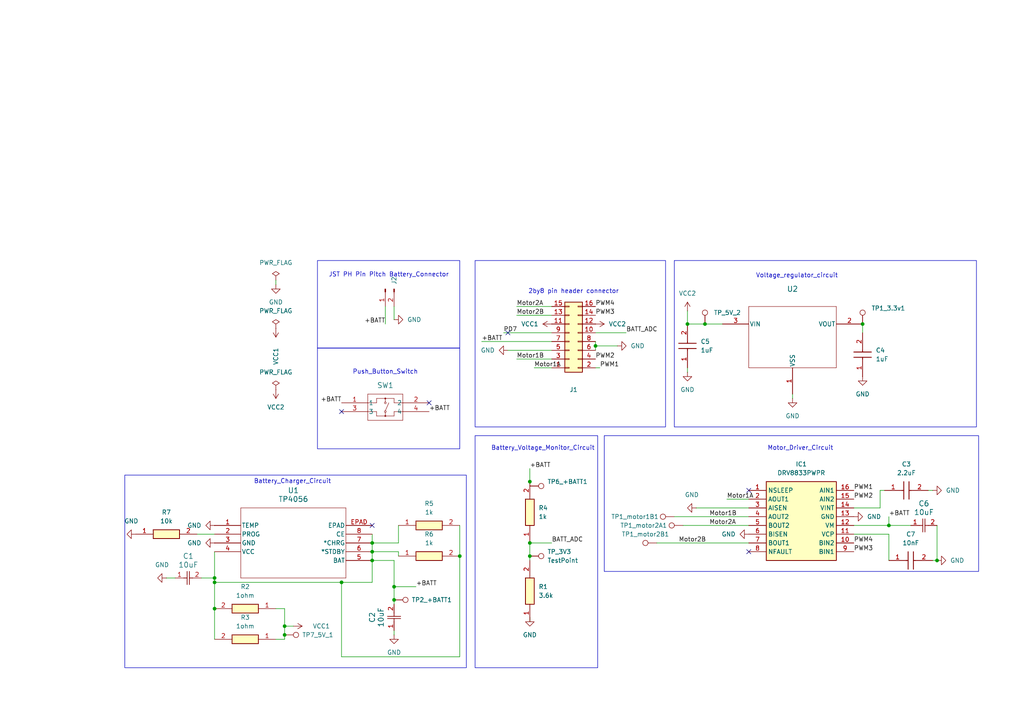
<source format=kicad_sch>
(kicad_sch
	(version 20231120)
	(generator "eeschema")
	(generator_version "8.0")
	(uuid "7673da5a-fd44-4b09-b194-f6ba8af827a2")
	(paper "A4")
	(title_block
		(title "Power Subsystem EE3088 project")
		(date "2024-03-24")
		(rev "1")
		(company "Author: Nyangiwe Someleze")
	)
	(lib_symbols
		(symbol "10Kohm:0402WGF1002TCE"
			(pin_names hide)
			(exclude_from_sim no)
			(in_bom yes)
			(on_board yes)
			(property "Reference" "R"
				(at 13.97 6.35 0)
				(effects
					(font
						(size 1.27 1.27)
					)
					(justify left top)
				)
			)
			(property "Value" "0402WGF1002TCE"
				(at 13.97 3.81 0)
				(effects
					(font
						(size 1.27 1.27)
					)
					(justify left top)
				)
			)
			(property "Footprint" "RESC1005X40N"
				(at 13.97 -96.19 0)
				(effects
					(font
						(size 1.27 1.27)
					)
					(justify left top)
					(hide yes)
				)
			)
			(property "Datasheet" "https://www.mouser.ca/datasheet/2/1365/1-3044649.pdf"
				(at 13.97 -196.19 0)
				(effects
					(font
						(size 1.27 1.27)
					)
					(justify left top)
					(hide yes)
				)
			)
			(property "Description" "Thick Film Resistors - SMD 0402 1/16W 1% 10K T/R-10000"
				(at 0 0 0)
				(effects
					(font
						(size 1.27 1.27)
					)
					(hide yes)
				)
			)
			(property "Height" "0.4"
				(at 13.97 -396.19 0)
				(effects
					(font
						(size 1.27 1.27)
					)
					(justify left top)
					(hide yes)
				)
			)
			(property "Mouser Part Number" "303-0402WGF1002TCE"
				(at 13.97 -496.19 0)
				(effects
					(font
						(size 1.27 1.27)
					)
					(justify left top)
					(hide yes)
				)
			)
			(property "Mouser Price/Stock" "https://www.mouser.co.uk/ProductDetail/Royalohm/0402WGF1002TCE?qs=e8oIoAS2J1T9%2FSfQTy4YqQ%3D%3D"
				(at 13.97 -596.19 0)
				(effects
					(font
						(size 1.27 1.27)
					)
					(justify left top)
					(hide yes)
				)
			)
			(property "Manufacturer_Name" "ROYALOHM"
				(at 13.97 -696.19 0)
				(effects
					(font
						(size 1.27 1.27)
					)
					(justify left top)
					(hide yes)
				)
			)
			(property "Manufacturer_Part_Number" "0402WGF1002TCE"
				(at 13.97 -796.19 0)
				(effects
					(font
						(size 1.27 1.27)
					)
					(justify left top)
					(hide yes)
				)
			)
			(symbol "0402WGF1002TCE_1_1"
				(rectangle
					(start 5.08 1.27)
					(end 12.7 -1.27)
					(stroke
						(width 0.254)
						(type default)
					)
					(fill
						(type background)
					)
				)
				(pin passive line
					(at 0 0 0)
					(length 5.08)
					(name "1"
						(effects
							(font
								(size 1.27 1.27)
							)
						)
					)
					(number "1"
						(effects
							(font
								(size 1.27 1.27)
							)
						)
					)
				)
				(pin passive line
					(at 17.78 0 180)
					(length 5.08)
					(name "2"
						(effects
							(font
								(size 1.27 1.27)
							)
						)
					)
					(number "2"
						(effects
							(font
								(size 1.27 1.27)
							)
						)
					)
				)
			)
		)
		(symbol "10nF:CL05B103KB5NNNC"
			(pin_names hide)
			(exclude_from_sim no)
			(in_bom yes)
			(on_board yes)
			(property "Reference" "C"
				(at 8.89 6.35 0)
				(effects
					(font
						(size 1.27 1.27)
					)
					(justify left top)
				)
			)
			(property "Value" "CL05B103KB5NNNC"
				(at 8.89 3.81 0)
				(effects
					(font
						(size 1.27 1.27)
					)
					(justify left top)
				)
			)
			(property "Footprint" "CAPC1005X55N"
				(at 8.89 -96.19 0)
				(effects
					(font
						(size 1.27 1.27)
					)
					(justify left top)
					(hide yes)
				)
			)
			(property "Datasheet" "https://datasheet.datasheetarchive.com/originals/distributors/Datasheets-DGA10/2407958.pdf"
				(at 8.89 -196.19 0)
				(effects
					(font
						(size 1.27 1.27)
					)
					(justify left top)
					(hide yes)
				)
			)
			(property "Description" "Samsung Electro-Mechanics 0402 CL 10nF Ceramic Multilayer Capacitor, 50 V, +125C, X7R Dielectric, +/-10% SMD"
				(at 0 0 0)
				(effects
					(font
						(size 1.27 1.27)
					)
					(hide yes)
				)
			)
			(property "Height" "0.55"
				(at 8.89 -396.19 0)
				(effects
					(font
						(size 1.27 1.27)
					)
					(justify left top)
					(hide yes)
				)
			)
			(property "Mouser Part Number" "187-CL05B103KB5NNNC"
				(at 8.89 -496.19 0)
				(effects
					(font
						(size 1.27 1.27)
					)
					(justify left top)
					(hide yes)
				)
			)
			(property "Mouser Price/Stock" "https://www.mouser.co.uk/ProductDetail/Samsung-Electro-Mechanics/CL05B103KB5NNNC?qs=349EhDEZ59pcaIbMQHo3bQ%3D%3D"
				(at 8.89 -596.19 0)
				(effects
					(font
						(size 1.27 1.27)
					)
					(justify left top)
					(hide yes)
				)
			)
			(property "Manufacturer_Name" "SAMSUNG"
				(at 8.89 -696.19 0)
				(effects
					(font
						(size 1.27 1.27)
					)
					(justify left top)
					(hide yes)
				)
			)
			(property "Manufacturer_Part_Number" "CL05B103KB5NNNC"
				(at 8.89 -796.19 0)
				(effects
					(font
						(size 1.27 1.27)
					)
					(justify left top)
					(hide yes)
				)
			)
			(symbol "CL05B103KB5NNNC_1_1"
				(polyline
					(pts
						(xy 5.08 0) (xy 5.588 0)
					)
					(stroke
						(width 0.254)
						(type default)
					)
					(fill
						(type none)
					)
				)
				(polyline
					(pts
						(xy 5.588 2.54) (xy 5.588 -2.54)
					)
					(stroke
						(width 0.254)
						(type default)
					)
					(fill
						(type none)
					)
				)
				(polyline
					(pts
						(xy 7.112 0) (xy 7.62 0)
					)
					(stroke
						(width 0.254)
						(type default)
					)
					(fill
						(type none)
					)
				)
				(polyline
					(pts
						(xy 7.112 2.54) (xy 7.112 -2.54)
					)
					(stroke
						(width 0.254)
						(type default)
					)
					(fill
						(type none)
					)
				)
				(pin passive line
					(at 0 0 0)
					(length 5.08)
					(name "1"
						(effects
							(font
								(size 1.27 1.27)
							)
						)
					)
					(number "1"
						(effects
							(font
								(size 1.27 1.27)
							)
						)
					)
				)
				(pin passive line
					(at 12.7 0 180)
					(length 5.08)
					(name "2"
						(effects
							(font
								(size 1.27 1.27)
							)
						)
					)
					(number "2"
						(effects
							(font
								(size 1.27 1.27)
							)
						)
					)
				)
			)
		)
		(symbol "10uF:CL05A106MQ5NUNC"
			(pin_names
				(offset 0.254)
			)
			(exclude_from_sim no)
			(in_bom yes)
			(on_board yes)
			(property "Reference" "C"
				(at 3.81 3.81 0)
				(effects
					(font
						(size 1.524 1.524)
					)
				)
			)
			(property "Value" "CL05A106MQ5NUNC"
				(at 3.81 -3.81 0)
				(effects
					(font
						(size 1.524 1.524)
					)
				)
			)
			(property "Footprint" "CAP_CL05_SAM"
				(at 0 0 0)
				(effects
					(font
						(size 1.27 1.27)
						(italic yes)
					)
					(hide yes)
				)
			)
			(property "Datasheet" "CL05A106MQ5NUNC"
				(at 0 0 0)
				(effects
					(font
						(size 1.27 1.27)
						(italic yes)
					)
					(hide yes)
				)
			)
			(property "Description" ""
				(at 0 0 0)
				(effects
					(font
						(size 1.27 1.27)
					)
					(hide yes)
				)
			)
			(property "ki_locked" ""
				(at 0 0 0)
				(effects
					(font
						(size 1.27 1.27)
					)
				)
			)
			(property "ki_keywords" "CL05A106MQ5NUNC"
				(at 0 0 0)
				(effects
					(font
						(size 1.27 1.27)
					)
					(hide yes)
				)
			)
			(property "ki_fp_filters" "CAP_CL05_SAM CAP_CL05_SAM-M CAP_CL05_SAM-L"
				(at 0 0 0)
				(effects
					(font
						(size 1.27 1.27)
					)
					(hide yes)
				)
			)
			(symbol "CL05A106MQ5NUNC_1_1"
				(polyline
					(pts
						(xy 2.54 0) (xy 3.4798 0)
					)
					(stroke
						(width 0.2032)
						(type default)
					)
					(fill
						(type none)
					)
				)
				(polyline
					(pts
						(xy 3.4798 -1.905) (xy 3.4798 1.905)
					)
					(stroke
						(width 0.2032)
						(type default)
					)
					(fill
						(type none)
					)
				)
				(polyline
					(pts
						(xy 4.1148 -1.905) (xy 4.1148 1.905)
					)
					(stroke
						(width 0.2032)
						(type default)
					)
					(fill
						(type none)
					)
				)
				(polyline
					(pts
						(xy 4.1148 0) (xy 5.08 0)
					)
					(stroke
						(width 0.2032)
						(type default)
					)
					(fill
						(type none)
					)
				)
				(pin unspecified line
					(at 0 0 0)
					(length 2.54)
					(name ""
						(effects
							(font
								(size 1.27 1.27)
							)
						)
					)
					(number "1"
						(effects
							(font
								(size 1.27 1.27)
							)
						)
					)
				)
				(pin unspecified line
					(at 7.62 0 180)
					(length 2.54)
					(name ""
						(effects
							(font
								(size 1.27 1.27)
							)
						)
					)
					(number "2"
						(effects
							(font
								(size 1.27 1.27)
							)
						)
					)
				)
			)
			(symbol "CL05A106MQ5NUNC_1_2"
				(polyline
					(pts
						(xy -1.905 -4.1148) (xy 1.905 -4.1148)
					)
					(stroke
						(width 0.2032)
						(type default)
					)
					(fill
						(type none)
					)
				)
				(polyline
					(pts
						(xy -1.905 -3.4798) (xy 1.905 -3.4798)
					)
					(stroke
						(width 0.2032)
						(type default)
					)
					(fill
						(type none)
					)
				)
				(polyline
					(pts
						(xy 0 -4.1148) (xy 0 -5.08)
					)
					(stroke
						(width 0.2032)
						(type default)
					)
					(fill
						(type none)
					)
				)
				(polyline
					(pts
						(xy 0 -2.54) (xy 0 -3.4798)
					)
					(stroke
						(width 0.2032)
						(type default)
					)
					(fill
						(type none)
					)
				)
				(pin unspecified line
					(at 0 0 270)
					(length 2.54)
					(name ""
						(effects
							(font
								(size 1.27 1.27)
							)
						)
					)
					(number "1"
						(effects
							(font
								(size 1.27 1.27)
							)
						)
					)
				)
				(pin unspecified line
					(at 0 -7.62 90)
					(length 2.54)
					(name ""
						(effects
							(font
								(size 1.27 1.27)
							)
						)
					)
					(number "2"
						(effects
							(font
								(size 1.27 1.27)
							)
						)
					)
				)
			)
		)
		(symbol "1KOHM:0402WGF1001TCE"
			(pin_names hide)
			(exclude_from_sim no)
			(in_bom yes)
			(on_board yes)
			(property "Reference" "R"
				(at 13.97 6.35 0)
				(effects
					(font
						(size 1.27 1.27)
					)
					(justify left top)
				)
			)
			(property "Value" "0402WGF1001TCE"
				(at 13.97 3.81 0)
				(effects
					(font
						(size 1.27 1.27)
					)
					(justify left top)
				)
			)
			(property "Footprint" "RESC1005X40N"
				(at 13.97 -96.19 0)
				(effects
					(font
						(size 1.27 1.27)
					)
					(justify left top)
					(hide yes)
				)
			)
			(property "Datasheet" "https://datasheet.preprod.pas.partquest.com/images/VipMasterIC/IC/ROYA/ROYA-S-A0015697687/ROYA-S-A0015697760-1.pdf?hkey=EF798316E3902B6ED9A73243A3159BB0"
				(at 13.97 -196.19 0)
				(effects
					(font
						(size 1.27 1.27)
					)
					(justify left top)
					(hide yes)
				)
			)
			(property "Description" "Thick Film Resistors - SMD 0402 1/16W 1% 1K T/R-10000"
				(at 0 0 0)
				(effects
					(font
						(size 1.27 1.27)
					)
					(hide yes)
				)
			)
			(property "Height" "0.4"
				(at 13.97 -396.19 0)
				(effects
					(font
						(size 1.27 1.27)
					)
					(justify left top)
					(hide yes)
				)
			)
			(property "Mouser Part Number" "303-0402WGF1001TCE"
				(at 13.97 -496.19 0)
				(effects
					(font
						(size 1.27 1.27)
					)
					(justify left top)
					(hide yes)
				)
			)
			(property "Mouser Price/Stock" "https://www.mouser.co.uk/ProductDetail/Royalohm/0402WGF1001TCE?qs=e8oIoAS2J1RlrMC0w7DkrQ%3D%3D"
				(at 13.97 -596.19 0)
				(effects
					(font
						(size 1.27 1.27)
					)
					(justify left top)
					(hide yes)
				)
			)
			(property "Manufacturer_Name" "ROYALOHM"
				(at 13.97 -696.19 0)
				(effects
					(font
						(size 1.27 1.27)
					)
					(justify left top)
					(hide yes)
				)
			)
			(property "Manufacturer_Part_Number" "0402WGF1001TCE"
				(at 13.97 -796.19 0)
				(effects
					(font
						(size 1.27 1.27)
					)
					(justify left top)
					(hide yes)
				)
			)
			(symbol "0402WGF1001TCE_1_1"
				(rectangle
					(start 5.08 1.27)
					(end 12.7 -1.27)
					(stroke
						(width 0.254)
						(type default)
					)
					(fill
						(type background)
					)
				)
				(pin passive line
					(at 0 0 0)
					(length 5.08)
					(name "1"
						(effects
							(font
								(size 1.27 1.27)
							)
						)
					)
					(number "1"
						(effects
							(font
								(size 1.27 1.27)
							)
						)
					)
				)
				(pin passive line
					(at 17.78 0 180)
					(length 5.08)
					(name "2"
						(effects
							(font
								(size 1.27 1.27)
							)
						)
					)
					(number "2"
						(effects
							(font
								(size 1.27 1.27)
							)
						)
					)
				)
			)
		)
		(symbol "1uF:CL05A105KA5NQNC"
			(pin_names hide)
			(exclude_from_sim no)
			(in_bom yes)
			(on_board yes)
			(property "Reference" "C"
				(at 8.89 6.35 0)
				(effects
					(font
						(size 1.27 1.27)
					)
					(justify left top)
				)
			)
			(property "Value" "CL05A105KA5NQNC"
				(at 8.89 3.81 0)
				(effects
					(font
						(size 1.27 1.27)
					)
					(justify left top)
				)
			)
			(property "Footprint" "CAPC1005X60N"
				(at 8.89 -96.19 0)
				(effects
					(font
						(size 1.27 1.27)
					)
					(justify left top)
					(hide yes)
				)
			)
			(property "Datasheet" "https://www.arrow.com/en/products/cl05a105ka5nqnc/samsung-electro-mechanics"
				(at 8.89 -196.19 0)
				(effects
					(font
						(size 1.27 1.27)
					)
					(justify left top)
					(hide yes)
				)
			)
			(property "Description" "Cap Ceramic 1uF 25V X5R 10% Pad SMD 0402 85C T/R"
				(at 0 0 0)
				(effects
					(font
						(size 1.27 1.27)
					)
					(hide yes)
				)
			)
			(property "Height" "0.6"
				(at 8.89 -396.19 0)
				(effects
					(font
						(size 1.27 1.27)
					)
					(justify left top)
					(hide yes)
				)
			)
			(property "Mouser Part Number" "187-CL05A105KA5NQNC"
				(at 8.89 -496.19 0)
				(effects
					(font
						(size 1.27 1.27)
					)
					(justify left top)
					(hide yes)
				)
			)
			(property "Mouser Price/Stock" "https://www.mouser.co.uk/ProductDetail/Samsung-Electro-Mechanics/CL05A105KA5NQNC?qs=X6jEic%2FHinDIeFgZnm60Lw%3D%3D"
				(at 8.89 -596.19 0)
				(effects
					(font
						(size 1.27 1.27)
					)
					(justify left top)
					(hide yes)
				)
			)
			(property "Manufacturer_Name" "SAMSUNG"
				(at 8.89 -696.19 0)
				(effects
					(font
						(size 1.27 1.27)
					)
					(justify left top)
					(hide yes)
				)
			)
			(property "Manufacturer_Part_Number" "CL05A105KA5NQNC"
				(at 8.89 -796.19 0)
				(effects
					(font
						(size 1.27 1.27)
					)
					(justify left top)
					(hide yes)
				)
			)
			(symbol "CL05A105KA5NQNC_1_1"
				(polyline
					(pts
						(xy 5.08 0) (xy 5.588 0)
					)
					(stroke
						(width 0.254)
						(type default)
					)
					(fill
						(type none)
					)
				)
				(polyline
					(pts
						(xy 5.588 2.54) (xy 5.588 -2.54)
					)
					(stroke
						(width 0.254)
						(type default)
					)
					(fill
						(type none)
					)
				)
				(polyline
					(pts
						(xy 7.112 0) (xy 7.62 0)
					)
					(stroke
						(width 0.254)
						(type default)
					)
					(fill
						(type none)
					)
				)
				(polyline
					(pts
						(xy 7.112 2.54) (xy 7.112 -2.54)
					)
					(stroke
						(width 0.254)
						(type default)
					)
					(fill
						(type none)
					)
				)
				(pin passive line
					(at 0 0 0)
					(length 5.08)
					(name "1"
						(effects
							(font
								(size 1.27 1.27)
							)
						)
					)
					(number "1"
						(effects
							(font
								(size 1.27 1.27)
							)
						)
					)
				)
				(pin passive line
					(at 12.7 0 180)
					(length 5.08)
					(name "2"
						(effects
							(font
								(size 1.27 1.27)
							)
						)
					)
					(number "2"
						(effects
							(font
								(size 1.27 1.27)
							)
						)
					)
				)
			)
		)
		(symbol "2.2uF:CL05A225MQ5NSNC"
			(pin_names hide)
			(exclude_from_sim no)
			(in_bom yes)
			(on_board yes)
			(property "Reference" "C"
				(at 8.89 6.35 0)
				(effects
					(font
						(size 1.27 1.27)
					)
					(justify left top)
				)
			)
			(property "Value" "CL05A225MQ5NSNC"
				(at 8.89 3.81 0)
				(effects
					(font
						(size 1.27 1.27)
					)
					(justify left top)
				)
			)
			(property "Footprint" "CAPC1005X57N"
				(at 8.89 -96.19 0)
				(effects
					(font
						(size 1.27 1.27)
					)
					(justify left top)
					(hide yes)
				)
			)
			(property "Datasheet" "https://datasheet.datasheetarchive.com/originals/dk/DKDS-19/372932.pdf"
				(at 8.89 -196.19 0)
				(effects
					(font
						(size 1.27 1.27)
					)
					(justify left top)
					(hide yes)
				)
			)
			(property "Description" "Cap Ceramic 2.2uF 6.3V X5R 20% Pad SMD 0402 85C T/R"
				(at 0 0 0)
				(effects
					(font
						(size 1.27 1.27)
					)
					(hide yes)
				)
			)
			(property "Height" "0.57"
				(at 8.89 -396.19 0)
				(effects
					(font
						(size 1.27 1.27)
					)
					(justify left top)
					(hide yes)
				)
			)
			(property "Mouser Part Number" "187-CL05A225MQ5NSNC"
				(at 8.89 -496.19 0)
				(effects
					(font
						(size 1.27 1.27)
					)
					(justify left top)
					(hide yes)
				)
			)
			(property "Mouser Price/Stock" "https://www.mouser.co.uk/ProductDetail/Samsung-Electro-Mechanics/CL05A225MQ5NSNC?qs=X6jEic%2FHinC0eBcvtpjFyQ%3D%3D"
				(at 8.89 -596.19 0)
				(effects
					(font
						(size 1.27 1.27)
					)
					(justify left top)
					(hide yes)
				)
			)
			(property "Manufacturer_Name" "SAMSUNG"
				(at 8.89 -696.19 0)
				(effects
					(font
						(size 1.27 1.27)
					)
					(justify left top)
					(hide yes)
				)
			)
			(property "Manufacturer_Part_Number" "CL05A225MQ5NSNC"
				(at 8.89 -796.19 0)
				(effects
					(font
						(size 1.27 1.27)
					)
					(justify left top)
					(hide yes)
				)
			)
			(symbol "CL05A225MQ5NSNC_1_1"
				(polyline
					(pts
						(xy 5.08 0) (xy 5.588 0)
					)
					(stroke
						(width 0.254)
						(type default)
					)
					(fill
						(type none)
					)
				)
				(polyline
					(pts
						(xy 5.588 2.54) (xy 5.588 -2.54)
					)
					(stroke
						(width 0.254)
						(type default)
					)
					(fill
						(type none)
					)
				)
				(polyline
					(pts
						(xy 7.112 0) (xy 7.62 0)
					)
					(stroke
						(width 0.254)
						(type default)
					)
					(fill
						(type none)
					)
				)
				(polyline
					(pts
						(xy 7.112 2.54) (xy 7.112 -2.54)
					)
					(stroke
						(width 0.254)
						(type default)
					)
					(fill
						(type none)
					)
				)
				(pin passive line
					(at 0 0 0)
					(length 5.08)
					(name "1"
						(effects
							(font
								(size 1.27 1.27)
							)
						)
					)
					(number "1"
						(effects
							(font
								(size 1.27 1.27)
							)
						)
					)
				)
				(pin passive line
					(at 12.7 0 180)
					(length 5.08)
					(name "2"
						(effects
							(font
								(size 1.27 1.27)
							)
						)
					)
					(number "2"
						(effects
							(font
								(size 1.27 1.27)
							)
						)
					)
				)
			)
		)
		(symbol "2024-03-23_11-35-18XC6206P33:XC6206P332MR"
			(pin_names
				(offset 0.254)
			)
			(exclude_from_sim no)
			(in_bom yes)
			(on_board yes)
			(property "Reference" "U"
				(at 20.32 10.16 0)
				(effects
					(font
						(size 1.524 1.524)
					)
				)
			)
			(property "Value" "XC6206P332MR"
				(at 20.32 7.62 0)
				(effects
					(font
						(size 1.524 1.524)
					)
				)
			)
			(property "Footprint" "SOT-23_TOR"
				(at 0 0 0)
				(effects
					(font
						(size 1.27 1.27)
						(italic yes)
					)
					(hide yes)
				)
			)
			(property "Datasheet" "XC6206P332MR"
				(at 0 0 0)
				(effects
					(font
						(size 1.27 1.27)
						(italic yes)
					)
					(hide yes)
				)
			)
			(property "Description" ""
				(at 0 0 0)
				(effects
					(font
						(size 1.27 1.27)
					)
					(hide yes)
				)
			)
			(property "ki_locked" ""
				(at 0 0 0)
				(effects
					(font
						(size 1.27 1.27)
					)
				)
			)
			(property "ki_keywords" "XC6206P332MR"
				(at 0 0 0)
				(effects
					(font
						(size 1.27 1.27)
					)
					(hide yes)
				)
			)
			(property "ki_fp_filters" "SOT-23_TOR SOT-23_TOR-M SOT-23_TOR-L"
				(at 0 0 0)
				(effects
					(font
						(size 1.27 1.27)
					)
					(hide yes)
				)
			)
			(symbol "XC6206P332MR_0_1"
				(polyline
					(pts
						(xy 7.62 -12.7) (xy 33.02 -12.7)
					)
					(stroke
						(width 0.127)
						(type default)
					)
					(fill
						(type none)
					)
				)
				(polyline
					(pts
						(xy 7.62 5.08) (xy 7.62 -12.7)
					)
					(stroke
						(width 0.127)
						(type default)
					)
					(fill
						(type none)
					)
				)
				(polyline
					(pts
						(xy 33.02 -12.7) (xy 33.02 5.08)
					)
					(stroke
						(width 0.127)
						(type default)
					)
					(fill
						(type none)
					)
				)
				(polyline
					(pts
						(xy 33.02 5.08) (xy 7.62 5.08)
					)
					(stroke
						(width 0.127)
						(type default)
					)
					(fill
						(type none)
					)
				)
				(pin power_out line
					(at 20.32 -20.32 90)
					(length 7.62)
					(name "VSS"
						(effects
							(font
								(size 1.27 1.27)
							)
						)
					)
					(number "1"
						(effects
							(font
								(size 1.27 1.27)
							)
						)
					)
				)
				(pin output line
					(at 40.64 0 180)
					(length 7.62)
					(name "VOUT"
						(effects
							(font
								(size 1.27 1.27)
							)
						)
					)
					(number "2"
						(effects
							(font
								(size 1.27 1.27)
							)
						)
					)
				)
				(pin power_in line
					(at 0 0 0)
					(length 7.62)
					(name "VIN"
						(effects
							(font
								(size 1.27 1.27)
							)
						)
					)
					(number "3"
						(effects
							(font
								(size 1.27 1.27)
							)
						)
					)
				)
			)
		)
		(symbol "3.6kohm:0603WAF3901T5E"
			(pin_names hide)
			(exclude_from_sim no)
			(in_bom yes)
			(on_board yes)
			(property "Reference" "R"
				(at 13.97 6.35 0)
				(effects
					(font
						(size 1.27 1.27)
					)
					(justify left top)
				)
			)
			(property "Value" "0603WAF3901T5E"
				(at 13.97 3.81 0)
				(effects
					(font
						(size 1.27 1.27)
					)
					(justify left top)
				)
			)
			(property "Footprint" "RESC1608X55N"
				(at 13.97 -96.19 0)
				(effects
					(font
						(size 1.27 1.27)
					)
					(justify left top)
					(hide yes)
				)
			)
			(property "Datasheet" "https://datasheet.lcsc.com/szlcsc/Uniroyal-Elec-0603WAF3901T5E_C23018.pdf"
				(at 13.97 -196.19 0)
				(effects
					(font
						(size 1.27 1.27)
					)
					(justify left top)
					(hide yes)
				)
			)
			(property "Description" "Chip Resistor - Surface Mount 3.9KOhms +/-1% 1/10W 0603 RoHS"
				(at 0 0 0)
				(effects
					(font
						(size 1.27 1.27)
					)
					(hide yes)
				)
			)
			(property "Height" "0.55"
				(at 13.97 -396.19 0)
				(effects
					(font
						(size 1.27 1.27)
					)
					(justify left top)
					(hide yes)
				)
			)
			(property "Manufacturer_Name" "UNI-ROYAL(Uniroyal Elec)"
				(at 13.97 -496.19 0)
				(effects
					(font
						(size 1.27 1.27)
					)
					(justify left top)
					(hide yes)
				)
			)
			(property "Manufacturer_Part_Number" "0603WAF3901T5E"
				(at 13.97 -596.19 0)
				(effects
					(font
						(size 1.27 1.27)
					)
					(justify left top)
					(hide yes)
				)
			)
			(property "Mouser Part Number" ""
				(at 13.97 -696.19 0)
				(effects
					(font
						(size 1.27 1.27)
					)
					(justify left top)
					(hide yes)
				)
			)
			(property "Mouser Price/Stock" ""
				(at 13.97 -796.19 0)
				(effects
					(font
						(size 1.27 1.27)
					)
					(justify left top)
					(hide yes)
				)
			)
			(property "Arrow Part Number" ""
				(at 13.97 -896.19 0)
				(effects
					(font
						(size 1.27 1.27)
					)
					(justify left top)
					(hide yes)
				)
			)
			(property "Arrow Price/Stock" ""
				(at 13.97 -996.19 0)
				(effects
					(font
						(size 1.27 1.27)
					)
					(justify left top)
					(hide yes)
				)
			)
			(symbol "0603WAF3901T5E_1_1"
				(rectangle
					(start 5.08 1.27)
					(end 12.7 -1.27)
					(stroke
						(width 0.254)
						(type default)
					)
					(fill
						(type background)
					)
				)
				(pin passive line
					(at 0 0 0)
					(length 5.08)
					(name "1"
						(effects
							(font
								(size 1.27 1.27)
							)
						)
					)
					(number "1"
						(effects
							(font
								(size 1.27 1.27)
							)
						)
					)
				)
				(pin passive line
					(at 17.78 0 180)
					(length 5.08)
					(name "2"
						(effects
							(font
								(size 1.27 1.27)
							)
						)
					)
					(number "2"
						(effects
							(font
								(size 1.27 1.27)
							)
						)
					)
				)
			)
		)
		(symbol "Connector:Conn_01x02_Pin"
			(pin_names
				(offset 1.016) hide)
			(exclude_from_sim no)
			(in_bom yes)
			(on_board yes)
			(property "Reference" "J"
				(at 0 2.54 0)
				(effects
					(font
						(size 1.27 1.27)
					)
				)
			)
			(property "Value" "Conn_01x02_Pin"
				(at 0 -5.08 0)
				(effects
					(font
						(size 1.27 1.27)
					)
				)
			)
			(property "Footprint" ""
				(at 0 0 0)
				(effects
					(font
						(size 1.27 1.27)
					)
					(hide yes)
				)
			)
			(property "Datasheet" "~"
				(at 0 0 0)
				(effects
					(font
						(size 1.27 1.27)
					)
					(hide yes)
				)
			)
			(property "Description" "Generic connector, single row, 01x02, script generated"
				(at 0 0 0)
				(effects
					(font
						(size 1.27 1.27)
					)
					(hide yes)
				)
			)
			(property "ki_locked" ""
				(at 0 0 0)
				(effects
					(font
						(size 1.27 1.27)
					)
				)
			)
			(property "ki_keywords" "connector"
				(at 0 0 0)
				(effects
					(font
						(size 1.27 1.27)
					)
					(hide yes)
				)
			)
			(property "ki_fp_filters" "Connector*:*_1x??_*"
				(at 0 0 0)
				(effects
					(font
						(size 1.27 1.27)
					)
					(hide yes)
				)
			)
			(symbol "Conn_01x02_Pin_1_1"
				(polyline
					(pts
						(xy 1.27 -2.54) (xy 0.8636 -2.54)
					)
					(stroke
						(width 0.1524)
						(type default)
					)
					(fill
						(type none)
					)
				)
				(polyline
					(pts
						(xy 1.27 0) (xy 0.8636 0)
					)
					(stroke
						(width 0.1524)
						(type default)
					)
					(fill
						(type none)
					)
				)
				(rectangle
					(start 0.8636 -2.413)
					(end 0 -2.667)
					(stroke
						(width 0.1524)
						(type default)
					)
					(fill
						(type outline)
					)
				)
				(rectangle
					(start 0.8636 0.127)
					(end 0 -0.127)
					(stroke
						(width 0.1524)
						(type default)
					)
					(fill
						(type outline)
					)
				)
				(pin passive line
					(at 5.08 0 180)
					(length 3.81)
					(name "Pin_1"
						(effects
							(font
								(size 1.27 1.27)
							)
						)
					)
					(number "1"
						(effects
							(font
								(size 1.27 1.27)
							)
						)
					)
				)
				(pin passive line
					(at 5.08 -2.54 180)
					(length 3.81)
					(name "Pin_2"
						(effects
							(font
								(size 1.27 1.27)
							)
						)
					)
					(number "2"
						(effects
							(font
								(size 1.27 1.27)
							)
						)
					)
				)
			)
		)
		(symbol "Connector:TestPoint"
			(pin_numbers hide)
			(pin_names
				(offset 0.762) hide)
			(exclude_from_sim no)
			(in_bom yes)
			(on_board yes)
			(property "Reference" "TP"
				(at 0 6.858 0)
				(effects
					(font
						(size 1.27 1.27)
					)
				)
			)
			(property "Value" "TestPoint"
				(at 0 5.08 0)
				(effects
					(font
						(size 1.27 1.27)
					)
				)
			)
			(property "Footprint" ""
				(at 5.08 0 0)
				(effects
					(font
						(size 1.27 1.27)
					)
					(hide yes)
				)
			)
			(property "Datasheet" "~"
				(at 5.08 0 0)
				(effects
					(font
						(size 1.27 1.27)
					)
					(hide yes)
				)
			)
			(property "Description" "test point"
				(at 0 0 0)
				(effects
					(font
						(size 1.27 1.27)
					)
					(hide yes)
				)
			)
			(property "ki_keywords" "test point tp"
				(at 0 0 0)
				(effects
					(font
						(size 1.27 1.27)
					)
					(hide yes)
				)
			)
			(property "ki_fp_filters" "Pin* Test*"
				(at 0 0 0)
				(effects
					(font
						(size 1.27 1.27)
					)
					(hide yes)
				)
			)
			(symbol "TestPoint_0_1"
				(circle
					(center 0 3.302)
					(radius 0.762)
					(stroke
						(width 0)
						(type default)
					)
					(fill
						(type none)
					)
				)
			)
			(symbol "TestPoint_1_1"
				(pin passive line
					(at 0 0 90)
					(length 2.54)
					(name "1"
						(effects
							(font
								(size 1.27 1.27)
							)
						)
					)
					(number "1"
						(effects
							(font
								(size 1.27 1.27)
							)
						)
					)
				)
			)
		)
		(symbol "Connector_Generic:Conn_02x08_Odd_Even"
			(pin_names
				(offset 1.016) hide)
			(exclude_from_sim no)
			(in_bom yes)
			(on_board yes)
			(property "Reference" "J"
				(at 1.27 10.16 0)
				(effects
					(font
						(size 1.27 1.27)
					)
				)
			)
			(property "Value" "Conn_02x08_Odd_Even"
				(at 1.27 -12.7 0)
				(effects
					(font
						(size 1.27 1.27)
					)
				)
			)
			(property "Footprint" ""
				(at 0 0 0)
				(effects
					(font
						(size 1.27 1.27)
					)
					(hide yes)
				)
			)
			(property "Datasheet" "~"
				(at 0 0 0)
				(effects
					(font
						(size 1.27 1.27)
					)
					(hide yes)
				)
			)
			(property "Description" "Generic connector, double row, 02x08, odd/even pin numbering scheme (row 1 odd numbers, row 2 even numbers), script generated (kicad-library-utils/schlib/autogen/connector/)"
				(at 0 0 0)
				(effects
					(font
						(size 1.27 1.27)
					)
					(hide yes)
				)
			)
			(property "ki_keywords" "connector"
				(at 0 0 0)
				(effects
					(font
						(size 1.27 1.27)
					)
					(hide yes)
				)
			)
			(property "ki_fp_filters" "Connector*:*_2x??_*"
				(at 0 0 0)
				(effects
					(font
						(size 1.27 1.27)
					)
					(hide yes)
				)
			)
			(symbol "Conn_02x08_Odd_Even_1_1"
				(rectangle
					(start -1.27 -10.033)
					(end 0 -10.287)
					(stroke
						(width 0.1524)
						(type default)
					)
					(fill
						(type none)
					)
				)
				(rectangle
					(start -1.27 -7.493)
					(end 0 -7.747)
					(stroke
						(width 0.1524)
						(type default)
					)
					(fill
						(type none)
					)
				)
				(rectangle
					(start -1.27 -4.953)
					(end 0 -5.207)
					(stroke
						(width 0.1524)
						(type default)
					)
					(fill
						(type none)
					)
				)
				(rectangle
					(start -1.27 -2.413)
					(end 0 -2.667)
					(stroke
						(width 0.1524)
						(type default)
					)
					(fill
						(type none)
					)
				)
				(rectangle
					(start -1.27 0.127)
					(end 0 -0.127)
					(stroke
						(width 0.1524)
						(type default)
					)
					(fill
						(type none)
					)
				)
				(rectangle
					(start -1.27 2.667)
					(end 0 2.413)
					(stroke
						(width 0.1524)
						(type default)
					)
					(fill
						(type none)
					)
				)
				(rectangle
					(start -1.27 5.207)
					(end 0 4.953)
					(stroke
						(width 0.1524)
						(type default)
					)
					(fill
						(type none)
					)
				)
				(rectangle
					(start -1.27 7.747)
					(end 0 7.493)
					(stroke
						(width 0.1524)
						(type default)
					)
					(fill
						(type none)
					)
				)
				(rectangle
					(start -1.27 8.89)
					(end 3.81 -11.43)
					(stroke
						(width 0.254)
						(type default)
					)
					(fill
						(type background)
					)
				)
				(rectangle
					(start 3.81 -10.033)
					(end 2.54 -10.287)
					(stroke
						(width 0.1524)
						(type default)
					)
					(fill
						(type none)
					)
				)
				(rectangle
					(start 3.81 -7.493)
					(end 2.54 -7.747)
					(stroke
						(width 0.1524)
						(type default)
					)
					(fill
						(type none)
					)
				)
				(rectangle
					(start 3.81 -4.953)
					(end 2.54 -5.207)
					(stroke
						(width 0.1524)
						(type default)
					)
					(fill
						(type none)
					)
				)
				(rectangle
					(start 3.81 -2.413)
					(end 2.54 -2.667)
					(stroke
						(width 0.1524)
						(type default)
					)
					(fill
						(type none)
					)
				)
				(rectangle
					(start 3.81 0.127)
					(end 2.54 -0.127)
					(stroke
						(width 0.1524)
						(type default)
					)
					(fill
						(type none)
					)
				)
				(rectangle
					(start 3.81 2.667)
					(end 2.54 2.413)
					(stroke
						(width 0.1524)
						(type default)
					)
					(fill
						(type none)
					)
				)
				(rectangle
					(start 3.81 5.207)
					(end 2.54 4.953)
					(stroke
						(width 0.1524)
						(type default)
					)
					(fill
						(type none)
					)
				)
				(rectangle
					(start 3.81 7.747)
					(end 2.54 7.493)
					(stroke
						(width 0.1524)
						(type default)
					)
					(fill
						(type none)
					)
				)
				(pin passive line
					(at -5.08 7.62 0)
					(length 3.81)
					(name "Pin_1"
						(effects
							(font
								(size 1.27 1.27)
							)
						)
					)
					(number "1"
						(effects
							(font
								(size 1.27 1.27)
							)
						)
					)
				)
				(pin passive line
					(at 7.62 -2.54 180)
					(length 3.81)
					(name "Pin_10"
						(effects
							(font
								(size 1.27 1.27)
							)
						)
					)
					(number "10"
						(effects
							(font
								(size 1.27 1.27)
							)
						)
					)
				)
				(pin passive line
					(at -5.08 -5.08 0)
					(length 3.81)
					(name "Pin_11"
						(effects
							(font
								(size 1.27 1.27)
							)
						)
					)
					(number "11"
						(effects
							(font
								(size 1.27 1.27)
							)
						)
					)
				)
				(pin passive line
					(at 7.62 -5.08 180)
					(length 3.81)
					(name "Pin_12"
						(effects
							(font
								(size 1.27 1.27)
							)
						)
					)
					(number "12"
						(effects
							(font
								(size 1.27 1.27)
							)
						)
					)
				)
				(pin passive line
					(at -5.08 -7.62 0)
					(length 3.81)
					(name "Pin_13"
						(effects
							(font
								(size 1.27 1.27)
							)
						)
					)
					(number "13"
						(effects
							(font
								(size 1.27 1.27)
							)
						)
					)
				)
				(pin passive line
					(at 7.62 -7.62 180)
					(length 3.81)
					(name "Pin_14"
						(effects
							(font
								(size 1.27 1.27)
							)
						)
					)
					(number "14"
						(effects
							(font
								(size 1.27 1.27)
							)
						)
					)
				)
				(pin passive line
					(at -5.08 -10.16 0)
					(length 3.81)
					(name "Pin_15"
						(effects
							(font
								(size 1.27 1.27)
							)
						)
					)
					(number "15"
						(effects
							(font
								(size 1.27 1.27)
							)
						)
					)
				)
				(pin passive line
					(at 7.62 -10.16 180)
					(length 3.81)
					(name "Pin_16"
						(effects
							(font
								(size 1.27 1.27)
							)
						)
					)
					(number "16"
						(effects
							(font
								(size 1.27 1.27)
							)
						)
					)
				)
				(pin passive line
					(at 7.62 7.62 180)
					(length 3.81)
					(name "Pin_2"
						(effects
							(font
								(size 1.27 1.27)
							)
						)
					)
					(number "2"
						(effects
							(font
								(size 1.27 1.27)
							)
						)
					)
				)
				(pin passive line
					(at -5.08 5.08 0)
					(length 3.81)
					(name "Pin_3"
						(effects
							(font
								(size 1.27 1.27)
							)
						)
					)
					(number "3"
						(effects
							(font
								(size 1.27 1.27)
							)
						)
					)
				)
				(pin passive line
					(at 7.62 5.08 180)
					(length 3.81)
					(name "Pin_4"
						(effects
							(font
								(size 1.27 1.27)
							)
						)
					)
					(number "4"
						(effects
							(font
								(size 1.27 1.27)
							)
						)
					)
				)
				(pin passive line
					(at -5.08 2.54 0)
					(length 3.81)
					(name "Pin_5"
						(effects
							(font
								(size 1.27 1.27)
							)
						)
					)
					(number "5"
						(effects
							(font
								(size 1.27 1.27)
							)
						)
					)
				)
				(pin passive line
					(at 7.62 2.54 180)
					(length 3.81)
					(name "Pin_6"
						(effects
							(font
								(size 1.27 1.27)
							)
						)
					)
					(number "6"
						(effects
							(font
								(size 1.27 1.27)
							)
						)
					)
				)
				(pin passive line
					(at -5.08 0 0)
					(length 3.81)
					(name "Pin_7"
						(effects
							(font
								(size 1.27 1.27)
							)
						)
					)
					(number "7"
						(effects
							(font
								(size 1.27 1.27)
							)
						)
					)
				)
				(pin passive line
					(at 7.62 0 180)
					(length 3.81)
					(name "Pin_8"
						(effects
							(font
								(size 1.27 1.27)
							)
						)
					)
					(number "8"
						(effects
							(font
								(size 1.27 1.27)
							)
						)
					)
				)
				(pin passive line
					(at -5.08 -2.54 0)
					(length 3.81)
					(name "Pin_9"
						(effects
							(font
								(size 1.27 1.27)
							)
						)
					)
					(number "9"
						(effects
							(font
								(size 1.27 1.27)
							)
						)
					)
				)
			)
		)
		(symbol "DRV8833PWPR:DRV8833PWPR"
			(exclude_from_sim no)
			(in_bom yes)
			(on_board yes)
			(property "Reference" "IC"
				(at 26.67 7.62 0)
				(effects
					(font
						(size 1.27 1.27)
					)
					(justify left top)
				)
			)
			(property "Value" "DRV8833PWPR"
				(at 26.67 5.08 0)
				(effects
					(font
						(size 1.27 1.27)
					)
					(justify left top)
				)
			)
			(property "Footprint" "SOP65P640X120-16N"
				(at 26.67 -94.92 0)
				(effects
					(font
						(size 1.27 1.27)
					)
					(justify left top)
					(hide yes)
				)
			)
			(property "Datasheet" "http://www.ti.com/lit/gpn/drv8833"
				(at 26.67 -194.92 0)
				(effects
					(font
						(size 1.27 1.27)
					)
					(justify left top)
					(hide yes)
				)
			)
			(property "Description" "2A Low Voltage Dual Brushed DC or Single Bipolar Stepper Motor Driver (PWM Ctrl)"
				(at 0 0 0)
				(effects
					(font
						(size 1.27 1.27)
					)
					(hide yes)
				)
			)
			(property "Height" "1.2"
				(at 26.67 -394.92 0)
				(effects
					(font
						(size 1.27 1.27)
					)
					(justify left top)
					(hide yes)
				)
			)
			(property "Mouser Part Number" "595-DRV8833PWPR"
				(at 26.67 -494.92 0)
				(effects
					(font
						(size 1.27 1.27)
					)
					(justify left top)
					(hide yes)
				)
			)
			(property "Mouser Price/Stock" "https://www.mouser.co.uk/ProductDetail/Texas-Instruments/DRV8833PWPR?qs=luhu8ESwuKxT62RV9jrJTg%3D%3D"
				(at 26.67 -594.92 0)
				(effects
					(font
						(size 1.27 1.27)
					)
					(justify left top)
					(hide yes)
				)
			)
			(property "Manufacturer_Name" "Texas Instruments"
				(at 26.67 -694.92 0)
				(effects
					(font
						(size 1.27 1.27)
					)
					(justify left top)
					(hide yes)
				)
			)
			(property "Manufacturer_Part_Number" "DRV8833PWPR"
				(at 26.67 -794.92 0)
				(effects
					(font
						(size 1.27 1.27)
					)
					(justify left top)
					(hide yes)
				)
			)
			(symbol "DRV8833PWPR_1_1"
				(rectangle
					(start 5.08 2.54)
					(end 25.4 -20.32)
					(stroke
						(width 0.254)
						(type default)
					)
					(fill
						(type background)
					)
				)
				(pin passive line
					(at 0 0 0)
					(length 5.08)
					(name "NSLEEP"
						(effects
							(font
								(size 1.27 1.27)
							)
						)
					)
					(number "1"
						(effects
							(font
								(size 1.27 1.27)
							)
						)
					)
				)
				(pin passive line
					(at 30.48 -15.24 180)
					(length 5.08)
					(name "BIN2"
						(effects
							(font
								(size 1.27 1.27)
							)
						)
					)
					(number "10"
						(effects
							(font
								(size 1.27 1.27)
							)
						)
					)
				)
				(pin passive line
					(at 30.48 -12.7 180)
					(length 5.08)
					(name "VCP"
						(effects
							(font
								(size 1.27 1.27)
							)
						)
					)
					(number "11"
						(effects
							(font
								(size 1.27 1.27)
							)
						)
					)
				)
				(pin passive line
					(at 30.48 -10.16 180)
					(length 5.08)
					(name "VM"
						(effects
							(font
								(size 1.27 1.27)
							)
						)
					)
					(number "12"
						(effects
							(font
								(size 1.27 1.27)
							)
						)
					)
				)
				(pin passive line
					(at 30.48 -7.62 180)
					(length 5.08)
					(name "GND"
						(effects
							(font
								(size 1.27 1.27)
							)
						)
					)
					(number "13"
						(effects
							(font
								(size 1.27 1.27)
							)
						)
					)
				)
				(pin passive line
					(at 30.48 -5.08 180)
					(length 5.08)
					(name "VINT"
						(effects
							(font
								(size 1.27 1.27)
							)
						)
					)
					(number "14"
						(effects
							(font
								(size 1.27 1.27)
							)
						)
					)
				)
				(pin passive line
					(at 30.48 -2.54 180)
					(length 5.08)
					(name "AIN2"
						(effects
							(font
								(size 1.27 1.27)
							)
						)
					)
					(number "15"
						(effects
							(font
								(size 1.27 1.27)
							)
						)
					)
				)
				(pin passive line
					(at 30.48 0 180)
					(length 5.08)
					(name "AIN1"
						(effects
							(font
								(size 1.27 1.27)
							)
						)
					)
					(number "16"
						(effects
							(font
								(size 1.27 1.27)
							)
						)
					)
				)
				(pin passive line
					(at 0 -2.54 0)
					(length 5.08)
					(name "AOUT1"
						(effects
							(font
								(size 1.27 1.27)
							)
						)
					)
					(number "2"
						(effects
							(font
								(size 1.27 1.27)
							)
						)
					)
				)
				(pin passive line
					(at 0 -5.08 0)
					(length 5.08)
					(name "AISEN"
						(effects
							(font
								(size 1.27 1.27)
							)
						)
					)
					(number "3"
						(effects
							(font
								(size 1.27 1.27)
							)
						)
					)
				)
				(pin passive line
					(at 0 -7.62 0)
					(length 5.08)
					(name "AOUT2"
						(effects
							(font
								(size 1.27 1.27)
							)
						)
					)
					(number "4"
						(effects
							(font
								(size 1.27 1.27)
							)
						)
					)
				)
				(pin passive line
					(at 0 -10.16 0)
					(length 5.08)
					(name "BOUT2"
						(effects
							(font
								(size 1.27 1.27)
							)
						)
					)
					(number "5"
						(effects
							(font
								(size 1.27 1.27)
							)
						)
					)
				)
				(pin passive line
					(at 0 -12.7 0)
					(length 5.08)
					(name "BISEN"
						(effects
							(font
								(size 1.27 1.27)
							)
						)
					)
					(number "6"
						(effects
							(font
								(size 1.27 1.27)
							)
						)
					)
				)
				(pin passive line
					(at 0 -15.24 0)
					(length 5.08)
					(name "BOUT1"
						(effects
							(font
								(size 1.27 1.27)
							)
						)
					)
					(number "7"
						(effects
							(font
								(size 1.27 1.27)
							)
						)
					)
				)
				(pin passive line
					(at 0 -17.78 0)
					(length 5.08)
					(name "NFAULT"
						(effects
							(font
								(size 1.27 1.27)
							)
						)
					)
					(number "8"
						(effects
							(font
								(size 1.27 1.27)
							)
						)
					)
				)
				(pin passive line
					(at 30.48 -17.78 180)
					(length 5.08)
					(name "BIN1"
						(effects
							(font
								(size 1.27 1.27)
							)
						)
					)
					(number "9"
						(effects
							(font
								(size 1.27 1.27)
							)
						)
					)
				)
			)
		)
		(symbol "TACTswitch:TS-1187A-B-A-B"
			(pin_names
				(offset 0.254)
			)
			(exclude_from_sim no)
			(in_bom yes)
			(on_board yes)
			(property "Reference" "SW"
				(at 12.7 7.62 0)
				(effects
					(font
						(size 1.524 1.524)
					)
				)
			)
			(property "Value" "TS-1187A-B-A-B"
				(at 12.7 5.08 0)
				(effects
					(font
						(size 1.524 1.524)
					)
				)
			)
			(property "Footprint" "TS-1187A-B-A-B_XKB"
				(at 0 0 0)
				(effects
					(font
						(size 1.27 1.27)
						(italic yes)
					)
					(hide yes)
				)
			)
			(property "Datasheet" "TS-1187A-B-A-B"
				(at 0 0 0)
				(effects
					(font
						(size 1.27 1.27)
						(italic yes)
					)
					(hide yes)
				)
			)
			(property "Description" ""
				(at 0 0 0)
				(effects
					(font
						(size 1.27 1.27)
					)
					(hide yes)
				)
			)
			(property "ki_locked" ""
				(at 0 0 0)
				(effects
					(font
						(size 1.27 1.27)
					)
				)
			)
			(property "ki_keywords" "TS-1187A-B-A-B"
				(at 0 0 0)
				(effects
					(font
						(size 1.27 1.27)
					)
					(hide yes)
				)
			)
			(property "ki_fp_filters" "TS-1187A-B-A-B_XKB"
				(at 0 0 0)
				(effects
					(font
						(size 1.27 1.27)
					)
					(hide yes)
				)
			)
			(symbol "TS-1187A-B-A-B_0_1"
				(polyline
					(pts
						(xy 7.62 -5.08) (xy 17.78 -5.08)
					)
					(stroke
						(width 0.127)
						(type default)
					)
					(fill
						(type none)
					)
				)
				(polyline
					(pts
						(xy 7.62 0) (xy 10.16 0)
					)
					(stroke
						(width 0.127)
						(type default)
					)
					(fill
						(type none)
					)
				)
				(polyline
					(pts
						(xy 7.62 2.54) (xy 7.62 -5.08)
					)
					(stroke
						(width 0.127)
						(type default)
					)
					(fill
						(type none)
					)
				)
				(polyline
					(pts
						(xy 10.16 -3.81) (xy 10.16 -2.54)
					)
					(stroke
						(width 0.127)
						(type default)
					)
					(fill
						(type none)
					)
				)
				(polyline
					(pts
						(xy 10.16 -2.54) (xy 7.62 -2.54)
					)
					(stroke
						(width 0.127)
						(type default)
					)
					(fill
						(type none)
					)
				)
				(polyline
					(pts
						(xy 10.16 0) (xy 10.16 1.27)
					)
					(stroke
						(width 0.127)
						(type default)
					)
					(fill
						(type none)
					)
				)
				(polyline
					(pts
						(xy 10.16 1.27) (xy 15.24 1.27)
					)
					(stroke
						(width 0.127)
						(type default)
					)
					(fill
						(type none)
					)
				)
				(polyline
					(pts
						(xy 12.7 -2.794) (xy 12.7 -3.81)
					)
					(stroke
						(width 0.127)
						(type default)
					)
					(fill
						(type none)
					)
				)
				(polyline
					(pts
						(xy 12.7 1.27) (xy 12.7 0.254)
					)
					(stroke
						(width 0.127)
						(type default)
					)
					(fill
						(type none)
					)
				)
				(polyline
					(pts
						(xy 13.716 0) (xy 12.7 -2.286)
					)
					(stroke
						(width 0.127)
						(type default)
					)
					(fill
						(type none)
					)
				)
				(polyline
					(pts
						(xy 15.24 -3.81) (xy 10.16 -3.81)
					)
					(stroke
						(width 0.127)
						(type default)
					)
					(fill
						(type none)
					)
				)
				(polyline
					(pts
						(xy 15.24 -2.54) (xy 15.24 -3.81)
					)
					(stroke
						(width 0.127)
						(type default)
					)
					(fill
						(type none)
					)
				)
				(polyline
					(pts
						(xy 15.24 0) (xy 17.78 0)
					)
					(stroke
						(width 0.127)
						(type default)
					)
					(fill
						(type none)
					)
				)
				(polyline
					(pts
						(xy 15.24 1.27) (xy 15.24 0)
					)
					(stroke
						(width 0.127)
						(type default)
					)
					(fill
						(type none)
					)
				)
				(polyline
					(pts
						(xy 17.78 -5.08) (xy 17.78 2.54)
					)
					(stroke
						(width 0.127)
						(type default)
					)
					(fill
						(type none)
					)
				)
				(polyline
					(pts
						(xy 17.78 -2.54) (xy 15.24 -2.54)
					)
					(stroke
						(width 0.127)
						(type default)
					)
					(fill
						(type none)
					)
				)
				(polyline
					(pts
						(xy 17.78 2.54) (xy 7.62 2.54)
					)
					(stroke
						(width 0.127)
						(type default)
					)
					(fill
						(type none)
					)
				)
				(circle
					(center 12.7 -3.81)
					(radius 0.127)
					(stroke
						(width 0.254)
						(type default)
					)
					(fill
						(type none)
					)
				)
				(circle
					(center 12.7 -2.54)
					(radius 0.254)
					(stroke
						(width 0.127)
						(type default)
					)
					(fill
						(type none)
					)
				)
				(circle
					(center 12.7 0)
					(radius 0.254)
					(stroke
						(width 0.127)
						(type default)
					)
					(fill
						(type none)
					)
				)
				(circle
					(center 12.7 1.27)
					(radius 0.127)
					(stroke
						(width 0.254)
						(type default)
					)
					(fill
						(type none)
					)
				)
				(pin unspecified line
					(at 0 0 0)
					(length 7.62)
					(name "1"
						(effects
							(font
								(size 1.27 1.27)
							)
						)
					)
					(number "1"
						(effects
							(font
								(size 1.27 1.27)
							)
						)
					)
				)
				(pin unspecified line
					(at 25.4 0 180)
					(length 7.62)
					(name "2"
						(effects
							(font
								(size 1.27 1.27)
							)
						)
					)
					(number "2"
						(effects
							(font
								(size 1.27 1.27)
							)
						)
					)
				)
				(pin unspecified line
					(at 0 -2.54 0)
					(length 7.62)
					(name "3"
						(effects
							(font
								(size 1.27 1.27)
							)
						)
					)
					(number "3"
						(effects
							(font
								(size 1.27 1.27)
							)
						)
					)
				)
				(pin unspecified line
					(at 25.4 -2.54 180)
					(length 7.62)
					(name "4"
						(effects
							(font
								(size 1.27 1.27)
							)
						)
					)
					(number "4"
						(effects
							(font
								(size 1.27 1.27)
							)
						)
					)
				)
			)
		)
		(symbol "TP4056:TP4056"
			(pin_names
				(offset 0.254)
			)
			(exclude_from_sim no)
			(in_bom yes)
			(on_board yes)
			(property "Reference" "U"
				(at 22.86 10.16 0)
				(effects
					(font
						(size 1.524 1.524)
					)
				)
			)
			(property "Value" "TP4056"
				(at 22.86 7.62 0)
				(effects
					(font
						(size 1.524 1.524)
					)
				)
			)
			(property "Footprint" "SOP8-PP_TPW"
				(at 0 0 0)
				(effects
					(font
						(size 1.27 1.27)
						(italic yes)
					)
					(hide yes)
				)
			)
			(property "Datasheet" "TP4056"
				(at 0 0 0)
				(effects
					(font
						(size 1.27 1.27)
						(italic yes)
					)
					(hide yes)
				)
			)
			(property "Description" ""
				(at 0 0 0)
				(effects
					(font
						(size 1.27 1.27)
					)
					(hide yes)
				)
			)
			(property "ki_locked" ""
				(at 0 0 0)
				(effects
					(font
						(size 1.27 1.27)
					)
				)
			)
			(property "ki_keywords" "TP4056"
				(at 0 0 0)
				(effects
					(font
						(size 1.27 1.27)
					)
					(hide yes)
				)
			)
			(property "ki_fp_filters" "SOP8-PP_TPW SOP8-PP_TPW-M SOP8-PP_TPW-L"
				(at 0 0 0)
				(effects
					(font
						(size 1.27 1.27)
					)
					(hide yes)
				)
			)
			(symbol "TP4056_0_1"
				(polyline
					(pts
						(xy 7.62 -15.24) (xy 38.1 -15.24)
					)
					(stroke
						(width 0.127)
						(type default)
					)
					(fill
						(type none)
					)
				)
				(polyline
					(pts
						(xy 7.62 5.08) (xy 7.62 -15.24)
					)
					(stroke
						(width 0.127)
						(type default)
					)
					(fill
						(type none)
					)
				)
				(polyline
					(pts
						(xy 38.1 -15.24) (xy 38.1 5.08)
					)
					(stroke
						(width 0.127)
						(type default)
					)
					(fill
						(type none)
					)
				)
				(polyline
					(pts
						(xy 38.1 5.08) (xy 7.62 5.08)
					)
					(stroke
						(width 0.127)
						(type default)
					)
					(fill
						(type none)
					)
				)
				(pin input line
					(at 0 0 0)
					(length 7.62)
					(name "TEMP"
						(effects
							(font
								(size 1.27 1.27)
							)
						)
					)
					(number "1"
						(effects
							(font
								(size 1.27 1.27)
							)
						)
					)
				)
				(pin unspecified line
					(at 0 -2.54 0)
					(length 7.62)
					(name "PROG"
						(effects
							(font
								(size 1.27 1.27)
							)
						)
					)
					(number "2"
						(effects
							(font
								(size 1.27 1.27)
							)
						)
					)
				)
				(pin power_out line
					(at 0 -5.08 0)
					(length 7.62)
					(name "GND"
						(effects
							(font
								(size 1.27 1.27)
							)
						)
					)
					(number "3"
						(effects
							(font
								(size 1.27 1.27)
							)
						)
					)
				)
				(pin power_in line
					(at 0 -7.62 0)
					(length 7.62)
					(name "VCC"
						(effects
							(font
								(size 1.27 1.27)
							)
						)
					)
					(number "4"
						(effects
							(font
								(size 1.27 1.27)
							)
						)
					)
				)
				(pin power_in line
					(at 45.72 -10.16 180)
					(length 7.62)
					(name "BAT"
						(effects
							(font
								(size 1.27 1.27)
							)
						)
					)
					(number "5"
						(effects
							(font
								(size 1.27 1.27)
							)
						)
					)
				)
				(pin unspecified line
					(at 45.72 -7.62 180)
					(length 7.62)
					(name "*STDBY"
						(effects
							(font
								(size 1.27 1.27)
							)
						)
					)
					(number "6"
						(effects
							(font
								(size 1.27 1.27)
							)
						)
					)
				)
				(pin unspecified line
					(at 45.72 -5.08 180)
					(length 7.62)
					(name "*CHRG"
						(effects
							(font
								(size 1.27 1.27)
							)
						)
					)
					(number "7"
						(effects
							(font
								(size 1.27 1.27)
							)
						)
					)
				)
				(pin input line
					(at 45.72 -2.54 180)
					(length 7.62)
					(name "CE"
						(effects
							(font
								(size 1.27 1.27)
							)
						)
					)
					(number "8"
						(effects
							(font
								(size 1.27 1.27)
							)
						)
					)
				)
				(pin unspecified line
					(at 45.72 0 180)
					(length 7.62)
					(name "EPAD"
						(effects
							(font
								(size 1.27 1.27)
							)
						)
					)
					(number "EPAD"
						(effects
							(font
								(size 1.27 1.27)
							)
						)
					)
				)
			)
		)
		(symbol "power:GND"
			(power)
			(pin_numbers hide)
			(pin_names
				(offset 0) hide)
			(exclude_from_sim no)
			(in_bom yes)
			(on_board yes)
			(property "Reference" "#PWR"
				(at 0 -6.35 0)
				(effects
					(font
						(size 1.27 1.27)
					)
					(hide yes)
				)
			)
			(property "Value" "GND"
				(at 0 -3.81 0)
				(effects
					(font
						(size 1.27 1.27)
					)
				)
			)
			(property "Footprint" ""
				(at 0 0 0)
				(effects
					(font
						(size 1.27 1.27)
					)
					(hide yes)
				)
			)
			(property "Datasheet" ""
				(at 0 0 0)
				(effects
					(font
						(size 1.27 1.27)
					)
					(hide yes)
				)
			)
			(property "Description" "Power symbol creates a global label with name \"GND\" , ground"
				(at 0 0 0)
				(effects
					(font
						(size 1.27 1.27)
					)
					(hide yes)
				)
			)
			(property "ki_keywords" "global power"
				(at 0 0 0)
				(effects
					(font
						(size 1.27 1.27)
					)
					(hide yes)
				)
			)
			(symbol "GND_0_1"
				(polyline
					(pts
						(xy 0 0) (xy 0 -1.27) (xy 1.27 -1.27) (xy 0 -2.54) (xy -1.27 -1.27) (xy 0 -1.27)
					)
					(stroke
						(width 0)
						(type default)
					)
					(fill
						(type none)
					)
				)
			)
			(symbol "GND_1_1"
				(pin power_in line
					(at 0 0 270)
					(length 0)
					(name "~"
						(effects
							(font
								(size 1.27 1.27)
							)
						)
					)
					(number "1"
						(effects
							(font
								(size 1.27 1.27)
							)
						)
					)
				)
			)
		)
		(symbol "power:PWR_FLAG"
			(power)
			(pin_numbers hide)
			(pin_names
				(offset 0) hide)
			(exclude_from_sim no)
			(in_bom yes)
			(on_board yes)
			(property "Reference" "#FLG"
				(at 0 1.905 0)
				(effects
					(font
						(size 1.27 1.27)
					)
					(hide yes)
				)
			)
			(property "Value" "PWR_FLAG"
				(at 0 3.81 0)
				(effects
					(font
						(size 1.27 1.27)
					)
				)
			)
			(property "Footprint" ""
				(at 0 0 0)
				(effects
					(font
						(size 1.27 1.27)
					)
					(hide yes)
				)
			)
			(property "Datasheet" "~"
				(at 0 0 0)
				(effects
					(font
						(size 1.27 1.27)
					)
					(hide yes)
				)
			)
			(property "Description" "Special symbol for telling ERC where power comes from"
				(at 0 0 0)
				(effects
					(font
						(size 1.27 1.27)
					)
					(hide yes)
				)
			)
			(property "ki_keywords" "flag power"
				(at 0 0 0)
				(effects
					(font
						(size 1.27 1.27)
					)
					(hide yes)
				)
			)
			(symbol "PWR_FLAG_0_0"
				(pin power_out line
					(at 0 0 90)
					(length 0)
					(name "~"
						(effects
							(font
								(size 1.27 1.27)
							)
						)
					)
					(number "1"
						(effects
							(font
								(size 1.27 1.27)
							)
						)
					)
				)
			)
			(symbol "PWR_FLAG_0_1"
				(polyline
					(pts
						(xy 0 0) (xy 0 1.27) (xy -1.016 1.905) (xy 0 2.54) (xy 1.016 1.905) (xy 0 1.27)
					)
					(stroke
						(width 0)
						(type default)
					)
					(fill
						(type none)
					)
				)
			)
		)
		(symbol "power:VCC"
			(power)
			(pin_numbers hide)
			(pin_names
				(offset 0) hide)
			(exclude_from_sim no)
			(in_bom yes)
			(on_board yes)
			(property "Reference" "#PWR"
				(at 0 -3.81 0)
				(effects
					(font
						(size 1.27 1.27)
					)
					(hide yes)
				)
			)
			(property "Value" "VCC"
				(at 0 3.556 0)
				(effects
					(font
						(size 1.27 1.27)
					)
				)
			)
			(property "Footprint" ""
				(at 0 0 0)
				(effects
					(font
						(size 1.27 1.27)
					)
					(hide yes)
				)
			)
			(property "Datasheet" ""
				(at 0 0 0)
				(effects
					(font
						(size 1.27 1.27)
					)
					(hide yes)
				)
			)
			(property "Description" "Power symbol creates a global label with name \"VCC\""
				(at 0 0 0)
				(effects
					(font
						(size 1.27 1.27)
					)
					(hide yes)
				)
			)
			(property "ki_keywords" "global power"
				(at 0 0 0)
				(effects
					(font
						(size 1.27 1.27)
					)
					(hide yes)
				)
			)
			(symbol "VCC_0_1"
				(polyline
					(pts
						(xy -0.762 1.27) (xy 0 2.54)
					)
					(stroke
						(width 0)
						(type default)
					)
					(fill
						(type none)
					)
				)
				(polyline
					(pts
						(xy 0 0) (xy 0 2.54)
					)
					(stroke
						(width 0)
						(type default)
					)
					(fill
						(type none)
					)
				)
				(polyline
					(pts
						(xy 0 2.54) (xy 0.762 1.27)
					)
					(stroke
						(width 0)
						(type default)
					)
					(fill
						(type none)
					)
				)
			)
			(symbol "VCC_1_1"
				(pin power_in line
					(at 0 0 90)
					(length 0)
					(name "~"
						(effects
							(font
								(size 1.27 1.27)
							)
						)
					)
					(number "1"
						(effects
							(font
								(size 1.27 1.27)
							)
						)
					)
				)
			)
		)
	)
	(junction
		(at 133.35 161.29)
		(diameter 0)
		(color 0 0 0 0)
		(uuid "029c5781-0164-4a10-a72a-778c6ccc5718")
	)
	(junction
		(at 204.47 93.98)
		(diameter 0)
		(color 0 0 0 0)
		(uuid "1088e46f-1572-4c71-9ea3-7b0db8158f45")
	)
	(junction
		(at 114.3 173.99)
		(diameter 0)
		(color 0 0 0 0)
		(uuid "2818c902-e082-4149-a4d5-90037e44fecc")
	)
	(junction
		(at 257.81 152.4)
		(diameter 0)
		(color 0 0 0 0)
		(uuid "416c095e-33f1-4662-886c-3ae574ff9bb1")
	)
	(junction
		(at 250.19 93.98)
		(diameter 0)
		(color 0 0 0 0)
		(uuid "4b61953d-ab44-4d21-9bf5-acbaa38d7e12")
	)
	(junction
		(at 172.72 100.33)
		(diameter 0)
		(color 0 0 0 0)
		(uuid "5be054ad-041c-491e-b141-5583094d070f")
	)
	(junction
		(at 114.3 170.18)
		(diameter 0)
		(color 0 0 0 0)
		(uuid "6c587479-dbe3-40de-8915-02ee02f4452a")
	)
	(junction
		(at 82.55 181.61)
		(diameter 0)
		(color 0 0 0 0)
		(uuid "6cdbb3e4-bf73-4a0b-a3d2-28fe1915f17a")
	)
	(junction
		(at 82.55 184.15)
		(diameter 0)
		(color 0 0 0 0)
		(uuid "7573fa65-4c42-41d2-a68f-b9f3a4b159d2")
	)
	(junction
		(at 107.95 157.48)
		(diameter 0)
		(color 0 0 0 0)
		(uuid "785acc21-6047-4332-a023-64232ea115b9")
	)
	(junction
		(at 199.39 93.98)
		(diameter 0)
		(color 0 0 0 0)
		(uuid "7b784cb5-8aa3-47f3-846a-ab5c03c70709")
	)
	(junction
		(at 107.95 162.56)
		(diameter 0)
		(color 0 0 0 0)
		(uuid "9fac6c3b-e191-4a3c-ab5f-5d1aa6228d8a")
	)
	(junction
		(at 153.67 139.7)
		(diameter 0)
		(color 0 0 0 0)
		(uuid "a191d84f-d058-4cfd-8790-0d8a47a2fc5f")
	)
	(junction
		(at 62.23 168.91)
		(diameter 0)
		(color 0 0 0 0)
		(uuid "a7d4862f-6e41-41e2-bbf3-0c27035b7f27")
	)
	(junction
		(at 99.06 168.91)
		(diameter 0)
		(color 0 0 0 0)
		(uuid "c6a9ed47-21b2-4363-a060-26f44df3c3a6")
	)
	(junction
		(at 62.23 167.64)
		(diameter 0)
		(color 0 0 0 0)
		(uuid "c6d2b0ac-d663-4bac-b4e5-adf916ffd196")
	)
	(junction
		(at 107.95 160.02)
		(diameter 0)
		(color 0 0 0 0)
		(uuid "c90f5bf2-765a-4bb7-a10c-2d0f04f361fb")
	)
	(junction
		(at 153.67 157.48)
		(diameter 0)
		(color 0 0 0 0)
		(uuid "da65c602-ebe2-4f9d-9532-8beb22b1117e")
	)
	(junction
		(at 153.67 161.29)
		(diameter 0)
		(color 0 0 0 0)
		(uuid "f1eb0be1-e0fc-4230-9843-20135df00bc6")
	)
	(junction
		(at 271.78 162.56)
		(diameter 0)
		(color 0 0 0 0)
		(uuid "f2a42ade-ed01-4dab-87c0-bfbfa32e8d24")
	)
	(junction
		(at 62.23 176.53)
		(diameter 0)
		(color 0 0 0 0)
		(uuid "fd17a535-942f-4ac5-97fc-ecf718b6de71")
	)
	(no_connect
		(at 99.06 119.38)
		(uuid "117539e0-ac0c-4f62-aecc-fb4b87a74f38")
	)
	(no_connect
		(at 147.32 96.52)
		(uuid "35f746b4-af30-46df-9359-69487d75c7ed")
	)
	(no_connect
		(at 107.95 152.4)
		(uuid "3aa429d1-de76-4ad1-a285-0148d6ad7b68")
	)
	(no_connect
		(at 217.17 160.02)
		(uuid "44da1e6d-8f0d-4743-a367-16664d59063e")
	)
	(no_connect
		(at 124.46 116.84)
		(uuid "6bc458ef-b28b-42b9-b18f-f480f7a75a59")
	)
	(no_connect
		(at 217.17 142.24)
		(uuid "bb7cd098-d11d-4129-9d7e-0aec2de0922c")
	)
	(wire
		(pts
			(xy 229.87 114.3) (xy 229.87 115.57)
		)
		(stroke
			(width 0)
			(type default)
		)
		(uuid "04a0964a-c622-4924-bb7a-8acdf6d3be44")
	)
	(wire
		(pts
			(xy 255.27 142.24) (xy 255.27 147.32)
		)
		(stroke
			(width 0)
			(type default)
		)
		(uuid "06f5de22-3732-4d49-b819-afc4e31a319b")
	)
	(wire
		(pts
			(xy 195.58 149.86) (xy 217.17 149.86)
		)
		(stroke
			(width 0)
			(type default)
		)
		(uuid "0782f5c6-dbe7-4926-ad33-cad9c081c4c6")
	)
	(wire
		(pts
			(xy 190.5 157.48) (xy 217.17 157.48)
		)
		(stroke
			(width 0)
			(type default)
		)
		(uuid "07f6964a-46d9-42b7-aaea-9a5fa341e794")
	)
	(wire
		(pts
			(xy 199.39 93.98) (xy 204.47 93.98)
		)
		(stroke
			(width 0)
			(type default)
		)
		(uuid "09897bf5-b2f3-44b3-90bf-d72141ebc3f4")
	)
	(wire
		(pts
			(xy 179.07 100.33) (xy 172.72 100.33)
		)
		(stroke
			(width 0)
			(type default)
		)
		(uuid "0f88d0f9-e512-40ac-83ea-85aed417bbfc")
	)
	(wire
		(pts
			(xy 217.17 147.32) (xy 201.93 147.32)
		)
		(stroke
			(width 0)
			(type default)
		)
		(uuid "1596e8c6-47fb-47b5-bd16-2ad6c5ee0589")
	)
	(wire
		(pts
			(xy 204.47 93.98) (xy 209.55 93.98)
		)
		(stroke
			(width 0)
			(type default)
		)
		(uuid "1787d8e1-afca-4212-ae77-9683261f8c67")
	)
	(wire
		(pts
			(xy 198.12 152.4) (xy 217.17 152.4)
		)
		(stroke
			(width 0)
			(type default)
		)
		(uuid "1ed88d5f-7c4c-4fe8-bdcd-87e5d4a6fcbf")
	)
	(wire
		(pts
			(xy 99.06 190.5) (xy 133.35 190.5)
		)
		(stroke
			(width 0)
			(type default)
		)
		(uuid "22bb1f40-44fa-4f99-b830-f33243aa1f7d")
	)
	(wire
		(pts
			(xy 114.3 162.56) (xy 114.3 170.18)
		)
		(stroke
			(width 0)
			(type default)
		)
		(uuid "28112691-d88a-448e-9103-5a3f5dfedbe2")
	)
	(wire
		(pts
			(xy 107.95 160.02) (xy 115.57 160.02)
		)
		(stroke
			(width 0)
			(type default)
		)
		(uuid "2a396531-47e1-4609-8558-2c8d667e833b")
	)
	(wire
		(pts
			(xy 133.35 190.5) (xy 133.35 161.29)
		)
		(stroke
			(width 0)
			(type default)
		)
		(uuid "2aedac8c-60ac-44bc-b566-6cb00c9d8a8a")
	)
	(wire
		(pts
			(xy 62.23 168.91) (xy 99.06 168.91)
		)
		(stroke
			(width 0)
			(type default)
		)
		(uuid "2d8e6475-0658-44a7-b33e-0e9414fc8be2")
	)
	(wire
		(pts
			(xy 115.57 157.48) (xy 107.95 157.48)
		)
		(stroke
			(width 0)
			(type default)
		)
		(uuid "2db59c2c-4784-40ad-94c9-f352c85f7dbe")
	)
	(wire
		(pts
			(xy 139.7 99.06) (xy 160.02 99.06)
		)
		(stroke
			(width 0)
			(type default)
		)
		(uuid "32eda045-f5b2-4985-999a-30fe56e1b8a9")
	)
	(wire
		(pts
			(xy 58.42 167.64) (xy 62.23 167.64)
		)
		(stroke
			(width 0)
			(type default)
		)
		(uuid "3822cd17-c444-4e0d-b6fe-4baefc08e042")
	)
	(wire
		(pts
			(xy 62.23 160.02) (xy 62.23 167.64)
		)
		(stroke
			(width 0)
			(type default)
		)
		(uuid "388c81ed-c850-42b9-b8e8-ecb9deac9dc8")
	)
	(wire
		(pts
			(xy 111.76 88.9) (xy 111.76 93.98)
		)
		(stroke
			(width 0)
			(type default)
		)
		(uuid "3ac06367-abc5-486e-be70-d12ed6fafecd")
	)
	(wire
		(pts
			(xy 149.86 88.9) (xy 160.02 88.9)
		)
		(stroke
			(width 0)
			(type default)
		)
		(uuid "3ae3944f-5ddf-4da0-8bdf-c2e83eeeceec")
	)
	(wire
		(pts
			(xy 114.3 182.88) (xy 114.3 184.15)
		)
		(stroke
			(width 0)
			(type default)
		)
		(uuid "3aeb0912-5566-4c79-bcce-7a50670a1a38")
	)
	(wire
		(pts
			(xy 82.55 185.42) (xy 82.55 184.15)
		)
		(stroke
			(width 0)
			(type default)
		)
		(uuid "3bf5bc65-fc44-4e1c-a911-55fcdcc9f86e")
	)
	(wire
		(pts
			(xy 114.3 170.18) (xy 120.65 170.18)
		)
		(stroke
			(width 0)
			(type default)
		)
		(uuid "3ca80f98-f120-4d8e-a0e9-cfdc602fff59")
	)
	(wire
		(pts
			(xy 80.01 185.42) (xy 82.55 185.42)
		)
		(stroke
			(width 0)
			(type default)
		)
		(uuid "3f2f6620-2c46-4c48-9069-aece91abb67e")
	)
	(wire
		(pts
			(xy 257.81 152.4) (xy 264.16 152.4)
		)
		(stroke
			(width 0)
			(type default)
		)
		(uuid "44643502-042c-4d1a-88a6-6c345159004d")
	)
	(wire
		(pts
			(xy 62.23 185.42) (xy 62.23 176.53)
		)
		(stroke
			(width 0)
			(type default)
		)
		(uuid "49b30568-2277-4401-b4bf-b08502b99d83")
	)
	(wire
		(pts
			(xy 172.72 99.06) (xy 172.72 100.33)
		)
		(stroke
			(width 0)
			(type default)
		)
		(uuid "4c4b0a6c-9cb8-4a64-b63f-af83d7da0684")
	)
	(wire
		(pts
			(xy 147.32 101.6) (xy 160.02 101.6)
		)
		(stroke
			(width 0)
			(type default)
		)
		(uuid "4dcc4a69-4e41-45f6-9830-7d2e33136bb2")
	)
	(wire
		(pts
			(xy 257.81 149.86) (xy 257.81 152.4)
		)
		(stroke
			(width 0)
			(type default)
		)
		(uuid "503635ad-0cb3-4662-bdc2-85ffee0d8e24")
	)
	(wire
		(pts
			(xy 114.3 173.99) (xy 114.3 175.26)
		)
		(stroke
			(width 0)
			(type default)
		)
		(uuid "5258f9dd-92a6-4d5a-aed1-00e2d208e42f")
	)
	(wire
		(pts
			(xy 114.3 88.9) (xy 114.3 92.71)
		)
		(stroke
			(width 0)
			(type default)
		)
		(uuid "57c5e232-0bad-40ce-8616-48bf89e561d3")
	)
	(wire
		(pts
			(xy 82.55 181.61) (xy 85.09 181.61)
		)
		(stroke
			(width 0)
			(type default)
		)
		(uuid "5905a99e-fad3-4169-9980-bb27de384cee")
	)
	(wire
		(pts
			(xy 146.05 96.52) (xy 160.02 96.52)
		)
		(stroke
			(width 0)
			(type default)
		)
		(uuid "5eb0456a-facf-4ca5-9823-056c096f694b")
	)
	(wire
		(pts
			(xy 57.15 154.94) (xy 62.23 154.94)
		)
		(stroke
			(width 0)
			(type default)
		)
		(uuid "67f21c99-5d67-4f79-a96d-cccdbcdc9a82")
	)
	(wire
		(pts
			(xy 199.39 106.68) (xy 199.39 107.95)
		)
		(stroke
			(width 0)
			(type default)
		)
		(uuid "6bce6599-ef8f-4f37-8b0a-f83493dc8342")
	)
	(wire
		(pts
			(xy 172.72 100.33) (xy 172.72 101.6)
		)
		(stroke
			(width 0)
			(type default)
		)
		(uuid "6c3e66ba-eb00-481c-bdaa-3c1f69138d6b")
	)
	(wire
		(pts
			(xy 247.65 154.94) (xy 257.81 154.94)
		)
		(stroke
			(width 0)
			(type default)
		)
		(uuid "742cc5bd-bff7-4f7f-bc0f-144f36ce86cc")
	)
	(wire
		(pts
			(xy 250.19 93.98) (xy 250.19 96.52)
		)
		(stroke
			(width 0)
			(type default)
		)
		(uuid "76215e5c-0789-4da2-9eea-a9bcdca71d6b")
	)
	(wire
		(pts
			(xy 80.01 81.28) (xy 80.01 82.55)
		)
		(stroke
			(width 0)
			(type default)
		)
		(uuid "767b2486-84d3-4c21-baa4-1b68dfcbc402")
	)
	(wire
		(pts
			(xy 271.78 152.4) (xy 271.78 162.56)
		)
		(stroke
			(width 0)
			(type default)
		)
		(uuid "774bf235-9ec3-47a1-ad8f-b1acf2aee767")
	)
	(wire
		(pts
			(xy 133.35 152.4) (xy 133.35 161.29)
		)
		(stroke
			(width 0)
			(type default)
		)
		(uuid "78ff9f32-951f-42e2-ac28-42773808e6a4")
	)
	(wire
		(pts
			(xy 160.02 91.44) (xy 149.86 91.44)
		)
		(stroke
			(width 0)
			(type default)
		)
		(uuid "7971cdd5-a801-4bf7-87cd-8d7bb561be6a")
	)
	(wire
		(pts
			(xy 99.06 190.5) (xy 99.06 168.91)
		)
		(stroke
			(width 0)
			(type default)
		)
		(uuid "7e40d056-e221-4aa9-b24f-db45488cbbc4")
	)
	(wire
		(pts
			(xy 257.81 154.94) (xy 257.81 162.56)
		)
		(stroke
			(width 0)
			(type default)
		)
		(uuid "830cda02-7197-4de4-9832-9baae80bcbe4")
	)
	(wire
		(pts
			(xy 107.95 162.56) (xy 107.95 168.91)
		)
		(stroke
			(width 0)
			(type default)
		)
		(uuid "86313619-8668-412b-a5da-107f49234777")
	)
	(wire
		(pts
			(xy 199.39 90.17) (xy 199.39 93.98)
		)
		(stroke
			(width 0)
			(type default)
		)
		(uuid "86df6fb0-5a4e-45f6-8bf4-de14e4c22f3a")
	)
	(wire
		(pts
			(xy 153.67 180.34) (xy 153.67 179.07)
		)
		(stroke
			(width 0)
			(type default)
		)
		(uuid "8b4663a7-42e4-43ab-a13a-0f5363316b32")
	)
	(wire
		(pts
			(xy 82.55 176.53) (xy 82.55 181.61)
		)
		(stroke
			(width 0)
			(type default)
		)
		(uuid "8b61955b-e98f-4aea-8338-50e39654a03c")
	)
	(wire
		(pts
			(xy 153.67 157.48) (xy 160.02 157.48)
		)
		(stroke
			(width 0)
			(type default)
		)
		(uuid "8f06bb34-50e9-4918-b2a0-7fa937cc3d27")
	)
	(wire
		(pts
			(xy 173.99 106.68) (xy 172.72 106.68)
		)
		(stroke
			(width 0)
			(type default)
		)
		(uuid "9064a304-332d-4c9c-ba2d-5400c9ee3e1c")
	)
	(wire
		(pts
			(xy 115.57 152.4) (xy 115.57 157.48)
		)
		(stroke
			(width 0)
			(type default)
		)
		(uuid "907927af-2b38-478e-b57d-7a411b2178b6")
	)
	(wire
		(pts
			(xy 107.95 157.48) (xy 107.95 160.02)
		)
		(stroke
			(width 0)
			(type default)
		)
		(uuid "913e2193-6554-4b2c-a7ad-3aed86ff42c0")
	)
	(wire
		(pts
			(xy 210.82 144.78) (xy 217.17 144.78)
		)
		(stroke
			(width 0)
			(type default)
		)
		(uuid "92bd737a-32c5-43d9-a648-302737bc32d0")
	)
	(wire
		(pts
			(xy 99.06 168.91) (xy 107.95 168.91)
		)
		(stroke
			(width 0)
			(type default)
		)
		(uuid "9ccd2a9d-a8d2-41d0-9e74-3cba7a949f2f")
	)
	(wire
		(pts
			(xy 62.23 168.91) (xy 62.23 176.53)
		)
		(stroke
			(width 0)
			(type default)
		)
		(uuid "a0bfcdda-7e83-4644-9271-e4f7f96ac4f0")
	)
	(wire
		(pts
			(xy 153.67 157.48) (xy 153.67 161.29)
		)
		(stroke
			(width 0)
			(type default)
		)
		(uuid "b02753b5-ce20-4b7f-b0aa-0d854e35696a")
	)
	(wire
		(pts
			(xy 270.51 162.56) (xy 271.78 162.56)
		)
		(stroke
			(width 0)
			(type default)
		)
		(uuid "b1c12359-1633-4b83-aa33-366d293572f8")
	)
	(wire
		(pts
			(xy 62.23 167.64) (xy 62.23 168.91)
		)
		(stroke
			(width 0)
			(type default)
		)
		(uuid "b28f8649-95fe-4867-b492-52490285210e")
	)
	(wire
		(pts
			(xy 80.01 176.53) (xy 82.55 176.53)
		)
		(stroke
			(width 0)
			(type default)
		)
		(uuid "b4101b58-fc55-4289-9bcc-09fb05247f26")
	)
	(wire
		(pts
			(xy 115.57 160.02) (xy 115.57 161.29)
		)
		(stroke
			(width 0)
			(type default)
		)
		(uuid "b547e28d-c343-40b8-8ccf-08e39cc92aea")
	)
	(wire
		(pts
			(xy 154.94 106.68) (xy 160.02 106.68)
		)
		(stroke
			(width 0)
			(type default)
		)
		(uuid "c1916f53-8958-414c-b6fc-a50fff47f4eb")
	)
	(wire
		(pts
			(xy 153.67 161.29) (xy 153.67 162.56)
		)
		(stroke
			(width 0)
			(type default)
		)
		(uuid "c5454e3a-c0aa-4a76-9095-0e966e078c2f")
	)
	(wire
		(pts
			(xy 149.86 104.14) (xy 160.02 104.14)
		)
		(stroke
			(width 0)
			(type default)
		)
		(uuid "c7ea524a-b971-4429-a974-1b2db701cdf5")
	)
	(wire
		(pts
			(xy 247.65 147.32) (xy 255.27 147.32)
		)
		(stroke
			(width 0)
			(type default)
		)
		(uuid "c986722d-cfb6-4e0e-943a-972a23ee1c06")
	)
	(wire
		(pts
			(xy 153.67 140.97) (xy 153.67 139.7)
		)
		(stroke
			(width 0)
			(type default)
		)
		(uuid "caa048fd-e95b-4986-927d-d1cff13fbbd8")
	)
	(wire
		(pts
			(xy 256.54 142.24) (xy 255.27 142.24)
		)
		(stroke
			(width 0)
			(type default)
		)
		(uuid "ccbf4834-6bf0-48e1-b33b-0b6b46c99b52")
	)
	(wire
		(pts
			(xy 48.26 167.64) (xy 50.8 167.64)
		)
		(stroke
			(width 0)
			(type default)
		)
		(uuid "d4ebebaa-ef32-4179-836c-742c4ff4d7d0")
	)
	(wire
		(pts
			(xy 172.72 96.52) (xy 181.61 96.52)
		)
		(stroke
			(width 0)
			(type default)
		)
		(uuid "d57aad79-7ad7-470f-9e96-6a764f582f0d")
	)
	(wire
		(pts
			(xy 269.24 142.24) (xy 270.51 142.24)
		)
		(stroke
			(width 0)
			(type default)
		)
		(uuid "d84b8329-3f33-40f5-950d-f677602330aa")
	)
	(wire
		(pts
			(xy 114.3 170.18) (xy 114.3 173.99)
		)
		(stroke
			(width 0)
			(type default)
		)
		(uuid "dd395e3e-09bd-40cf-8b3e-d562bd3ff944")
	)
	(wire
		(pts
			(xy 107.95 162.56) (xy 114.3 162.56)
		)
		(stroke
			(width 0)
			(type default)
		)
		(uuid "e7fa7622-d225-4cce-bb20-7097e75f519a")
	)
	(wire
		(pts
			(xy 247.65 152.4) (xy 257.81 152.4)
		)
		(stroke
			(width 0)
			(type default)
		)
		(uuid "f03f47ac-8234-40e0-bcb5-d4917e72b7c3")
	)
	(wire
		(pts
			(xy 153.67 135.89) (xy 153.67 139.7)
		)
		(stroke
			(width 0)
			(type default)
		)
		(uuid "f2e86174-ea53-4cd9-aee2-a76295589df5")
	)
	(wire
		(pts
			(xy 107.95 154.94) (xy 107.95 157.48)
		)
		(stroke
			(width 0)
			(type default)
		)
		(uuid "fb87b8e9-f8cb-437c-ae36-8224f3b2e87e")
	)
	(wire
		(pts
			(xy 107.95 160.02) (xy 107.95 162.56)
		)
		(stroke
			(width 0)
			(type default)
		)
		(uuid "fe1a0b80-bca2-4b44-b0dd-8ca1a3b95369")
	)
	(wire
		(pts
			(xy 82.55 181.61) (xy 82.55 184.15)
		)
		(stroke
			(width 0)
			(type default)
		)
		(uuid "ff1df430-9eea-4cba-91c8-67f65a42b53f")
	)
	(rectangle
		(start 137.795 126.365)
		(end 173.355 193.675)
		(stroke
			(width 0)
			(type default)
		)
		(fill
			(type none)
		)
		(uuid 0102e224-4480-4c05-833c-8fc77cee3da4)
	)
	(rectangle
		(start 36.195 137.795)
		(end 135.255 193.675)
		(stroke
			(width 0)
			(type default)
		)
		(fill
			(type none)
		)
		(uuid 35319303-7c18-43f4-b6cc-31d360e74e0c)
	)
	(rectangle
		(start 92.075 75.565)
		(end 133.35 100.965)
		(stroke
			(width 0)
			(type default)
		)
		(fill
			(type none)
		)
		(uuid 5dff5ef5-712a-45c6-bd67-defab33b9b84)
	)
	(rectangle
		(start 92.075 100.965)
		(end 133.35 130.175)
		(stroke
			(width 0)
			(type default)
		)
		(fill
			(type none)
		)
		(uuid 7ce82f95-e002-4012-9956-e963dfcc4a42)
	)
	(rectangle
		(start 175.26 126.365)
		(end 283.845 165.735)
		(stroke
			(width 0)
			(type default)
		)
		(fill
			(type none)
		)
		(uuid 8364f7a8-afd0-4023-bb70-de623d8e7e43)
	)
	(rectangle
		(start 195.58 75.565)
		(end 283.21 123.825)
		(stroke
			(width 0)
			(type default)
		)
		(fill
			(type none)
		)
		(uuid be88cd29-ee9c-46c4-83ef-5aa5d552b20e)
	)
	(rectangle
		(start 137.795 75.565)
		(end 193.04 123.825)
		(stroke
			(width 0)
			(type default)
		)
		(fill
			(type none)
		)
		(uuid f861f6df-da63-495a-9859-0d63ca20adfe)
	)
	(text "Battery_Voltage_Monitor_Circuit"
		(exclude_from_sim no)
		(at 157.48 130.048 0)
		(effects
			(font
				(size 1.27 1.27)
			)
		)
		(uuid "03345b73-ee8f-4f5a-a148-90943ee7d707")
	)
	(text "JST PH Pin Pitch Battery_Connector"
		(exclude_from_sim no)
		(at 112.776 79.756 0)
		(effects
			(font
				(size 1.27 1.27)
			)
		)
		(uuid "03c0eb98-e425-4bf6-840d-6c6356de11fd")
	)
	(text "Push_Button_Switch"
		(exclude_from_sim no)
		(at 111.76 107.95 0)
		(effects
			(font
				(size 1.27 1.27)
			)
		)
		(uuid "37a2e39e-0170-4acb-9c67-a504421f8888")
	)
	(text "Motor_Driver_Circuit"
		(exclude_from_sim no)
		(at 232.156 130.048 0)
		(effects
			(font
				(size 1.27 1.27)
			)
		)
		(uuid "3f376c9e-fb1a-4eda-a8b7-b5157dc4c2db")
	)
	(text "Battery_Charger_Circuit"
		(exclude_from_sim no)
		(at 84.836 139.7 0)
		(effects
			(font
				(size 1.27 1.27)
			)
		)
		(uuid "89161c85-a999-4175-810f-eafd4f85a660")
	)
	(text "2by8 pin header connector"
		(exclude_from_sim no)
		(at 166.37 84.582 0)
		(effects
			(font
				(size 1.27 1.27)
			)
		)
		(uuid "ec2fa4f9-d9f7-4ed8-a69d-11da42aec6fd")
	)
	(text "Voltage_regulator_circuit"
		(exclude_from_sim no)
		(at 231.14 80.01 0)
		(effects
			(font
				(size 1.27 1.27)
			)
		)
		(uuid "ede7f1e2-ffad-4801-8daa-f45e46e1601d")
	)
	(label "PWM3"
		(at 247.65 160.02 0)
		(fields_autoplaced yes)
		(effects
			(font
				(size 1.27 1.27)
			)
			(justify left bottom)
		)
		(uuid "0a282710-89be-433e-abad-1a16fc589293")
	)
	(label "BATT_ADC"
		(at 181.61 96.52 0)
		(fields_autoplaced yes)
		(effects
			(font
				(size 1.27 1.27)
			)
			(justify left bottom)
		)
		(uuid "2258bcb5-f93a-4b5b-a81d-8ecb062d97e8")
	)
	(label "PWM3"
		(at 172.72 91.44 0)
		(fields_autoplaced yes)
		(effects
			(font
				(size 1.27 1.27)
			)
			(justify left bottom)
		)
		(uuid "3d97ce2c-72a9-4704-b065-69ac7f9e9c18")
	)
	(label "Motor1A"
		(at 210.82 144.78 0)
		(fields_autoplaced yes)
		(effects
			(font
				(size 1.27 1.27)
			)
			(justify left bottom)
		)
		(uuid "4181ef6b-0cfa-48fd-af39-cad05c9fc154")
	)
	(label "+BATT"
		(at 139.7 99.06 0)
		(fields_autoplaced yes)
		(effects
			(font
				(size 1.27 1.27)
			)
			(justify left bottom)
		)
		(uuid "4d84369a-eaf8-4ada-9a91-dc736a939f7e")
	)
	(label "PWM1"
		(at 173.99 106.68 0)
		(fields_autoplaced yes)
		(effects
			(font
				(size 1.27 1.27)
			)
			(justify left bottom)
		)
		(uuid "4fcefcfc-ca89-48af-9165-7cf98c3baebe")
	)
	(label "BATT_ADC"
		(at 160.02 157.48 0)
		(fields_autoplaced yes)
		(effects
			(font
				(size 1.27 1.27)
			)
			(justify left bottom)
		)
		(uuid "5856d5bc-a1bc-43f6-909f-d35db23e5ce5")
	)
	(label "PWM4"
		(at 172.72 88.9 0)
		(fields_autoplaced yes)
		(effects
			(font
				(size 1.27 1.27)
			)
			(justify left bottom)
		)
		(uuid "5dcd228b-fb16-466c-a190-b98272923e45")
	)
	(label "PWM2"
		(at 172.72 104.14 0)
		(fields_autoplaced yes)
		(effects
			(font
				(size 1.27 1.27)
			)
			(justify left bottom)
		)
		(uuid "5e4c752e-39c3-4f9a-9c11-35754809a160")
	)
	(label "Motor2B"
		(at 196.85 157.48 0)
		(fields_autoplaced yes)
		(effects
			(font
				(size 1.27 1.27)
			)
			(justify left bottom)
		)
		(uuid "83d1b887-bac8-4cc7-b1bf-fc5867607bac")
	)
	(label "+BATT"
		(at 124.46 119.38 0)
		(fields_autoplaced yes)
		(effects
			(font
				(size 1.27 1.27)
			)
			(justify left bottom)
		)
		(uuid "8c7c7988-5efd-491d-ac00-8806a5f3400d")
	)
	(label "Motor1A"
		(at 154.94 106.68 0)
		(fields_autoplaced yes)
		(effects
			(font
				(size 1.27 1.27)
			)
			(justify left bottom)
		)
		(uuid "91f8ada6-6644-4b58-80bb-417ab1bf4eab")
	)
	(label "PWM1"
		(at 247.65 142.24 0)
		(fields_autoplaced yes)
		(effects
			(font
				(size 1.27 1.27)
			)
			(justify left bottom)
		)
		(uuid "9b6125a5-788c-4298-829f-c354a872ede5")
	)
	(label "+BATT"
		(at 120.65 170.18 0)
		(fields_autoplaced yes)
		(effects
			(font
				(size 1.27 1.27)
			)
			(justify left bottom)
		)
		(uuid "9e5afc1e-2b3a-40c6-a6b1-f26c13b70a48")
	)
	(label "Motor1B"
		(at 149.86 104.14 0)
		(fields_autoplaced yes)
		(effects
			(font
				(size 1.27 1.27)
			)
			(justify left bottom)
		)
		(uuid "9e6515fe-59cf-4b0d-9c56-7ec14f3082ec")
	)
	(label "Motor2A"
		(at 149.86 88.9 0)
		(fields_autoplaced yes)
		(effects
			(font
				(size 1.27 1.27)
			)
			(justify left bottom)
		)
		(uuid "a0453b00-9aaa-4172-98d9-6fa4accfac0e")
	)
	(label "+BATT"
		(at 99.06 116.84 180)
		(fields_autoplaced yes)
		(effects
			(font
				(size 1.27 1.27)
			)
			(justify right bottom)
		)
		(uuid "a16e70eb-4ee9-411c-bf8f-1ce68688a802")
	)
	(label "PWM2"
		(at 247.65 144.78 0)
		(fields_autoplaced yes)
		(effects
			(font
				(size 1.27 1.27)
			)
			(justify left bottom)
		)
		(uuid "a26f4ce9-6fa3-4ec4-9d38-b6948fcc0d61")
	)
	(label "PWM4"
		(at 247.65 157.48 0)
		(fields_autoplaced yes)
		(effects
			(font
				(size 1.27 1.27)
			)
			(justify left bottom)
		)
		(uuid "a4b69080-6009-4610-92ca-69254f3cf144")
	)
	(label "+BATT"
		(at 257.81 149.86 0)
		(fields_autoplaced yes)
		(effects
			(font
				(size 1.27 1.27)
			)
			(justify left bottom)
		)
		(uuid "ae59c996-245a-47f1-a7e9-ddb35ac1187a")
	)
	(label "Motor2B"
		(at 149.86 91.44 0)
		(fields_autoplaced yes)
		(effects
			(font
				(size 1.27 1.27)
			)
			(justify left bottom)
		)
		(uuid "c41f8ffb-cc3f-4b0b-b36d-253fd985aafc")
	)
	(label "Motor1B"
		(at 205.74 149.86 0)
		(fields_autoplaced yes)
		(effects
			(font
				(size 1.27 1.27)
			)
			(justify left bottom)
		)
		(uuid "ca63c696-a321-4314-bb23-10d9d82e2196")
	)
	(label "Motor2A"
		(at 205.74 152.4 0)
		(fields_autoplaced yes)
		(effects
			(font
				(size 1.27 1.27)
			)
			(justify left bottom)
		)
		(uuid "d0a6912a-771b-42ef-866b-9287f1d33ed2")
	)
	(label "+BATT"
		(at 153.67 135.89 0)
		(fields_autoplaced yes)
		(effects
			(font
				(size 1.27 1.27)
			)
			(justify left bottom)
		)
		(uuid "d1357676-7e67-404c-bbd3-c77817a371a2")
	)
	(label "+BATT"
		(at 111.76 93.98 180)
		(fields_autoplaced yes)
		(effects
			(font
				(size 1.27 1.27)
			)
			(justify right bottom)
		)
		(uuid "e61a5757-099d-4097-a172-c5c3e55bdc7c")
	)
	(label "PD7"
		(at 146.05 96.52 0)
		(fields_autoplaced yes)
		(effects
			(font
				(size 1.27 1.27)
			)
			(justify left bottom)
		)
		(uuid "ff59b78d-b241-4f5b-864e-d8ba64def557")
	)
	(symbol
		(lib_id "power:GND")
		(at 39.37 154.94 270)
		(unit 1)
		(exclude_from_sim no)
		(in_bom yes)
		(on_board yes)
		(dnp no)
		(fields_autoplaced yes)
		(uuid "012569fa-3d5b-4154-b73f-1212cf94cacf")
		(property "Reference" "#PWR021"
			(at 33.02 154.94 0)
			(effects
				(font
					(size 1.27 1.27)
				)
				(hide yes)
			)
		)
		(property "Value" "GND"
			(at 38.1 151.13 90)
			(effects
				(font
					(size 1.27 1.27)
				)
			)
		)
		(property "Footprint" ""
			(at 39.37 154.94 0)
			(effects
				(font
					(size 1.27 1.27)
				)
				(hide yes)
			)
		)
		(property "Datasheet" ""
			(at 39.37 154.94 0)
			(effects
				(font
					(size 1.27 1.27)
				)
				(hide yes)
			)
		)
		(property "Description" "Power symbol creates a global label with name \"GND\" , ground"
			(at 39.37 154.94 0)
			(effects
				(font
					(size 1.27 1.27)
				)
				(hide yes)
			)
		)
		(pin "1"
			(uuid "1eb7dd2a-b0ef-45c3-90db-239c12a4199d")
		)
		(instances
			(project "PowerSubsystem"
				(path "/7673da5a-fd44-4b09-b194-f6ba8af827a2"
					(reference "#PWR021")
					(unit 1)
				)
			)
		)
	)
	(symbol
		(lib_id "1uF:CL05A105KA5NQNC")
		(at 199.39 106.68 90)
		(unit 1)
		(exclude_from_sim no)
		(in_bom yes)
		(on_board yes)
		(dnp no)
		(fields_autoplaced yes)
		(uuid "0b7f0966-4607-453d-8d30-183f58db0392")
		(property "Reference" "C5"
			(at 203.2 99.0599 90)
			(effects
				(font
					(size 1.27 1.27)
				)
				(justify right)
			)
		)
		(property "Value" "1uF"
			(at 203.2 101.5999 90)
			(effects
				(font
					(size 1.27 1.27)
				)
				(justify right)
			)
		)
		(property "Footprint" "KiCad1uF:CAPC1005X60N"
			(at 295.58 97.79 0)
			(effects
				(font
					(size 1.27 1.27)
				)
				(justify left top)
				(hide yes)
			)
		)
		(property "Datasheet" "https://www.arrow.com/en/products/cl05a105ka5nqnc/samsung-electro-mechanics"
			(at 395.58 97.79 0)
			(effects
				(font
					(size 1.27 1.27)
				)
				(justify left top)
				(hide yes)
			)
		)
		(property "Description" "Cap Ceramic 1uF 25V X5R 10% Pad SMD 0402 85C T/R"
			(at 199.39 106.68 0)
			(effects
				(font
					(size 1.27 1.27)
				)
				(hide yes)
			)
		)
		(property "Height" "0.6"
			(at 595.58 97.79 0)
			(effects
				(font
					(size 1.27 1.27)
				)
				(justify left top)
				(hide yes)
			)
		)
		(property "Mouser Part Number" "187-CL05A105KA5NQNC"
			(at 695.58 97.79 0)
			(effects
				(font
					(size 1.27 1.27)
				)
				(justify left top)
				(hide yes)
			)
		)
		(property "Mouser Price/Stock" "https://www.mouser.co.uk/ProductDetail/Samsung-Electro-Mechanics/CL05A105KA5NQNC?qs=X6jEic%2FHinDIeFgZnm60Lw%3D%3D"
			(at 795.58 97.79 0)
			(effects
				(font
					(size 1.27 1.27)
				)
				(justify left top)
				(hide yes)
			)
		)
		(property "Manufacturer_Name" "SAMSUNG"
			(at 895.58 97.79 0)
			(effects
				(font
					(size 1.27 1.27)
				)
				(justify left top)
				(hide yes)
			)
		)
		(property "Manufacturer_Part_Number" "CL05A105KA5NQNC"
			(at 995.58 97.79 0)
			(effects
				(font
					(size 1.27 1.27)
				)
				(justify left top)
				(hide yes)
			)
		)
		(property "Arrow Part Number" ""
			(at 199.39 106.68 0)
			(effects
				(font
					(size 1.27 1.27)
				)
				(hide yes)
			)
		)
		(property "Arrow Price/Stock" ""
			(at 199.39 106.68 0)
			(effects
				(font
					(size 1.27 1.27)
				)
				(hide yes)
			)
		)
		(pin "1"
			(uuid "cc99ec67-5935-4c05-9332-1b9a8328bee1")
		)
		(pin "2"
			(uuid "8b28c642-97d0-45d8-a5ea-6b789742f3a9")
		)
		(instances
			(project "PowerSubsystem"
				(path "/7673da5a-fd44-4b09-b194-f6ba8af827a2"
					(reference "C5")
					(unit 1)
				)
			)
		)
	)
	(symbol
		(lib_id "1KOHM:0402WGF1001TCE")
		(at 115.57 152.4 0)
		(unit 1)
		(exclude_from_sim no)
		(in_bom yes)
		(on_board yes)
		(dnp no)
		(fields_autoplaced yes)
		(uuid "12c61b9f-bb3a-4bfa-a402-9009e3f92f69")
		(property "Reference" "R5"
			(at 124.46 146.05 0)
			(effects
				(font
					(size 1.27 1.27)
				)
			)
		)
		(property "Value" "1k"
			(at 124.46 148.59 0)
			(effects
				(font
					(size 1.27 1.27)
				)
			)
		)
		(property "Footprint" "KiCad10Kohm:RESC1005X40N"
			(at 129.54 248.59 0)
			(effects
				(font
					(size 1.27 1.27)
				)
				(justify left top)
				(hide yes)
			)
		)
		(property "Datasheet" "https://datasheet.preprod.pas.partquest.com/images/VipMasterIC/IC/ROYA/ROYA-S-A0015697687/ROYA-S-A0015697760-1.pdf?hkey=EF798316E3902B6ED9A73243A3159BB0"
			(at 129.54 348.59 0)
			(effects
				(font
					(size 1.27 1.27)
				)
				(justify left top)
				(hide yes)
			)
		)
		(property "Description" "Thick Film Resistors - SMD 0402 1/16W 1% 1K T/R-10000"
			(at 115.57 152.4 0)
			(effects
				(font
					(size 1.27 1.27)
				)
				(hide yes)
			)
		)
		(property "Height" "0.4"
			(at 129.54 548.59 0)
			(effects
				(font
					(size 1.27 1.27)
				)
				(justify left top)
				(hide yes)
			)
		)
		(property "Mouser Part Number" "303-0402WGF1001TCE"
			(at 129.54 648.59 0)
			(effects
				(font
					(size 1.27 1.27)
				)
				(justify left top)
				(hide yes)
			)
		)
		(property "Mouser Price/Stock" "https://www.mouser.co.uk/ProductDetail/Royalohm/0402WGF1001TCE?qs=e8oIoAS2J1RlrMC0w7DkrQ%3D%3D"
			(at 129.54 748.59 0)
			(effects
				(font
					(size 1.27 1.27)
				)
				(justify left top)
				(hide yes)
			)
		)
		(property "Manufacturer_Name" "ROYALOHM"
			(at 129.54 848.59 0)
			(effects
				(font
					(size 1.27 1.27)
				)
				(justify left top)
				(hide yes)
			)
		)
		(property "Manufacturer_Part_Number" "0402WGF1001TCE"
			(at 129.54 948.59 0)
			(effects
				(font
					(size 1.27 1.27)
				)
				(justify left top)
				(hide yes)
			)
		)
		(property "Arrow Part Number" ""
			(at 115.57 152.4 0)
			(effects
				(font
					(size 1.27 1.27)
				)
				(hide yes)
			)
		)
		(property "Arrow Price/Stock" ""
			(at 115.57 152.4 0)
			(effects
				(font
					(size 1.27 1.27)
				)
				(hide yes)
			)
		)
		(pin "1"
			(uuid "db10ee03-1d30-4e4b-907b-b86f88bc06cb")
		)
		(pin "2"
			(uuid "520cb503-c0e8-4210-8a18-611e122744df")
		)
		(instances
			(project "PowerSubsystem"
				(path "/7673da5a-fd44-4b09-b194-f6ba8af827a2"
					(reference "R5")
					(unit 1)
				)
			)
		)
	)
	(symbol
		(lib_id "power:GND")
		(at 250.19 109.22 0)
		(unit 1)
		(exclude_from_sim no)
		(in_bom yes)
		(on_board yes)
		(dnp no)
		(fields_autoplaced yes)
		(uuid "13260c61-af55-42eb-8163-aa16b0c0996e")
		(property "Reference" "#PWR017"
			(at 250.19 115.57 0)
			(effects
				(font
					(size 1.27 1.27)
				)
				(hide yes)
			)
		)
		(property "Value" "GND"
			(at 250.19 114.3 0)
			(effects
				(font
					(size 1.27 1.27)
				)
			)
		)
		(property "Footprint" ""
			(at 250.19 109.22 0)
			(effects
				(font
					(size 1.27 1.27)
				)
				(hide yes)
			)
		)
		(property "Datasheet" ""
			(at 250.19 109.22 0)
			(effects
				(font
					(size 1.27 1.27)
				)
				(hide yes)
			)
		)
		(property "Description" "Power symbol creates a global label with name \"GND\" , ground"
			(at 250.19 109.22 0)
			(effects
				(font
					(size 1.27 1.27)
				)
				(hide yes)
			)
		)
		(pin "1"
			(uuid "a6b13cc0-818a-4022-909a-b838dc306aa6")
		)
		(instances
			(project "PowerSubsystem"
				(path "/7673da5a-fd44-4b09-b194-f6ba8af827a2"
					(reference "#PWR017")
					(unit 1)
				)
			)
		)
	)
	(symbol
		(lib_id "power:VCC")
		(at 85.09 181.61 270)
		(unit 1)
		(exclude_from_sim no)
		(in_bom yes)
		(on_board yes)
		(dnp no)
		(uuid "20762f08-a5db-4e38-8f90-45ff532448d0")
		(property "Reference" "#PWR02"
			(at 81.28 181.61 0)
			(effects
				(font
					(size 1.27 1.27)
				)
				(hide yes)
			)
		)
		(property "Value" "VCC1"
			(at 90.678 181.61 90)
			(effects
				(font
					(size 1.27 1.27)
				)
				(justify left)
			)
		)
		(property "Footprint" ""
			(at 85.09 181.61 0)
			(effects
				(font
					(size 1.27 1.27)
				)
				(hide yes)
			)
		)
		(property "Datasheet" ""
			(at 85.09 181.61 0)
			(effects
				(font
					(size 1.27 1.27)
				)
				(hide yes)
			)
		)
		(property "Description" "Power symbol creates a global label with name \"VCC\""
			(at 85.09 181.61 0)
			(effects
				(font
					(size 1.27 1.27)
				)
				(hide yes)
			)
		)
		(pin "1"
			(uuid "f771348c-bf58-4a3b-b5fd-b3b906c37182")
		)
		(instances
			(project "PowerSubsystem"
				(path "/7673da5a-fd44-4b09-b194-f6ba8af827a2"
					(reference "#PWR02")
					(unit 1)
				)
			)
		)
	)
	(symbol
		(lib_id "power:VCC")
		(at 172.72 93.98 270)
		(unit 1)
		(exclude_from_sim no)
		(in_bom yes)
		(on_board yes)
		(dnp no)
		(fields_autoplaced yes)
		(uuid "24174136-eb76-4dac-9ae2-74d89c0bbb13")
		(property "Reference" "#PWR018"
			(at 168.91 93.98 0)
			(effects
				(font
					(size 1.27 1.27)
				)
				(hide yes)
			)
		)
		(property "Value" "VCC2"
			(at 176.53 93.9799 90)
			(effects
				(font
					(size 1.27 1.27)
				)
				(justify left)
			)
		)
		(property "Footprint" ""
			(at 172.72 93.98 0)
			(effects
				(font
					(size 1.27 1.27)
				)
				(hide yes)
			)
		)
		(property "Datasheet" ""
			(at 172.72 93.98 0)
			(effects
				(font
					(size 1.27 1.27)
				)
				(hide yes)
			)
		)
		(property "Description" "Power symbol creates a global label with name \"VCC\""
			(at 172.72 93.98 0)
			(effects
				(font
					(size 1.27 1.27)
				)
				(hide yes)
			)
		)
		(pin "1"
			(uuid "0884377c-e78f-4fb8-9dea-bcffee17a379")
		)
		(instances
			(project "PowerSubsystem"
				(path "/7673da5a-fd44-4b09-b194-f6ba8af827a2"
					(reference "#PWR018")
					(unit 1)
				)
			)
		)
	)
	(symbol
		(lib_id "power:GND")
		(at 114.3 92.71 90)
		(unit 1)
		(exclude_from_sim no)
		(in_bom yes)
		(on_board yes)
		(dnp no)
		(fields_autoplaced yes)
		(uuid "28781b0c-fcda-48f1-bdc5-ffe0f6700420")
		(property "Reference" "#PWR05"
			(at 120.65 92.71 0)
			(effects
				(font
					(size 1.27 1.27)
				)
				(hide yes)
			)
		)
		(property "Value" "GND"
			(at 118.11 92.7099 90)
			(effects
				(font
					(size 1.27 1.27)
				)
				(justify right)
			)
		)
		(property "Footprint" ""
			(at 114.3 92.71 0)
			(effects
				(font
					(size 1.27 1.27)
				)
				(hide yes)
			)
		)
		(property "Datasheet" ""
			(at 114.3 92.71 0)
			(effects
				(font
					(size 1.27 1.27)
				)
				(hide yes)
			)
		)
		(property "Description" "Power symbol creates a global label with name \"GND\" , ground"
			(at 114.3 92.71 0)
			(effects
				(font
					(size 1.27 1.27)
				)
				(hide yes)
			)
		)
		(pin "1"
			(uuid "ebffee77-03b0-4904-a553-8ece095b23ec")
		)
		(instances
			(project "PowerSubsystem"
				(path "/7673da5a-fd44-4b09-b194-f6ba8af827a2"
					(reference "#PWR05")
					(unit 1)
				)
			)
		)
	)
	(symbol
		(lib_id "power:GND")
		(at 153.67 179.07 0)
		(unit 1)
		(exclude_from_sim no)
		(in_bom yes)
		(on_board yes)
		(dnp no)
		(fields_autoplaced yes)
		(uuid "2d038c2c-90ba-4e15-a2da-abbf87f514aa")
		(property "Reference" "#PWR015"
			(at 153.67 185.42 0)
			(effects
				(font
					(size 1.27 1.27)
				)
				(hide yes)
			)
		)
		(property "Value" "GND"
			(at 153.67 184.15 0)
			(effects
				(font
					(size 1.27 1.27)
				)
			)
		)
		(property "Footprint" ""
			(at 153.67 179.07 0)
			(effects
				(font
					(size 1.27 1.27)
				)
				(hide yes)
			)
		)
		(property "Datasheet" ""
			(at 153.67 179.07 0)
			(effects
				(font
					(size 1.27 1.27)
				)
				(hide yes)
			)
		)
		(property "Description" "Power symbol creates a global label with name \"GND\" , ground"
			(at 153.67 179.07 0)
			(effects
				(font
					(size 1.27 1.27)
				)
				(hide yes)
			)
		)
		(pin "1"
			(uuid "df123dea-4594-4567-8b6b-5cdc83873c09")
		)
		(instances
			(project "PowerSubsystem"
				(path "/7673da5a-fd44-4b09-b194-f6ba8af827a2"
					(reference "#PWR015")
					(unit 1)
				)
			)
		)
	)
	(symbol
		(lib_id "3.6kohm:0603WAF3901T5E")
		(at 153.67 180.34 90)
		(unit 1)
		(exclude_from_sim no)
		(in_bom yes)
		(on_board yes)
		(dnp no)
		(fields_autoplaced yes)
		(uuid "330d0b02-2120-4678-b25f-c06a023215fb")
		(property "Reference" "R1"
			(at 156.21 170.1799 90)
			(effects
				(font
					(size 1.27 1.27)
				)
				(justify right)
			)
		)
		(property "Value" "3.6k"
			(at 156.21 172.7199 90)
			(effects
				(font
					(size 1.27 1.27)
				)
				(justify right)
			)
		)
		(property "Footprint" "KiCad3.6kohm:RESC1608X55N"
			(at 249.86 166.37 0)
			(effects
				(font
					(size 1.27 1.27)
				)
				(justify left top)
				(hide yes)
			)
		)
		(property "Datasheet" "https://datasheet.lcsc.com/szlcsc/Uniroyal-Elec-0603WAF3901T5E_C23018.pdf"
			(at 349.86 166.37 0)
			(effects
				(font
					(size 1.27 1.27)
				)
				(justify left top)
				(hide yes)
			)
		)
		(property "Description" "Chip Resistor - Surface Mount 3.9KOhms +/-1% 1/10W 0603 RoHS"
			(at 153.67 180.34 0)
			(effects
				(font
					(size 1.27 1.27)
				)
				(hide yes)
			)
		)
		(property "Height" "0.55"
			(at 549.86 166.37 0)
			(effects
				(font
					(size 1.27 1.27)
				)
				(justify left top)
				(hide yes)
			)
		)
		(property "Manufacturer_Name" "UNI-ROYAL(Uniroyal Elec)"
			(at 649.86 166.37 0)
			(effects
				(font
					(size 1.27 1.27)
				)
				(justify left top)
				(hide yes)
			)
		)
		(property "Manufacturer_Part_Number" "0603WAF3901T5E"
			(at 749.86 166.37 0)
			(effects
				(font
					(size 1.27 1.27)
				)
				(justify left top)
				(hide yes)
			)
		)
		(property "Mouser Part Number" ""
			(at 849.86 166.37 0)
			(effects
				(font
					(size 1.27 1.27)
				)
				(justify left top)
				(hide yes)
			)
		)
		(property "Mouser Price/Stock" ""
			(at 949.86 166.37 0)
			(effects
				(font
					(size 1.27 1.27)
				)
				(justify left top)
				(hide yes)
			)
		)
		(property "Arrow Part Number" ""
			(at 1049.86 166.37 0)
			(effects
				(font
					(size 1.27 1.27)
				)
				(justify left top)
				(hide yes)
			)
		)
		(property "Arrow Price/Stock" ""
			(at 1149.86 166.37 0)
			(effects
				(font
					(size 1.27 1.27)
				)
				(justify left top)
				(hide yes)
			)
		)
		(pin "1"
			(uuid "1380a4e4-ba9c-48a8-9599-3eae66a9a1e3")
		)
		(pin "2"
			(uuid "7d443c9c-165b-4eab-a92d-a964499fa15e")
		)
		(instances
			(project "PowerSubsystem"
				(path "/7673da5a-fd44-4b09-b194-f6ba8af827a2"
					(reference "R1")
					(unit 1)
				)
			)
		)
	)
	(symbol
		(lib_id "power:GND")
		(at 270.51 142.24 90)
		(unit 1)
		(exclude_from_sim no)
		(in_bom yes)
		(on_board yes)
		(dnp no)
		(fields_autoplaced yes)
		(uuid "34608e81-e0aa-4ac4-9f64-17ea1a8bc912")
		(property "Reference" "#PWR020"
			(at 276.86 142.24 0)
			(effects
				(font
					(size 1.27 1.27)
				)
				(hide yes)
			)
		)
		(property "Value" "GND"
			(at 274.32 142.2399 90)
			(effects
				(font
					(size 1.27 1.27)
				)
				(justify right)
			)
		)
		(property "Footprint" ""
			(at 270.51 142.24 0)
			(effects
				(font
					(size 1.27 1.27)
				)
				(hide yes)
			)
		)
		(property "Datasheet" ""
			(at 270.51 142.24 0)
			(effects
				(font
					(size 1.27 1.27)
				)
				(hide yes)
			)
		)
		(property "Description" "Power symbol creates a global label with name \"GND\" , ground"
			(at 270.51 142.24 0)
			(effects
				(font
					(size 1.27 1.27)
				)
				(hide yes)
			)
		)
		(pin "1"
			(uuid "68f19414-3271-4a49-9cd4-4007e95fe094")
		)
		(instances
			(project "PowerSubsystem"
				(path "/7673da5a-fd44-4b09-b194-f6ba8af827a2"
					(reference "#PWR020")
					(unit 1)
				)
			)
		)
	)
	(symbol
		(lib_id "power:GND")
		(at 62.23 152.4 270)
		(unit 1)
		(exclude_from_sim no)
		(in_bom yes)
		(on_board yes)
		(dnp no)
		(fields_autoplaced yes)
		(uuid "38385479-03e1-40d4-8b59-5c3e48c31b75")
		(property "Reference" "#PWR07"
			(at 55.88 152.4 0)
			(effects
				(font
					(size 1.27 1.27)
				)
				(hide yes)
			)
		)
		(property "Value" "GND"
			(at 58.42 152.3999 90)
			(effects
				(font
					(size 1.27 1.27)
				)
				(justify right)
			)
		)
		(property "Footprint" ""
			(at 62.23 152.4 0)
			(effects
				(font
					(size 1.27 1.27)
				)
				(hide yes)
			)
		)
		(property "Datasheet" ""
			(at 62.23 152.4 0)
			(effects
				(font
					(size 1.27 1.27)
				)
				(hide yes)
			)
		)
		(property "Description" "Power symbol creates a global label with name \"GND\" , ground"
			(at 62.23 152.4 0)
			(effects
				(font
					(size 1.27 1.27)
				)
				(hide yes)
			)
		)
		(pin "1"
			(uuid "fe4809e1-99cb-4470-ad3e-d5c60782d826")
		)
		(instances
			(project "PowerSubsystem"
				(path "/7673da5a-fd44-4b09-b194-f6ba8af827a2"
					(reference "#PWR07")
					(unit 1)
				)
			)
		)
	)
	(symbol
		(lib_id "Connector:TestPoint")
		(at 250.19 93.98 0)
		(unit 1)
		(exclude_from_sim no)
		(in_bom yes)
		(on_board yes)
		(dnp no)
		(fields_autoplaced yes)
		(uuid "390beb24-8a8e-4549-9274-d81beb1ea710")
		(property "Reference" "TP1_3.3v1"
			(at 252.73 89.4079 0)
			(effects
				(font
					(size 1.27 1.27)
				)
				(justify left)
			)
		)
		(property "Value" "TestPoint"
			(at 252.73 91.9479 0)
			(effects
				(font
					(size 1.27 1.27)
				)
				(justify left)
				(hide yes)
			)
		)
		(property "Footprint" "TestPoint:TestPoint_Pad_1.0x1.0mm"
			(at 255.27 93.98 0)
			(effects
				(font
					(size 1.27 1.27)
				)
				(hide yes)
			)
		)
		(property "Datasheet" "~"
			(at 255.27 93.98 0)
			(effects
				(font
					(size 1.27 1.27)
				)
				(hide yes)
			)
		)
		(property "Description" "test point"
			(at 250.19 93.98 0)
			(effects
				(font
					(size 1.27 1.27)
				)
				(hide yes)
			)
		)
		(pin "1"
			(uuid "cc55d471-259e-43a0-b60f-d288a76d6785")
		)
		(instances
			(project "PowerSubsystem"
				(path "/7673da5a-fd44-4b09-b194-f6ba8af827a2"
					(reference "TP1_3.3v1")
					(unit 1)
				)
			)
		)
	)
	(symbol
		(lib_id "Connector:TestPoint")
		(at 204.47 93.98 0)
		(unit 1)
		(exclude_from_sim no)
		(in_bom yes)
		(on_board yes)
		(dnp no)
		(fields_autoplaced yes)
		(uuid "43720ac3-9dff-46b4-8d22-60ea18190698")
		(property "Reference" "TP_5V_2"
			(at 207.01 90.6779 0)
			(effects
				(font
					(size 1.27 1.27)
				)
				(justify left)
			)
		)
		(property "Value" "TestPoint"
			(at 207.01 91.9479 0)
			(effects
				(font
					(size 1.27 1.27)
				)
				(justify left)
				(hide yes)
			)
		)
		(property "Footprint" "TestPoint:TestPoint_Pad_1.0x1.0mm"
			(at 209.55 93.98 0)
			(effects
				(font
					(size 1.27 1.27)
				)
				(hide yes)
			)
		)
		(property "Datasheet" "~"
			(at 209.55 93.98 0)
			(effects
				(font
					(size 1.27 1.27)
				)
				(hide yes)
			)
		)
		(property "Description" "test point"
			(at 204.47 93.98 0)
			(effects
				(font
					(size 1.27 1.27)
				)
				(hide yes)
			)
		)
		(pin "1"
			(uuid "6a8fc654-1943-4cfe-a10c-4af474ca2b3b")
		)
		(instances
			(project "PowerSubsystem"
				(path "/7673da5a-fd44-4b09-b194-f6ba8af827a2"
					(reference "TP_5V_2")
					(unit 1)
				)
			)
		)
	)
	(symbol
		(lib_id "Connector:TestPoint")
		(at 153.67 140.97 270)
		(unit 1)
		(exclude_from_sim no)
		(in_bom yes)
		(on_board yes)
		(dnp no)
		(fields_autoplaced yes)
		(uuid "46ce589b-05c0-4fb0-86fa-9338c58267ce")
		(property "Reference" "TP6_+BATT1"
			(at 158.75 139.6999 90)
			(effects
				(font
					(size 1.27 1.27)
				)
				(justify left)
			)
		)
		(property "Value" "TestPoint"
			(at 158.75 142.2399 90)
			(effects
				(font
					(size 1.27 1.27)
				)
				(justify left)
				(hide yes)
			)
		)
		(property "Footprint" "TestPoint:TestPoint_Pad_1.0x1.0mm"
			(at 153.67 146.05 0)
			(effects
				(font
					(size 1.27 1.27)
				)
				(hide yes)
			)
		)
		(property "Datasheet" "~"
			(at 153.67 146.05 0)
			(effects
				(font
					(size 1.27 1.27)
				)
				(hide yes)
			)
		)
		(property "Description" "test point"
			(at 153.67 140.97 0)
			(effects
				(font
					(size 1.27 1.27)
				)
				(hide yes)
			)
		)
		(pin "1"
			(uuid "0660758b-a03c-4120-8eac-74cce9793f95")
		)
		(instances
			(project "PowerSubsystem"
				(path "/7673da5a-fd44-4b09-b194-f6ba8af827a2"
					(reference "TP6_+BATT1")
					(unit 1)
				)
			)
		)
	)
	(symbol
		(lib_id "power:PWR_FLAG")
		(at 80.01 81.28 0)
		(unit 1)
		(exclude_from_sim no)
		(in_bom yes)
		(on_board yes)
		(dnp no)
		(fields_autoplaced yes)
		(uuid "488331cf-f4f2-49fc-99e8-1736adf63c83")
		(property "Reference" "#FLG01"
			(at 80.01 79.375 0)
			(effects
				(font
					(size 1.27 1.27)
				)
				(hide yes)
			)
		)
		(property "Value" "PWR_FLAG"
			(at 80.01 76.2 0)
			(effects
				(font
					(size 1.27 1.27)
				)
			)
		)
		(property "Footprint" ""
			(at 80.01 81.28 0)
			(effects
				(font
					(size 1.27 1.27)
				)
				(hide yes)
			)
		)
		(property "Datasheet" "~"
			(at 80.01 81.28 0)
			(effects
				(font
					(size 1.27 1.27)
				)
				(hide yes)
			)
		)
		(property "Description" "Special symbol for telling ERC where power comes from"
			(at 80.01 81.28 0)
			(effects
				(font
					(size 1.27 1.27)
				)
				(hide yes)
			)
		)
		(pin "1"
			(uuid "5b732e3b-b124-49ab-ba21-4fab18e0a4c8")
		)
		(instances
			(project "PowerSubsystem"
				(path "/7673da5a-fd44-4b09-b194-f6ba8af827a2"
					(reference "#FLG01")
					(unit 1)
				)
			)
		)
	)
	(symbol
		(lib_id "1uF:CL05A105KA5NQNC")
		(at 250.19 109.22 90)
		(unit 1)
		(exclude_from_sim no)
		(in_bom yes)
		(on_board yes)
		(dnp no)
		(fields_autoplaced yes)
		(uuid "4c254b19-bbba-4d81-a475-2d9c0fa61861")
		(property "Reference" "C4"
			(at 254 101.5999 90)
			(effects
				(font
					(size 1.27 1.27)
				)
				(justify right)
			)
		)
		(property "Value" "1uF"
			(at 254 104.1399 90)
			(effects
				(font
					(size 1.27 1.27)
				)
				(justify right)
			)
		)
		(property "Footprint" "KiCad1uF:CAPC1005X60N"
			(at 346.38 100.33 0)
			(effects
				(font
					(size 1.27 1.27)
				)
				(justify left top)
				(hide yes)
			)
		)
		(property "Datasheet" "https://www.arrow.com/en/products/cl05a105ka5nqnc/samsung-electro-mechanics"
			(at 446.38 100.33 0)
			(effects
				(font
					(size 1.27 1.27)
				)
				(justify left top)
				(hide yes)
			)
		)
		(property "Description" "Cap Ceramic 1uF 25V X5R 10% Pad SMD 0402 85C T/R"
			(at 250.19 109.22 0)
			(effects
				(font
					(size 1.27 1.27)
				)
				(hide yes)
			)
		)
		(property "Height" "0.6"
			(at 646.38 100.33 0)
			(effects
				(font
					(size 1.27 1.27)
				)
				(justify left top)
				(hide yes)
			)
		)
		(property "Mouser Part Number" "187-CL05A105KA5NQNC"
			(at 746.38 100.33 0)
			(effects
				(font
					(size 1.27 1.27)
				)
				(justify left top)
				(hide yes)
			)
		)
		(property "Mouser Price/Stock" "https://www.mouser.co.uk/ProductDetail/Samsung-Electro-Mechanics/CL05A105KA5NQNC?qs=X6jEic%2FHinDIeFgZnm60Lw%3D%3D"
			(at 846.38 100.33 0)
			(effects
				(font
					(size 1.27 1.27)
				)
				(justify left top)
				(hide yes)
			)
		)
		(property "Manufacturer_Name" "SAMSUNG"
			(at 946.38 100.33 0)
			(effects
				(font
					(size 1.27 1.27)
				)
				(justify left top)
				(hide yes)
			)
		)
		(property "Manufacturer_Part_Number" "CL05A105KA5NQNC"
			(at 1046.38 100.33 0)
			(effects
				(font
					(size 1.27 1.27)
				)
				(justify left top)
				(hide yes)
			)
		)
		(property "Arrow Part Number" ""
			(at 250.19 109.22 0)
			(effects
				(font
					(size 1.27 1.27)
				)
				(hide yes)
			)
		)
		(property "Arrow Price/Stock" ""
			(at 250.19 109.22 0)
			(effects
				(font
					(size 1.27 1.27)
				)
				(hide yes)
			)
		)
		(pin "1"
			(uuid "192392ba-68b4-4967-a3c2-cbae6c12df5e")
		)
		(pin "2"
			(uuid "9f9ffcc3-966f-47d2-9909-a4da704c9b89")
		)
		(instances
			(project "PowerSubsystem"
				(path "/7673da5a-fd44-4b09-b194-f6ba8af827a2"
					(reference "C4")
					(unit 1)
				)
			)
		)
	)
	(symbol
		(lib_id "Connector:TestPoint")
		(at 195.58 149.86 90)
		(unit 1)
		(exclude_from_sim no)
		(in_bom yes)
		(on_board yes)
		(dnp no)
		(uuid "5a7bb81a-0359-4dfb-8268-66dcfd58b6c7")
		(property "Reference" "TP1_motor1B1"
			(at 184.15 149.86 90)
			(effects
				(font
					(size 1.27 1.27)
				)
			)
		)
		(property "Value" "TestPoint"
			(at 191.0081 152.4 0)
			(effects
				(font
					(size 1.27 1.27)
				)
				(justify right)
				(hide yes)
			)
		)
		(property "Footprint" "TestPoint:TestPoint_Pad_1.0x1.0mm"
			(at 195.58 144.78 0)
			(effects
				(font
					(size 1.27 1.27)
				)
				(hide yes)
			)
		)
		(property "Datasheet" "~"
			(at 195.58 144.78 0)
			(effects
				(font
					(size 1.27 1.27)
				)
				(hide yes)
			)
		)
		(property "Description" "test point"
			(at 195.58 149.86 0)
			(effects
				(font
					(size 1.27 1.27)
				)
				(hide yes)
			)
		)
		(pin "1"
			(uuid "2fbab488-dc75-46a2-9962-27be1d87e65e")
		)
		(instances
			(project "PowerSubsystem"
				(path "/7673da5a-fd44-4b09-b194-f6ba8af827a2"
					(reference "TP1_motor1B1")
					(unit 1)
				)
			)
		)
	)
	(symbol
		(lib_id "power:GND")
		(at 247.65 149.86 90)
		(unit 1)
		(exclude_from_sim no)
		(in_bom yes)
		(on_board yes)
		(dnp no)
		(fields_autoplaced yes)
		(uuid "5f854ff5-659a-41a5-a2a3-2651bbf1830a")
		(property "Reference" "#PWR012"
			(at 254 149.86 0)
			(effects
				(font
					(size 1.27 1.27)
				)
				(hide yes)
			)
		)
		(property "Value" "GND"
			(at 251.46 149.8599 90)
			(effects
				(font
					(size 1.27 1.27)
				)
				(justify right)
			)
		)
		(property "Footprint" ""
			(at 247.65 149.86 0)
			(effects
				(font
					(size 1.27 1.27)
				)
				(hide yes)
			)
		)
		(property "Datasheet" ""
			(at 247.65 149.86 0)
			(effects
				(font
					(size 1.27 1.27)
				)
				(hide yes)
			)
		)
		(property "Description" "Power symbol creates a global label with name \"GND\" , ground"
			(at 247.65 149.86 0)
			(effects
				(font
					(size 1.27 1.27)
				)
				(hide yes)
			)
		)
		(pin "1"
			(uuid "14afbbf6-57e4-4529-8e76-44864ef6782c")
		)
		(instances
			(project "PowerSubsystem"
				(path "/7673da5a-fd44-4b09-b194-f6ba8af827a2"
					(reference "#PWR012")
					(unit 1)
				)
			)
		)
	)
	(symbol
		(lib_id "power:VCC")
		(at 80.01 113.03 180)
		(unit 1)
		(exclude_from_sim no)
		(in_bom yes)
		(on_board yes)
		(dnp no)
		(fields_autoplaced yes)
		(uuid "5fc4ffed-587a-40f4-9d9b-80de7c541215")
		(property "Reference" "#PWR024"
			(at 80.01 109.22 0)
			(effects
				(font
					(size 1.27 1.27)
				)
				(hide yes)
			)
		)
		(property "Value" "VCC2"
			(at 80.01 118.11 0)
			(effects
				(font
					(size 1.27 1.27)
				)
			)
		)
		(property "Footprint" ""
			(at 80.01 113.03 0)
			(effects
				(font
					(size 1.27 1.27)
				)
				(hide yes)
			)
		)
		(property "Datasheet" ""
			(at 80.01 113.03 0)
			(effects
				(font
					(size 1.27 1.27)
				)
				(hide yes)
			)
		)
		(property "Description" "Power symbol creates a global label with name \"VCC\""
			(at 80.01 113.03 0)
			(effects
				(font
					(size 1.27 1.27)
				)
				(hide yes)
			)
		)
		(pin "1"
			(uuid "6e7832bb-3a10-4cb0-a693-5641b1185e7c")
		)
		(instances
			(project "PowerSubsystem"
				(path "/7673da5a-fd44-4b09-b194-f6ba8af827a2"
					(reference "#PWR024")
					(unit 1)
				)
			)
		)
	)
	(symbol
		(lib_id "10uF:CL05A106MQ5NUNC")
		(at 264.16 152.4 0)
		(unit 1)
		(exclude_from_sim no)
		(in_bom yes)
		(on_board yes)
		(dnp no)
		(fields_autoplaced yes)
		(uuid "6013b9bc-b7be-4d2c-80cb-63e3aa55e305")
		(property "Reference" "C6"
			(at 267.97 146.05 0)
			(effects
				(font
					(size 1.524 1.524)
				)
			)
		)
		(property "Value" "10uF"
			(at 267.97 148.59 0)
			(effects
				(font
					(size 1.524 1.524)
				)
			)
		)
		(property "Footprint" "footprints10uF:CAP_CL05_SAM"
			(at 264.16 152.4 0)
			(effects
				(font
					(size 1.27 1.27)
					(italic yes)
				)
				(hide yes)
			)
		)
		(property "Datasheet" "CL05A106MQ5NUNC"
			(at 264.16 152.4 0)
			(effects
				(font
					(size 1.27 1.27)
					(italic yes)
				)
				(hide yes)
			)
		)
		(property "Description" ""
			(at 264.16 152.4 0)
			(effects
				(font
					(size 1.27 1.27)
				)
				(hide yes)
			)
		)
		(property "Arrow Part Number" ""
			(at 264.16 152.4 0)
			(effects
				(font
					(size 1.27 1.27)
				)
				(hide yes)
			)
		)
		(property "Arrow Price/Stock" ""
			(at 264.16 152.4 0)
			(effects
				(font
					(size 1.27 1.27)
				)
				(hide yes)
			)
		)
		(pin "1"
			(uuid "078ee72b-6ba8-4b47-84b8-bf3f8ce7362e")
		)
		(pin "2"
			(uuid "4cf05721-79c6-4ac2-918c-05680f63d84f")
		)
		(instances
			(project "PowerSubsystem"
				(path "/7673da5a-fd44-4b09-b194-f6ba8af827a2"
					(reference "C6")
					(unit 1)
				)
			)
		)
	)
	(symbol
		(lib_id "10uF:CL05A106MQ5NUNC")
		(at 114.3 182.88 90)
		(unit 1)
		(exclude_from_sim no)
		(in_bom yes)
		(on_board yes)
		(dnp no)
		(uuid "6b3a73c3-c09b-4841-a749-2e7e2d218b59")
		(property "Reference" "C2"
			(at 107.95 179.07 0)
			(effects
				(font
					(size 1.524 1.524)
				)
			)
		)
		(property "Value" "10uF"
			(at 110.49 179.07 0)
			(effects
				(font
					(size 1.524 1.524)
				)
			)
		)
		(property "Footprint" "footprints10uF:CAP_CL05_SAM"
			(at 114.3 182.88 0)
			(effects
				(font
					(size 1.27 1.27)
					(italic yes)
				)
				(hide yes)
			)
		)
		(property "Datasheet" "CL05A106MQ5NUNC"
			(at 114.3 182.88 0)
			(effects
				(font
					(size 1.27 1.27)
					(italic yes)
				)
				(hide yes)
			)
		)
		(property "Description" ""
			(at 114.3 182.88 0)
			(effects
				(font
					(size 1.27 1.27)
				)
				(hide yes)
			)
		)
		(property "Arrow Part Number" ""
			(at 114.3 182.88 0)
			(effects
				(font
					(size 1.27 1.27)
				)
				(hide yes)
			)
		)
		(property "Arrow Price/Stock" ""
			(at 114.3 182.88 0)
			(effects
				(font
					(size 1.27 1.27)
				)
				(hide yes)
			)
		)
		(pin "1"
			(uuid "cd8ea32c-e999-42ba-a196-e8007a17e253")
		)
		(pin "2"
			(uuid "79d314f4-e730-474a-8fdf-157c015d3e6a")
		)
		(instances
			(project "PowerSubsystem"
				(path "/7673da5a-fd44-4b09-b194-f6ba8af827a2"
					(reference "C2")
					(unit 1)
				)
			)
		)
	)
	(symbol
		(lib_id "power:PWR_FLAG")
		(at 80.01 95.25 0)
		(unit 1)
		(exclude_from_sim no)
		(in_bom yes)
		(on_board yes)
		(dnp no)
		(fields_autoplaced yes)
		(uuid "6c07a393-88c2-40c3-adc0-6013f6ce5dfa")
		(property "Reference" "#FLG02"
			(at 80.01 93.345 0)
			(effects
				(font
					(size 1.27 1.27)
				)
				(hide yes)
			)
		)
		(property "Value" "PWR_FLAG"
			(at 80.01 90.17 0)
			(effects
				(font
					(size 1.27 1.27)
				)
			)
		)
		(property "Footprint" ""
			(at 80.01 95.25 0)
			(effects
				(font
					(size 1.27 1.27)
				)
				(hide yes)
			)
		)
		(property "Datasheet" "~"
			(at 80.01 95.25 0)
			(effects
				(font
					(size 1.27 1.27)
				)
				(hide yes)
			)
		)
		(property "Description" "Special symbol for telling ERC where power comes from"
			(at 80.01 95.25 0)
			(effects
				(font
					(size 1.27 1.27)
				)
				(hide yes)
			)
		)
		(pin "1"
			(uuid "32f5238a-c844-425b-a253-a920d0a6bdb4")
		)
		(instances
			(project "PowerSubsystem"
				(path "/7673da5a-fd44-4b09-b194-f6ba8af827a2"
					(reference "#FLG02")
					(unit 1)
				)
			)
		)
	)
	(symbol
		(lib_id "power:GND")
		(at 80.01 82.55 0)
		(unit 1)
		(exclude_from_sim no)
		(in_bom yes)
		(on_board yes)
		(dnp no)
		(fields_autoplaced yes)
		(uuid "6fc9affc-5ee9-4724-b841-3e3dec86b42e")
		(property "Reference" "#PWR04"
			(at 80.01 88.9 0)
			(effects
				(font
					(size 1.27 1.27)
				)
				(hide yes)
			)
		)
		(property "Value" "GND"
			(at 80.01 87.63 0)
			(effects
				(font
					(size 1.27 1.27)
				)
			)
		)
		(property "Footprint" ""
			(at 80.01 82.55 0)
			(effects
				(font
					(size 1.27 1.27)
				)
				(hide yes)
			)
		)
		(property "Datasheet" ""
			(at 80.01 82.55 0)
			(effects
				(font
					(size 1.27 1.27)
				)
				(hide yes)
			)
		)
		(property "Description" "Power symbol creates a global label with name \"GND\" , ground"
			(at 80.01 82.55 0)
			(effects
				(font
					(size 1.27 1.27)
				)
				(hide yes)
			)
		)
		(pin "1"
			(uuid "05ff2f8b-8a64-41ee-891d-c0d771e69ca7")
		)
		(instances
			(project "PowerSubsystem"
				(path "/7673da5a-fd44-4b09-b194-f6ba8af827a2"
					(reference "#PWR04")
					(unit 1)
				)
			)
		)
	)
	(symbol
		(lib_id "power:GND")
		(at 114.3 184.15 0)
		(unit 1)
		(exclude_from_sim no)
		(in_bom yes)
		(on_board yes)
		(dnp no)
		(fields_autoplaced yes)
		(uuid "773d0e31-2fd3-4f2c-80e8-c70366228d98")
		(property "Reference" "#PWR011"
			(at 114.3 190.5 0)
			(effects
				(font
					(size 1.27 1.27)
				)
				(hide yes)
			)
		)
		(property "Value" "GND"
			(at 114.3 189.23 0)
			(effects
				(font
					(size 1.27 1.27)
				)
			)
		)
		(property "Footprint" ""
			(at 114.3 184.15 0)
			(effects
				(font
					(size 1.27 1.27)
				)
				(hide yes)
			)
		)
		(property "Datasheet" ""
			(at 114.3 184.15 0)
			(effects
				(font
					(size 1.27 1.27)
				)
				(hide yes)
			)
		)
		(property "Description" "Power symbol creates a global label with name \"GND\" , ground"
			(at 114.3 184.15 0)
			(effects
				(font
					(size 1.27 1.27)
				)
				(hide yes)
			)
		)
		(pin "1"
			(uuid "fd465694-c46a-41de-919c-386341b58a67")
		)
		(instances
			(project "PowerSubsystem"
				(path "/7673da5a-fd44-4b09-b194-f6ba8af827a2"
					(reference "#PWR011")
					(unit 1)
				)
			)
		)
	)
	(symbol
		(lib_id "power:GND")
		(at 199.39 107.95 0)
		(unit 1)
		(exclude_from_sim no)
		(in_bom yes)
		(on_board yes)
		(dnp no)
		(fields_autoplaced yes)
		(uuid "78bcf30a-8cfa-44c1-9a85-74e1adab4cca")
		(property "Reference" "#PWR09"
			(at 199.39 114.3 0)
			(effects
				(font
					(size 1.27 1.27)
				)
				(hide yes)
			)
		)
		(property "Value" "GND"
			(at 199.39 113.03 0)
			(effects
				(font
					(size 1.27 1.27)
				)
			)
		)
		(property "Footprint" ""
			(at 199.39 107.95 0)
			(effects
				(font
					(size 1.27 1.27)
				)
				(hide yes)
			)
		)
		(property "Datasheet" ""
			(at 199.39 107.95 0)
			(effects
				(font
					(size 1.27 1.27)
				)
				(hide yes)
			)
		)
		(property "Description" "Power symbol creates a global label with name \"GND\" , ground"
			(at 199.39 107.95 0)
			(effects
				(font
					(size 1.27 1.27)
				)
				(hide yes)
			)
		)
		(pin "1"
			(uuid "c6776cf3-aaf9-4feb-9673-ccfc9d3679f9")
		)
		(instances
			(project "PowerSubsystem"
				(path "/7673da5a-fd44-4b09-b194-f6ba8af827a2"
					(reference "#PWR09")
					(unit 1)
				)
			)
		)
	)
	(symbol
		(lib_id "TACTswitch:TS-1187A-B-A-B")
		(at 99.06 116.84 0)
		(unit 1)
		(exclude_from_sim no)
		(in_bom yes)
		(on_board yes)
		(dnp no)
		(fields_autoplaced yes)
		(uuid "83e3c904-907f-4ccb-86cd-22b7e23bce23")
		(property "Reference" "SW1"
			(at 111.76 111.76 0)
			(effects
				(font
					(size 1.524 1.524)
				)
			)
		)
		(property "Value" "TS-1187A-B-A-B"
			(at 111.76 111.76 0)
			(effects
				(font
					(size 1.524 1.524)
				)
				(hide yes)
			)
		)
		(property "Footprint" "TACTfootprints:TS-1187A-B-A-B_XKB"
			(at 99.06 116.84 0)
			(effects
				(font
					(size 1.27 1.27)
					(italic yes)
				)
				(hide yes)
			)
		)
		(property "Datasheet" "TS-1187A-B-A-B"
			(at 99.06 116.84 0)
			(effects
				(font
					(size 1.27 1.27)
					(italic yes)
				)
				(hide yes)
			)
		)
		(property "Description" ""
			(at 99.06 116.84 0)
			(effects
				(font
					(size 1.27 1.27)
				)
				(hide yes)
			)
		)
		(pin "1"
			(uuid "7d9a7dea-3c24-4fcc-a986-77ddfad71279")
		)
		(pin "4"
			(uuid "41c818ef-7c75-4b2c-bf38-1c9774ea99e9")
		)
		(pin "2"
			(uuid "ffd99ecf-5595-4d1a-a763-0ed4017637d0")
		)
		(pin "3"
			(uuid "bf4a3cd0-0062-42b2-bb42-090f2257df09")
		)
		(instances
			(project "PowerSubsystem"
				(path "/7673da5a-fd44-4b09-b194-f6ba8af827a2"
					(reference "SW1")
					(unit 1)
				)
			)
		)
	)
	(symbol
		(lib_id "3.6kohm:0603WAF3901T5E")
		(at 80.01 176.53 180)
		(unit 1)
		(exclude_from_sim no)
		(in_bom yes)
		(on_board yes)
		(dnp no)
		(fields_autoplaced yes)
		(uuid "89d4cbaf-a5e6-4c52-82ca-8aa1a320d0d9")
		(property "Reference" "R2"
			(at 71.12 170.18 0)
			(effects
				(font
					(size 1.27 1.27)
				)
			)
		)
		(property "Value" "1ohm"
			(at 71.12 172.72 0)
			(effects
				(font
					(size 1.27 1.27)
				)
			)
		)
		(property "Footprint" "KiCad3.6kohm:RESC1608X55N"
			(at 66.04 80.34 0)
			(effects
				(font
					(size 1.27 1.27)
				)
				(justify left top)
				(hide yes)
			)
		)
		(property "Datasheet" "https://datasheet.lcsc.com/szlcsc/Uniroyal-Elec-0603WAF3901T5E_C23018.pdf"
			(at 66.04 -19.66 0)
			(effects
				(font
					(size 1.27 1.27)
				)
				(justify left top)
				(hide yes)
			)
		)
		(property "Description" "Chip Resistor - Surface Mount 3.9KOhms +/-1% 1/10W 0603 RoHS"
			(at 80.01 176.53 0)
			(effects
				(font
					(size 1.27 1.27)
				)
				(hide yes)
			)
		)
		(property "Height" "0.55"
			(at 66.04 -219.66 0)
			(effects
				(font
					(size 1.27 1.27)
				)
				(justify left top)
				(hide yes)
			)
		)
		(property "Manufacturer_Name" "UNI-ROYAL(Uniroyal Elec)"
			(at 66.04 -319.66 0)
			(effects
				(font
					(size 1.27 1.27)
				)
				(justify left top)
				(hide yes)
			)
		)
		(property "Manufacturer_Part_Number" "0603WAF3901T5E"
			(at 66.04 -419.66 0)
			(effects
				(font
					(size 1.27 1.27)
				)
				(justify left top)
				(hide yes)
			)
		)
		(property "Mouser Part Number" ""
			(at 66.04 -519.66 0)
			(effects
				(font
					(size 1.27 1.27)
				)
				(justify left top)
				(hide yes)
			)
		)
		(property "Mouser Price/Stock" ""
			(at 66.04 -619.66 0)
			(effects
				(font
					(size 1.27 1.27)
				)
				(justify left top)
				(hide yes)
			)
		)
		(property "Arrow Part Number" ""
			(at 66.04 -719.66 0)
			(effects
				(font
					(size 1.27 1.27)
				)
				(justify left top)
				(hide yes)
			)
		)
		(property "Arrow Price/Stock" ""
			(at 66.04 -819.66 0)
			(effects
				(font
					(size 1.27 1.27)
				)
				(justify left top)
				(hide yes)
			)
		)
		(pin "1"
			(uuid "0a802416-4a23-48c0-bcac-e5489b7629c3")
		)
		(pin "2"
			(uuid "8dc021f7-61a5-41e8-bbf4-5da4738a940a")
		)
		(instances
			(project "PowerSubsystem"
				(path "/7673da5a-fd44-4b09-b194-f6ba8af827a2"
					(reference "R2")
					(unit 1)
				)
			)
		)
	)
	(symbol
		(lib_id "1KOHM:0402WGF1001TCE")
		(at 153.67 157.48 90)
		(unit 1)
		(exclude_from_sim no)
		(in_bom yes)
		(on_board yes)
		(dnp no)
		(fields_autoplaced yes)
		(uuid "935e9aa7-2d7b-4ae7-98c6-386e4dfb0113")
		(property "Reference" "R4"
			(at 156.21 147.3199 90)
			(effects
				(font
					(size 1.27 1.27)
				)
				(justify right)
			)
		)
		(property "Value" "1k"
			(at 156.21 149.8599 90)
			(effects
				(font
					(size 1.27 1.27)
				)
				(justify right)
			)
		)
		(property "Footprint" "KiCad10Kohm:RESC1005X40N"
			(at 249.86 143.51 0)
			(effects
				(font
					(size 1.27 1.27)
				)
				(justify left top)
				(hide yes)
			)
		)
		(property "Datasheet" "https://datasheet.preprod.pas.partquest.com/images/VipMasterIC/IC/ROYA/ROYA-S-A0015697687/ROYA-S-A0015697760-1.pdf?hkey=EF798316E3902B6ED9A73243A3159BB0"
			(at 349.86 143.51 0)
			(effects
				(font
					(size 1.27 1.27)
				)
				(justify left top)
				(hide yes)
			)
		)
		(property "Description" "Thick Film Resistors - SMD 0402 1/16W 1% 1K T/R-10000"
			(at 153.67 157.48 0)
			(effects
				(font
					(size 1.27 1.27)
				)
				(hide yes)
			)
		)
		(property "Height" "0.4"
			(at 549.86 143.51 0)
			(effects
				(font
					(size 1.27 1.27)
				)
				(justify left top)
				(hide yes)
			)
		)
		(property "Mouser Part Number" "303-0402WGF1001TCE"
			(at 649.86 143.51 0)
			(effects
				(font
					(size 1.27 1.27)
				)
				(justify left top)
				(hide yes)
			)
		)
		(property "Mouser Price/Stock" "https://www.mouser.co.uk/ProductDetail/Royalohm/0402WGF1001TCE?qs=e8oIoAS2J1RlrMC0w7DkrQ%3D%3D"
			(at 749.86 143.51 0)
			(effects
				(font
					(size 1.27 1.27)
				)
				(justify left top)
				(hide yes)
			)
		)
		(property "Manufacturer_Name" "ROYALOHM"
			(at 849.86 143.51 0)
			(effects
				(font
					(size 1.27 1.27)
				)
				(justify left top)
				(hide yes)
			)
		)
		(property "Manufacturer_Part_Number" "0402WGF1001TCE"
			(at 949.86 143.51 0)
			(effects
				(font
					(size 1.27 1.27)
				)
				(justify left top)
				(hide yes)
			)
		)
		(property "Arrow Part Number" ""
			(at 153.67 157.48 0)
			(effects
				(font
					(size 1.27 1.27)
				)
				(hide yes)
			)
		)
		(property "Arrow Price/Stock" ""
			(at 153.67 157.48 0)
			(effects
				(font
					(size 1.27 1.27)
				)
				(hide yes)
			)
		)
		(pin "1"
			(uuid "f363632b-5088-4713-a305-107a38722d40")
		)
		(pin "2"
			(uuid "92f71423-7987-4729-92fa-abda83a87686")
		)
		(instances
			(project "PowerSubsystem"
				(path "/7673da5a-fd44-4b09-b194-f6ba8af827a2"
					(reference "R4")
					(unit 1)
				)
			)
		)
	)
	(symbol
		(lib_id "power:VCC")
		(at 160.02 93.98 90)
		(unit 1)
		(exclude_from_sim no)
		(in_bom yes)
		(on_board yes)
		(dnp no)
		(fields_autoplaced yes)
		(uuid "937fb076-5cf1-4e5c-908a-450c4c42aab5")
		(property "Reference" "#PWR016"
			(at 163.83 93.98 0)
			(effects
				(font
					(size 1.27 1.27)
				)
				(hide yes)
			)
		)
		(property "Value" "VCC1"
			(at 156.21 93.9799 90)
			(effects
				(font
					(size 1.27 1.27)
				)
				(justify left)
			)
		)
		(property "Footprint" ""
			(at 160.02 93.98 0)
			(effects
				(font
					(size 1.27 1.27)
				)
				(hide yes)
			)
		)
		(property "Datasheet" ""
			(at 160.02 93.98 0)
			(effects
				(font
					(size 1.27 1.27)
				)
				(hide yes)
			)
		)
		(property "Description" "Power symbol creates a global label with name \"VCC\""
			(at 160.02 93.98 0)
			(effects
				(font
					(size 1.27 1.27)
				)
				(hide yes)
			)
		)
		(pin "1"
			(uuid "241a0c35-3f53-4d36-9bdc-53006203bd7b")
		)
		(instances
			(project "PowerSubsystem"
				(path "/7673da5a-fd44-4b09-b194-f6ba8af827a2"
					(reference "#PWR016")
					(unit 1)
				)
			)
		)
	)
	(symbol
		(lib_id "power:GND")
		(at 179.07 100.33 90)
		(unit 1)
		(exclude_from_sim no)
		(in_bom yes)
		(on_board yes)
		(dnp no)
		(fields_autoplaced yes)
		(uuid "96c60fd0-b376-4dcd-8963-0d82e5e9bd55")
		(property "Reference" "#PWR01"
			(at 185.42 100.33 0)
			(effects
				(font
					(size 1.27 1.27)
				)
				(hide yes)
			)
		)
		(property "Value" "GND"
			(at 182.88 100.3299 90)
			(effects
				(font
					(size 1.27 1.27)
				)
				(justify right)
			)
		)
		(property "Footprint" ""
			(at 179.07 100.33 0)
			(effects
				(font
					(size 1.27 1.27)
				)
				(hide yes)
			)
		)
		(property "Datasheet" ""
			(at 179.07 100.33 0)
			(effects
				(font
					(size 1.27 1.27)
				)
				(hide yes)
			)
		)
		(property "Description" "Power symbol creates a global label with name \"GND\" , ground"
			(at 179.07 100.33 0)
			(effects
				(font
					(size 1.27 1.27)
				)
				(hide yes)
			)
		)
		(pin "1"
			(uuid "b0cb86a2-40e7-40f8-a703-2ee92eedba61")
		)
		(instances
			(project "PowerSubsystem"
				(path "/7673da5a-fd44-4b09-b194-f6ba8af827a2"
					(reference "#PWR01")
					(unit 1)
				)
			)
		)
	)
	(symbol
		(lib_id "power:PWR_FLAG")
		(at 80.01 113.03 0)
		(unit 1)
		(exclude_from_sim no)
		(in_bom yes)
		(on_board yes)
		(dnp no)
		(fields_autoplaced yes)
		(uuid "995ef85c-118e-497d-8ac3-c0fccad3a3b3")
		(property "Reference" "#FLG03"
			(at 80.01 111.125 0)
			(effects
				(font
					(size 1.27 1.27)
				)
				(hide yes)
			)
		)
		(property "Value" "PWR_FLAG"
			(at 80.01 107.95 0)
			(effects
				(font
					(size 1.27 1.27)
				)
			)
		)
		(property "Footprint" ""
			(at 80.01 113.03 0)
			(effects
				(font
					(size 1.27 1.27)
				)
				(hide yes)
			)
		)
		(property "Datasheet" "~"
			(at 80.01 113.03 0)
			(effects
				(font
					(size 1.27 1.27)
				)
				(hide yes)
			)
		)
		(property "Description" "Special symbol for telling ERC where power comes from"
			(at 80.01 113.03 0)
			(effects
				(font
					(size 1.27 1.27)
				)
				(hide yes)
			)
		)
		(pin "1"
			(uuid "b71452d9-1857-4154-81d5-0822245fb410")
		)
		(instances
			(project "PowerSubsystem"
				(path "/7673da5a-fd44-4b09-b194-f6ba8af827a2"
					(reference "#FLG03")
					(unit 1)
				)
			)
		)
	)
	(symbol
		(lib_id "power:GND")
		(at 201.93 147.32 270)
		(unit 1)
		(exclude_from_sim no)
		(in_bom yes)
		(on_board yes)
		(dnp no)
		(fields_autoplaced yes)
		(uuid "9cd0448f-104e-4b13-8ae2-e62cb18a0272")
		(property "Reference" "#PWR013"
			(at 195.58 147.32 0)
			(effects
				(font
					(size 1.27 1.27)
				)
				(hide yes)
			)
		)
		(property "Value" "GND"
			(at 200.66 143.51 90)
			(effects
				(font
					(size 1.27 1.27)
				)
			)
		)
		(property "Footprint" ""
			(at 201.93 147.32 0)
			(effects
				(font
					(size 1.27 1.27)
				)
				(hide yes)
			)
		)
		(property "Datasheet" ""
			(at 201.93 147.32 0)
			(effects
				(font
					(size 1.27 1.27)
				)
				(hide yes)
			)
		)
		(property "Description" "Power symbol creates a global label with name \"GND\" , ground"
			(at 201.93 147.32 0)
			(effects
				(font
					(size 1.27 1.27)
				)
				(hide yes)
			)
		)
		(pin "1"
			(uuid "531546e4-fd1b-49fa-8653-c03840517ac6")
		)
		(instances
			(project "PowerSubsystem"
				(path "/7673da5a-fd44-4b09-b194-f6ba8af827a2"
					(reference "#PWR013")
					(unit 1)
				)
			)
		)
	)
	(symbol
		(lib_id "Connector:TestPoint")
		(at 198.12 152.4 90)
		(unit 1)
		(exclude_from_sim no)
		(in_bom yes)
		(on_board yes)
		(dnp no)
		(uuid "a04cd6b9-b973-495b-a9db-c93e34583ae1")
		(property "Reference" "TP1_motor2A1"
			(at 186.69 152.4 90)
			(effects
				(font
					(size 1.27 1.27)
				)
			)
		)
		(property "Value" "TestPoint"
			(at 193.5481 154.94 0)
			(effects
				(font
					(size 1.27 1.27)
				)
				(justify right)
				(hide yes)
			)
		)
		(property "Footprint" "TestPoint:TestPoint_Pad_1.0x1.0mm"
			(at 198.12 147.32 0)
			(effects
				(font
					(size 1.27 1.27)
				)
				(hide yes)
			)
		)
		(property "Datasheet" "~"
			(at 198.12 147.32 0)
			(effects
				(font
					(size 1.27 1.27)
				)
				(hide yes)
			)
		)
		(property "Description" "test point"
			(at 198.12 152.4 0)
			(effects
				(font
					(size 1.27 1.27)
				)
				(hide yes)
			)
		)
		(pin "1"
			(uuid "7258edb8-7dfe-48e7-b552-55cb799342fc")
		)
		(instances
			(project "PowerSubsystem"
				(path "/7673da5a-fd44-4b09-b194-f6ba8af827a2"
					(reference "TP1_motor2A1")
					(unit 1)
				)
			)
		)
	)
	(symbol
		(lib_id "Connector:TestPoint")
		(at 190.5 157.48 90)
		(unit 1)
		(exclude_from_sim no)
		(in_bom yes)
		(on_board yes)
		(dnp no)
		(fields_autoplaced yes)
		(uuid "a957d91d-6d08-4260-98b6-03a64a8cb7e0")
		(property "Reference" "TP1_motor2B1"
			(at 187.198 154.94 90)
			(effects
				(font
					(size 1.27 1.27)
				)
			)
		)
		(property "Value" "TestPoint"
			(at 185.9281 160.02 0)
			(effects
				(font
					(size 1.27 1.27)
				)
				(justify right)
				(hide yes)
			)
		)
		(property "Footprint" "TestPoint:TestPoint_Pad_1.0x1.0mm"
			(at 190.5 152.4 0)
			(effects
				(font
					(size 1.27 1.27)
				)
				(hide yes)
			)
		)
		(property "Datasheet" "~"
			(at 190.5 152.4 0)
			(effects
				(font
					(size 1.27 1.27)
				)
				(hide yes)
			)
		)
		(property "Description" "test point"
			(at 190.5 157.48 0)
			(effects
				(font
					(size 1.27 1.27)
				)
				(hide yes)
			)
		)
		(pin "1"
			(uuid "5778efe4-6f4c-4950-8f46-c1a0f07fb31c")
		)
		(instances
			(project "PowerSubsystem"
				(path "/7673da5a-fd44-4b09-b194-f6ba8af827a2"
					(reference "TP1_motor2B1")
					(unit 1)
				)
			)
		)
	)
	(symbol
		(lib_id "Connector:TestPoint")
		(at 82.55 184.15 270)
		(unit 1)
		(exclude_from_sim no)
		(in_bom yes)
		(on_board yes)
		(dnp no)
		(fields_autoplaced yes)
		(uuid "af22e48a-c0e3-445c-813d-c582a462d2cf")
		(property "Reference" "TP7_5V_1"
			(at 87.63 184.1499 90)
			(effects
				(font
					(size 1.27 1.27)
				)
				(justify left)
			)
		)
		(property "Value" "TestPoint"
			(at 87.63 185.4199 90)
			(effects
				(font
					(size 1.27 1.27)
				)
				(justify left)
				(hide yes)
			)
		)
		(property "Footprint" "TestPoint:TestPoint_Pad_1.0x1.0mm"
			(at 82.55 189.23 0)
			(effects
				(font
					(size 1.27 1.27)
				)
				(hide yes)
			)
		)
		(property "Datasheet" "~"
			(at 82.55 189.23 0)
			(effects
				(font
					(size 1.27 1.27)
				)
				(hide yes)
			)
		)
		(property "Description" "test point"
			(at 82.55 184.15 0)
			(effects
				(font
					(size 1.27 1.27)
				)
				(hide yes)
			)
		)
		(pin "1"
			(uuid "d284ba86-7e3f-4100-bdd8-d366331c25e7")
		)
		(instances
			(project "PowerSubsystem"
				(path "/7673da5a-fd44-4b09-b194-f6ba8af827a2"
					(reference "TP7_5V_1")
					(unit 1)
				)
			)
		)
	)
	(symbol
		(lib_id "TP4056:TP4056")
		(at 62.23 152.4 0)
		(unit 1)
		(exclude_from_sim no)
		(in_bom yes)
		(on_board yes)
		(dnp no)
		(fields_autoplaced yes)
		(uuid "ba3b90c2-a328-4624-a731-300622316e4e")
		(property "Reference" "U1"
			(at 85.09 142.24 0)
			(effects
				(font
					(size 1.524 1.524)
				)
			)
		)
		(property "Value" "TP4056"
			(at 85.09 144.78 0)
			(effects
				(font
					(size 1.524 1.524)
				)
			)
		)
		(property "Footprint" "footprintsTP4056:SOP8-PP_TPW"
			(at 62.23 152.4 0)
			(effects
				(font
					(size 1.27 1.27)
					(italic yes)
				)
				(hide yes)
			)
		)
		(property "Datasheet" "TP4056"
			(at 62.23 152.4 0)
			(effects
				(font
					(size 1.27 1.27)
					(italic yes)
				)
				(hide yes)
			)
		)
		(property "Description" ""
			(at 62.23 152.4 0)
			(effects
				(font
					(size 1.27 1.27)
				)
				(hide yes)
			)
		)
		(property "Arrow Part Number" ""
			(at 62.23 152.4 0)
			(effects
				(font
					(size 1.27 1.27)
				)
				(hide yes)
			)
		)
		(property "Arrow Price/Stock" ""
			(at 62.23 152.4 0)
			(effects
				(font
					(size 1.27 1.27)
				)
				(hide yes)
			)
		)
		(pin "5"
			(uuid "eae943a8-fa65-4992-804f-ce7c40ae4c5f")
		)
		(pin "8"
			(uuid "35c81c76-a32d-491a-961e-080f91fb1f3c")
		)
		(pin "6"
			(uuid "a7c9f703-8593-4a0b-9767-9f9e30d1944f")
		)
		(pin "EPAD"
			(uuid "18705374-77b4-40d4-aa91-21bdb56f9bbd")
		)
		(pin "4"
			(uuid "2139e2ac-bb7f-4bc7-bb96-ff7f84e3ba80")
		)
		(pin "2"
			(uuid "2b9a7d7a-e039-489a-a3b8-4c94ac46d2bb")
		)
		(pin "1"
			(uuid "1e9e6d7f-9bf1-4529-a390-2e1f03447f20")
		)
		(pin "7"
			(uuid "6eba3efe-053b-4b2f-a6af-d6830dd0e80d")
		)
		(pin "3"
			(uuid "4b987778-9e18-4745-a4cf-7bec635a46c8")
		)
		(instances
			(project "PowerSubsystem"
				(path "/7673da5a-fd44-4b09-b194-f6ba8af827a2"
					(reference "U1")
					(unit 1)
				)
			)
		)
	)
	(symbol
		(lib_id "Connector_Generic:Conn_02x08_Odd_Even")
		(at 165.1 99.06 0)
		(mirror x)
		(unit 1)
		(exclude_from_sim no)
		(in_bom yes)
		(on_board yes)
		(dnp no)
		(uuid "bb225dab-b014-47ee-b523-a06c16c2dcff")
		(property "Reference" "J1"
			(at 166.37 113.03 0)
			(effects
				(font
					(size 1.27 1.27)
				)
			)
		)
		(property "Value" "Conn_02x08_Odd_Even"
			(at 166.37 110.49 0)
			(effects
				(font
					(size 1.27 1.27)
				)
				(hide yes)
			)
		)
		(property "Footprint" "Connector_PinHeader_2.54mm:PinHeader_2x08_P2.54mm_Vertical"
			(at 165.1 99.06 0)
			(effects
				(font
					(size 1.27 1.27)
				)
				(hide yes)
			)
		)
		(property "Datasheet" "~"
			(at 165.1 99.06 0)
			(effects
				(font
					(size 1.27 1.27)
				)
				(hide yes)
			)
		)
		(property "Description" "Generic connector, double row, 02x08, odd/even pin numbering scheme (row 1 odd numbers, row 2 even numbers), script generated (kicad-library-utils/schlib/autogen/connector/)"
			(at 165.1 99.06 0)
			(effects
				(font
					(size 1.27 1.27)
				)
				(hide yes)
			)
		)
		(property "Arrow Part Number" ""
			(at 165.1 99.06 0)
			(effects
				(font
					(size 1.27 1.27)
				)
				(hide yes)
			)
		)
		(property "Arrow Price/Stock" ""
			(at 165.1 99.06 0)
			(effects
				(font
					(size 1.27 1.27)
				)
				(hide yes)
			)
		)
		(pin "11"
			(uuid "832dbef2-84c1-4066-9623-569962ad3d52")
		)
		(pin "4"
			(uuid "a97444f0-fd56-4da8-877d-b952249b2108")
		)
		(pin "3"
			(uuid "3a777397-a59a-4145-b6e9-3c5556257457")
		)
		(pin "2"
			(uuid "2563643f-8f37-4d34-9fbf-21577bcfeec3")
		)
		(pin "12"
			(uuid "7779120f-1be5-47e5-9d8b-f50cf92ad35c")
		)
		(pin "10"
			(uuid "bd7a7512-32d2-487a-af57-1f8a8ade6a51")
		)
		(pin "6"
			(uuid "258569ff-1dee-43d5-a9e1-06173aa0d315")
		)
		(pin "9"
			(uuid "90d9a15c-9bfe-4499-89e8-e5664f594498")
		)
		(pin "1"
			(uuid "9fd92538-5ecc-4ef0-8743-1fdc8f0a7a8e")
		)
		(pin "7"
			(uuid "b9eebd5b-ed17-4fe7-9dbc-e3ca51aeb0b8")
		)
		(pin "13"
			(uuid "1536a132-f212-4004-a4d3-5659df893bb2")
		)
		(pin "16"
			(uuid "636bef58-137b-4321-a1f6-93aab70bc09a")
		)
		(pin "15"
			(uuid "b7ce004a-0175-411f-b222-81257e406d1c")
		)
		(pin "5"
			(uuid "7a8a566f-f3b9-451a-9776-8e3f4363a47e")
		)
		(pin "8"
			(uuid "384e8913-73a4-4629-827c-86c6560153b5")
		)
		(pin "14"
			(uuid "26ee367d-4ba6-4c40-8408-87c07959b052")
		)
		(instances
			(project "PowerSubsystem"
				(path "/7673da5a-fd44-4b09-b194-f6ba8af827a2"
					(reference "J1")
					(unit 1)
				)
			)
		)
	)
	(symbol
		(lib_id "3.6kohm:0603WAF3901T5E")
		(at 80.01 185.42 180)
		(unit 1)
		(exclude_from_sim no)
		(in_bom yes)
		(on_board yes)
		(dnp no)
		(fields_autoplaced yes)
		(uuid "bc726e51-61c0-447f-bc52-c75396814e31")
		(property "Reference" "R3"
			(at 71.12 179.07 0)
			(effects
				(font
					(size 1.27 1.27)
				)
			)
		)
		(property "Value" "1ohm"
			(at 71.12 181.61 0)
			(effects
				(font
					(size 1.27 1.27)
				)
			)
		)
		(property "Footprint" "KiCad3.6kohm:RESC1608X55N"
			(at 66.04 89.23 0)
			(effects
				(font
					(size 1.27 1.27)
				)
				(justify left top)
				(hide yes)
			)
		)
		(property "Datasheet" "https://datasheet.lcsc.com/szlcsc/Uniroyal-Elec-0603WAF3901T5E_C23018.pdf"
			(at 66.04 -10.77 0)
			(effects
				(font
					(size 1.27 1.27)
				)
				(justify left top)
				(hide yes)
			)
		)
		(property "Description" "Chip Resistor - Surface Mount 3.9KOhms +/-1% 1/10W 0603 RoHS"
			(at 80.01 185.42 0)
			(effects
				(font
					(size 1.27 1.27)
				)
				(hide yes)
			)
		)
		(property "Height" "0.55"
			(at 66.04 -210.77 0)
			(effects
				(font
					(size 1.27 1.27)
				)
				(justify left top)
				(hide yes)
			)
		)
		(property "Manufacturer_Name" "UNI-ROYAL(Uniroyal Elec)"
			(at 66.04 -310.77 0)
			(effects
				(font
					(size 1.27 1.27)
				)
				(justify left top)
				(hide yes)
			)
		)
		(property "Manufacturer_Part_Number" "0603WAF3901T5E"
			(at 66.04 -410.77 0)
			(effects
				(font
					(size 1.27 1.27)
				)
				(justify left top)
				(hide yes)
			)
		)
		(property "Mouser Part Number" ""
			(at 66.04 -510.77 0)
			(effects
				(font
					(size 1.27 1.27)
				)
				(justify left top)
				(hide yes)
			)
		)
		(property "Mouser Price/Stock" ""
			(at 66.04 -610.77 0)
			(effects
				(font
					(size 1.27 1.27)
				)
				(justify left top)
				(hide yes)
			)
		)
		(property "Arrow Part Number" ""
			(at 66.04 -710.77 0)
			(effects
				(font
					(size 1.27 1.27)
				)
				(justify left top)
				(hide yes)
			)
		)
		(property "Arrow Price/Stock" ""
			(at 66.04 -810.77 0)
			(effects
				(font
					(size 1.27 1.27)
				)
				(justify left top)
				(hide yes)
			)
		)
		(pin "1"
			(uuid "0cc442a8-2953-4710-9f37-1e3f16a71ff1")
		)
		(pin "2"
			(uuid "d49c819b-f9ff-44e4-a2f4-937c4a26eb83")
		)
		(instances
			(project "PowerSubsystem"
				(path "/7673da5a-fd44-4b09-b194-f6ba8af827a2"
					(reference "R3")
					(unit 1)
				)
			)
		)
	)
	(symbol
		(lib_id "Connector:TestPoint")
		(at 114.3 173.99 270)
		(unit 1)
		(exclude_from_sim no)
		(in_bom yes)
		(on_board yes)
		(dnp no)
		(fields_autoplaced yes)
		(uuid "c0f069af-4590-4ab4-967c-7acf8aa45761")
		(property "Reference" "TP2_+BATT1"
			(at 119.38 173.9899 90)
			(effects
				(font
					(size 1.27 1.27)
				)
				(justify left)
			)
		)
		(property "Value" "TestPoint"
			(at 119.38 175.2599 90)
			(effects
				(font
					(size 1.27 1.27)
				)
				(justify left)
				(hide yes)
			)
		)
		(property "Footprint" "TestPoint:TestPoint_Pad_1.0x1.0mm"
			(at 114.3 179.07 0)
			(effects
				(font
					(size 1.27 1.27)
				)
				(hide yes)
			)
		)
		(property "Datasheet" "~"
			(at 114.3 179.07 0)
			(effects
				(font
					(size 1.27 1.27)
				)
				(hide yes)
			)
		)
		(property "Description" "test point"
			(at 114.3 173.99 0)
			(effects
				(font
					(size 1.27 1.27)
				)
				(hide yes)
			)
		)
		(pin "1"
			(uuid "1f2c17e6-ff9b-4a5d-9faf-8bc2723f2f88")
		)
		(instances
			(project "PowerSubsystem"
				(path "/7673da5a-fd44-4b09-b194-f6ba8af827a2"
					(reference "TP2_+BATT1")
					(unit 1)
				)
			)
		)
	)
	(symbol
		(lib_id "DRV8833PWPR:DRV8833PWPR")
		(at 217.17 142.24 0)
		(unit 1)
		(exclude_from_sim no)
		(in_bom yes)
		(on_board yes)
		(dnp no)
		(fields_autoplaced yes)
		(uuid "c350e16c-4cd0-4ab5-8345-9741d39021f0")
		(property "Reference" "IC1"
			(at 232.41 134.62 0)
			(effects
				(font
					(size 1.27 1.27)
				)
			)
		)
		(property "Value" "DRV8833PWPR"
			(at 232.41 137.16 0)
			(effects
				(font
					(size 1.27 1.27)
				)
			)
		)
		(property "Footprint" "KiCadDRV8833:SOP65P640X120-16N"
			(at 243.84 237.16 0)
			(effects
				(font
					(size 1.27 1.27)
				)
				(justify left top)
				(hide yes)
			)
		)
		(property "Datasheet" "http://www.ti.com/lit/gpn/drv8833"
			(at 243.84 337.16 0)
			(effects
				(font
					(size 1.27 1.27)
				)
				(justify left top)
				(hide yes)
			)
		)
		(property "Description" "2A Low Voltage Dual Brushed DC or Single Bipolar Stepper Motor Driver (PWM Ctrl)"
			(at 217.17 142.24 0)
			(effects
				(font
					(size 1.27 1.27)
				)
				(hide yes)
			)
		)
		(property "Height" "1.2"
			(at 243.84 537.16 0)
			(effects
				(font
					(size 1.27 1.27)
				)
				(justify left top)
				(hide yes)
			)
		)
		(property "Mouser Part Number" "595-DRV8833PWPR"
			(at 243.84 637.16 0)
			(effects
				(font
					(size 1.27 1.27)
				)
				(justify left top)
				(hide yes)
			)
		)
		(property "Mouser Price/Stock" "https://www.mouser.co.uk/ProductDetail/Texas-Instruments/DRV8833PWPR?qs=luhu8ESwuKxT62RV9jrJTg%3D%3D"
			(at 243.84 737.16 0)
			(effects
				(font
					(size 1.27 1.27)
				)
				(justify left top)
				(hide yes)
			)
		)
		(property "Manufacturer_Name" "Texas Instruments"
			(at 243.84 837.16 0)
			(effects
				(font
					(size 1.27 1.27)
				)
				(justify left top)
				(hide yes)
			)
		)
		(property "Manufacturer_Part_Number" "DRV8833PWPR"
			(at 243.84 937.16 0)
			(effects
				(font
					(size 1.27 1.27)
				)
				(justify left top)
				(hide yes)
			)
		)
		(property "Arrow Part Number" ""
			(at 217.17 142.24 0)
			(effects
				(font
					(size 1.27 1.27)
				)
				(hide yes)
			)
		)
		(property "Arrow Price/Stock" ""
			(at 217.17 142.24 0)
			(effects
				(font
					(size 1.27 1.27)
				)
				(hide yes)
			)
		)
		(pin "12"
			(uuid "4e037003-015d-42ab-b63c-e600dda28be5")
		)
		(pin "5"
			(uuid "b6720e97-48e2-410e-bb79-435c4fa87236")
		)
		(pin "10"
			(uuid "8d519a92-1441-45a5-a118-09f65932a008")
		)
		(pin "7"
			(uuid "ab966b04-1858-448c-bd76-1a87133ffa2a")
		)
		(pin "3"
			(uuid "e0a63bc6-608a-4ab8-8b5c-d18ddb2bbb14")
		)
		(pin "9"
			(uuid "cf10083e-ff40-40c9-aacf-b257df5cac1c")
		)
		(pin "14"
			(uuid "423c976a-f62b-44e3-be26-db4b43e5ba57")
		)
		(pin "8"
			(uuid "20c2593e-ac66-485e-9836-c24934aacbb1")
		)
		(pin "4"
			(uuid "884c0737-0573-4a14-9353-d94793acf805")
		)
		(pin "16"
			(uuid "8b22a967-aca5-4ada-8839-d97f2334daf9")
		)
		(pin "15"
			(uuid "7f123ad1-3091-4d8e-8bdd-94153077e55d")
		)
		(pin "2"
			(uuid "1937e1c3-f502-46af-8ac7-f3b5b20e5696")
		)
		(pin "6"
			(uuid "088d9331-04ab-4f6f-94d4-4cb895c2f0da")
		)
		(pin "11"
			(uuid "4fe89f42-f541-4719-8057-524393e060df")
		)
		(pin "13"
			(uuid "156ecbf1-d658-4097-a8c5-fa28b4e00a00")
		)
		(pin "1"
			(uuid "a2e6fb95-58bc-469f-85e8-af3e10b34e12")
		)
		(instances
			(project "PowerSubsystem"
				(path "/7673da5a-fd44-4b09-b194-f6ba8af827a2"
					(reference "IC1")
					(unit 1)
				)
			)
		)
	)
	(symbol
		(lib_id "power:GND")
		(at 229.87 115.57 0)
		(unit 1)
		(exclude_from_sim no)
		(in_bom yes)
		(on_board yes)
		(dnp no)
		(fields_autoplaced yes)
		(uuid "c4f7bad7-3bde-43ff-a6d4-23564f357939")
		(property "Reference" "#PWR019"
			(at 229.87 121.92 0)
			(effects
				(font
					(size 1.27 1.27)
				)
				(hide yes)
			)
		)
		(property "Value" "GND"
			(at 229.87 120.65 0)
			(effects
				(font
					(size 1.27 1.27)
				)
			)
		)
		(property "Footprint" ""
			(at 229.87 115.57 0)
			(effects
				(font
					(size 1.27 1.27)
				)
				(hide yes)
			)
		)
		(property "Datasheet" ""
			(at 229.87 115.57 0)
			(effects
				(font
					(size 1.27 1.27)
				)
				(hide yes)
			)
		)
		(property "Description" "Power symbol creates a global label with name \"GND\" , ground"
			(at 229.87 115.57 0)
			(effects
				(font
					(size 1.27 1.27)
				)
				(hide yes)
			)
		)
		(pin "1"
			(uuid "f7a268f6-ae32-4458-8d42-ab11ad842ee7")
		)
		(instances
			(project "PowerSubsystem"
				(path "/7673da5a-fd44-4b09-b194-f6ba8af827a2"
					(reference "#PWR019")
					(unit 1)
				)
			)
		)
	)
	(symbol
		(lib_id "10Kohm:0402WGF1002TCE")
		(at 39.37 154.94 0)
		(unit 1)
		(exclude_from_sim no)
		(in_bom yes)
		(on_board yes)
		(dnp no)
		(fields_autoplaced yes)
		(uuid "c6d087b2-84c8-4b5a-9ca7-777928d9a027")
		(property "Reference" "R7"
			(at 48.26 148.59 0)
			(effects
				(font
					(size 1.27 1.27)
				)
			)
		)
		(property "Value" "10k"
			(at 48.26 151.13 0)
			(effects
				(font
					(size 1.27 1.27)
				)
			)
		)
		(property "Footprint" "KiCad10Kohm:RESC1005X40N"
			(at 53.34 251.13 0)
			(effects
				(font
					(size 1.27 1.27)
				)
				(justify left top)
				(hide yes)
			)
		)
		(property "Datasheet" "https://www.mouser.ca/datasheet/2/1365/1-3044649.pdf"
			(at 53.34 351.13 0)
			(effects
				(font
					(size 1.27 1.27)
				)
				(justify left top)
				(hide yes)
			)
		)
		(property "Description" "Thick Film Resistors - SMD 0402 1/16W 1% 10K T/R-10000"
			(at 39.37 154.94 0)
			(effects
				(font
					(size 1.27 1.27)
				)
				(hide yes)
			)
		)
		(property "Height" "0.4"
			(at 53.34 551.13 0)
			(effects
				(font
					(size 1.27 1.27)
				)
				(justify left top)
				(hide yes)
			)
		)
		(property "Mouser Part Number" "303-0402WGF1002TCE"
			(at 53.34 651.13 0)
			(effects
				(font
					(size 1.27 1.27)
				)
				(justify left top)
				(hide yes)
			)
		)
		(property "Mouser Price/Stock" "https://www.mouser.co.uk/ProductDetail/Royalohm/0402WGF1002TCE?qs=e8oIoAS2J1T9%2FSfQTy4YqQ%3D%3D"
			(at 53.34 751.13 0)
			(effects
				(font
					(size 1.27 1.27)
				)
				(justify left top)
				(hide yes)
			)
		)
		(property "Manufacturer_Name" "ROYALOHM"
			(at 53.34 851.13 0)
			(effects
				(font
					(size 1.27 1.27)
				)
				(justify left top)
				(hide yes)
			)
		)
		(property "Manufacturer_Part_Number" "0402WGF1002TCE"
			(at 53.34 951.13 0)
			(effects
				(font
					(size 1.27 1.27)
				)
				(justify left top)
				(hide yes)
			)
		)
		(property "Arrow Part Number" ""
			(at 39.37 154.94 0)
			(effects
				(font
					(size 1.27 1.27)
				)
				(hide yes)
			)
		)
		(property "Arrow Price/Stock" ""
			(at 39.37 154.94 0)
			(effects
				(font
					(size 1.27 1.27)
				)
				(hide yes)
			)
		)
		(pin "1"
			(uuid "545a0ae3-769b-4ece-96a7-1744b4c9087a")
		)
		(pin "2"
			(uuid "217921f8-025d-4f32-9ddc-8862c9a0a7c5")
		)
		(instances
			(project "PowerSubsystem"
				(path "/7673da5a-fd44-4b09-b194-f6ba8af827a2"
					(reference "R7")
					(unit 1)
				)
			)
		)
	)
	(symbol
		(lib_id "10uF:CL05A106MQ5NUNC")
		(at 50.8 167.64 0)
		(unit 1)
		(exclude_from_sim no)
		(in_bom yes)
		(on_board yes)
		(dnp no)
		(fields_autoplaced yes)
		(uuid "cf9f0d24-17f0-49af-ba89-50ad46ec6a0c")
		(property "Reference" "C1"
			(at 54.61 161.29 0)
			(effects
				(font
					(size 1.524 1.524)
				)
			)
		)
		(property "Value" "10uF"
			(at 54.61 163.83 0)
			(effects
				(font
					(size 1.524 1.524)
				)
			)
		)
		(property "Footprint" "footprints10uF:CAP_CL05_SAM"
			(at 50.8 167.64 0)
			(effects
				(font
					(size 1.27 1.27)
					(italic yes)
				)
				(hide yes)
			)
		)
		(property "Datasheet" "CL05A106MQ5NUNC"
			(at 50.8 167.64 0)
			(effects
				(font
					(size 1.27 1.27)
					(italic yes)
				)
				(hide yes)
			)
		)
		(property "Description" ""
			(at 50.8 167.64 0)
			(effects
				(font
					(size 1.27 1.27)
				)
				(hide yes)
			)
		)
		(property "Arrow Part Number" ""
			(at 50.8 167.64 0)
			(effects
				(font
					(size 1.27 1.27)
				)
				(hide yes)
			)
		)
		(property "Arrow Price/Stock" ""
			(at 50.8 167.64 0)
			(effects
				(font
					(size 1.27 1.27)
				)
				(hide yes)
			)
		)
		(pin "1"
			(uuid "4e3a175b-7aea-427d-b338-8c659e91b8e5")
		)
		(pin "2"
			(uuid "e1bbf89d-dbc1-4834-befd-29296c75d8ec")
		)
		(instances
			(project "PowerSubsystem"
				(path "/7673da5a-fd44-4b09-b194-f6ba8af827a2"
					(reference "C1")
					(unit 1)
				)
			)
		)
	)
	(symbol
		(lib_id "power:GND")
		(at 147.32 101.6 270)
		(unit 1)
		(exclude_from_sim no)
		(in_bom yes)
		(on_board yes)
		(dnp no)
		(fields_autoplaced yes)
		(uuid "d1d91494-b618-4c71-be4d-1934caadd1ce")
		(property "Reference" "#PWR03"
			(at 140.97 101.6 0)
			(effects
				(font
					(size 1.27 1.27)
				)
				(hide yes)
			)
		)
		(property "Value" "GND"
			(at 143.51 101.5999 90)
			(effects
				(font
					(size 1.27 1.27)
				)
				(justify right)
			)
		)
		(property "Footprint" ""
			(at 147.32 101.6 0)
			(effects
				(font
					(size 1.27 1.27)
				)
				(hide yes)
			)
		)
		(property "Datasheet" ""
			(at 147.32 101.6 0)
			(effects
				(font
					(size 1.27 1.27)
				)
				(hide yes)
			)
		)
		(property "Description" "Power symbol creates a global label with name \"GND\" , ground"
			(at 147.32 101.6 0)
			(effects
				(font
					(size 1.27 1.27)
				)
				(hide yes)
			)
		)
		(pin "1"
			(uuid "5019cd1e-d1a2-4fcc-b837-376f7427bd3a")
		)
		(instances
			(project "PowerSubsystem"
				(path "/7673da5a-fd44-4b09-b194-f6ba8af827a2"
					(reference "#PWR03")
					(unit 1)
				)
			)
		)
	)
	(symbol
		(lib_id "Connector:Conn_01x02_Pin")
		(at 111.76 83.82 90)
		(mirror x)
		(unit 1)
		(exclude_from_sim no)
		(in_bom yes)
		(on_board yes)
		(dnp no)
		(uuid "d5256ff2-0d6a-4c3e-a911-1011083976d0")
		(property "Reference" "J2"
			(at 114.3001 82.55 0)
			(effects
				(font
					(size 1.27 1.27)
				)
				(justify right)
			)
		)
		(property "Value" "Conn_01x02_Pin"
			(at 111.7601 82.55 0)
			(effects
				(font
					(size 1.27 1.27)
				)
				(justify right)
				(hide yes)
			)
		)
		(property "Footprint" "Connector_JST:JST_PH_B2B-PH-K_1x02_P2.00mm_Vertical"
			(at 111.76 83.82 0)
			(effects
				(font
					(size 1.27 1.27)
				)
				(hide yes)
			)
		)
		(property "Datasheet" "~"
			(at 111.76 83.82 0)
			(effects
				(font
					(size 1.27 1.27)
				)
				(hide yes)
			)
		)
		(property "Description" "Generic connector, single row, 01x02, script generated"
			(at 111.76 83.82 0)
			(effects
				(font
					(size 1.27 1.27)
				)
				(hide yes)
			)
		)
		(property "Arrow Part Number" ""
			(at 111.76 83.82 0)
			(effects
				(font
					(size 1.27 1.27)
				)
				(hide yes)
			)
		)
		(property "Arrow Price/Stock" ""
			(at 111.76 83.82 0)
			(effects
				(font
					(size 1.27 1.27)
				)
				(hide yes)
			)
		)
		(pin "2"
			(uuid "ebf0c979-631a-4099-9fea-7eeed4232572")
		)
		(pin "1"
			(uuid "d7b782b6-42e6-484a-a6d7-023e375aa747")
		)
		(instances
			(project "PowerSubsystem"
				(path "/7673da5a-fd44-4b09-b194-f6ba8af827a2"
					(reference "J2")
					(unit 1)
				)
			)
		)
	)
	(symbol
		(lib_id "power:GND")
		(at 62.23 157.48 270)
		(unit 1)
		(exclude_from_sim no)
		(in_bom yes)
		(on_board yes)
		(dnp no)
		(fields_autoplaced yes)
		(uuid "dc60c0bf-446e-4e6a-a9cd-239d1b8c038c")
		(property "Reference" "#PWR022"
			(at 55.88 157.48 0)
			(effects
				(font
					(size 1.27 1.27)
				)
				(hide yes)
			)
		)
		(property "Value" "GND"
			(at 58.42 157.4799 90)
			(effects
				(font
					(size 1.27 1.27)
				)
				(justify right)
			)
		)
		(property "Footprint" ""
			(at 62.23 157.48 0)
			(effects
				(font
					(size 1.27 1.27)
				)
				(hide yes)
			)
		)
		(property "Datasheet" ""
			(at 62.23 157.48 0)
			(effects
				(font
					(size 1.27 1.27)
				)
				(hide yes)
			)
		)
		(property "Description" "Power symbol creates a global label with name \"GND\" , ground"
			(at 62.23 157.48 0)
			(effects
				(font
					(size 1.27 1.27)
				)
				(hide yes)
			)
		)
		(pin "1"
			(uuid "ece67ecd-03f7-47ab-8f3f-e292d4bebda0")
		)
		(instances
			(project "PowerSubsystem"
				(path "/7673da5a-fd44-4b09-b194-f6ba8af827a2"
					(reference "#PWR022")
					(unit 1)
				)
			)
		)
	)
	(symbol
		(lib_id "Connector:TestPoint")
		(at 153.67 161.29 270)
		(unit 1)
		(exclude_from_sim no)
		(in_bom yes)
		(on_board yes)
		(dnp no)
		(fields_autoplaced yes)
		(uuid "e2ad3f18-611a-4a04-ae4f-97a2dc356b71")
		(property "Reference" "TP_3V3"
			(at 158.75 160.0199 90)
			(effects
				(font
					(size 1.27 1.27)
				)
				(justify left)
			)
		)
		(property "Value" "TestPoint"
			(at 158.75 162.5599 90)
			(effects
				(font
					(size 1.27 1.27)
				)
				(justify left)
			)
		)
		(property "Footprint" "TestPoint:TestPoint_Pad_1.0x1.0mm"
			(at 153.67 166.37 0)
			(effects
				(font
					(size 1.27 1.27)
				)
				(hide yes)
			)
		)
		(property "Datasheet" "~"
			(at 153.67 166.37 0)
			(effects
				(font
					(size 1.27 1.27)
				)
				(hide yes)
			)
		)
		(property "Description" "test point"
			(at 153.67 161.29 0)
			(effects
				(font
					(size 1.27 1.27)
				)
				(hide yes)
			)
		)
		(pin "1"
			(uuid "8d3232e9-5820-455c-bf78-6267d7c94119")
		)
		(instances
			(project "PowerSubsystem"
				(path "/7673da5a-fd44-4b09-b194-f6ba8af827a2"
					(reference "TP_3V3")
					(unit 1)
				)
			)
		)
	)
	(symbol
		(lib_id "2024-03-23_11-35-18XC6206P33:XC6206P332MR")
		(at 209.55 93.98 0)
		(unit 1)
		(exclude_from_sim no)
		(in_bom yes)
		(on_board yes)
		(dnp no)
		(fields_autoplaced yes)
		(uuid "e341444b-b046-4f54-8b14-badd0de495fa")
		(property "Reference" "U2"
			(at 229.87 83.82 0)
			(effects
				(font
					(size 1.524 1.524)
				)
			)
		)
		(property "Value" "XC6206P332MR"
			(at 229.87 86.36 0)
			(effects
				(font
					(size 1.524 1.524)
				)
				(hide yes)
			)
		)
		(property "Footprint" "footprintsXC6206MR:SOT-23_TOR"
			(at 209.55 93.98 0)
			(effects
				(font
					(size 1.27 1.27)
					(italic yes)
				)
				(hide yes)
			)
		)
		(property "Datasheet" "XC6206P332MR"
			(at 209.55 93.98 0)
			(effects
				(font
					(size 1.27 1.27)
					(italic yes)
				)
				(hide yes)
			)
		)
		(property "Description" ""
			(at 209.55 93.98 0)
			(effects
				(font
					(size 1.27 1.27)
				)
				(hide yes)
			)
		)
		(property "Arrow Part Number" ""
			(at 209.55 93.98 0)
			(effects
				(font
					(size 1.27 1.27)
				)
				(hide yes)
			)
		)
		(property "Arrow Price/Stock" ""
			(at 209.55 93.98 0)
			(effects
				(font
					(size 1.27 1.27)
				)
				(hide yes)
			)
		)
		(pin "2"
			(uuid "7b9706bf-95ce-4e04-9e43-19f73e74a529")
		)
		(pin "3"
			(uuid "32b6b4b3-47fa-461f-b05f-6d1e1d61291c")
		)
		(pin "1"
			(uuid "24813ac3-6de4-4e0b-a408-3d0531297d52")
		)
		(instances
			(project "PowerSubsystem"
				(path "/7673da5a-fd44-4b09-b194-f6ba8af827a2"
					(reference "U2")
					(unit 1)
				)
			)
		)
	)
	(symbol
		(lib_id "power:GND")
		(at 48.26 167.64 270)
		(unit 1)
		(exclude_from_sim no)
		(in_bom yes)
		(on_board yes)
		(dnp no)
		(fields_autoplaced yes)
		(uuid "e4a66744-1b42-4756-adb7-db58b00608f4")
		(property "Reference" "#PWR06"
			(at 41.91 167.64 0)
			(effects
				(font
					(size 1.27 1.27)
				)
				(hide yes)
			)
		)
		(property "Value" "GND"
			(at 46.99 163.83 90)
			(effects
				(font
					(size 1.27 1.27)
				)
			)
		)
		(property "Footprint" ""
			(at 48.26 167.64 0)
			(effects
				(font
					(size 1.27 1.27)
				)
				(hide yes)
			)
		)
		(property "Datasheet" ""
			(at 48.26 167.64 0)
			(effects
				(font
					(size 1.27 1.27)
				)
				(hide yes)
			)
		)
		(property "Description" "Power symbol creates a global label with name \"GND\" , ground"
			(at 48.26 167.64 0)
			(effects
				(font
					(size 1.27 1.27)
				)
				(hide yes)
			)
		)
		(pin "1"
			(uuid "832e0ecc-d974-45de-b26c-5f6eada7d889")
		)
		(instances
			(project "PowerSubsystem"
				(path "/7673da5a-fd44-4b09-b194-f6ba8af827a2"
					(reference "#PWR06")
					(unit 1)
				)
			)
		)
	)
	(symbol
		(lib_id "10nF:CL05B103KB5NNNC")
		(at 257.81 162.56 0)
		(unit 1)
		(exclude_from_sim no)
		(in_bom yes)
		(on_board yes)
		(dnp no)
		(fields_autoplaced yes)
		(uuid "e61b5993-f79a-4667-8ef2-fc2e2375bc7c")
		(property "Reference" "C7"
			(at 264.16 154.94 0)
			(effects
				(font
					(size 1.27 1.27)
				)
			)
		)
		(property "Value" "10nF"
			(at 264.16 157.48 0)
			(effects
				(font
					(size 1.27 1.27)
				)
			)
		)
		(property "Footprint" "KiCad10nF:CAPC1005X55N"
			(at 266.7 258.75 0)
			(effects
				(font
					(size 1.27 1.27)
				)
				(justify left top)
				(hide yes)
			)
		)
		(property "Datasheet" "https://datasheet.datasheetarchive.com/originals/distributors/Datasheets-DGA10/2407958.pdf"
			(at 266.7 358.75 0)
			(effects
				(font
					(size 1.27 1.27)
				)
				(justify left top)
				(hide yes)
			)
		)
		(property "Description" "Samsung Electro-Mechanics 0402 CL 10nF Ceramic Multilayer Capacitor, 50 V, +125C, X7R Dielectric, +/-10% SMD"
			(at 257.81 162.56 0)
			(effects
				(font
					(size 1.27 1.27)
				)
				(hide yes)
			)
		)
		(property "Height" "0.55"
			(at 266.7 558.75 0)
			(effects
				(font
					(size 1.27 1.27)
				)
				(justify left top)
				(hide yes)
			)
		)
		(property "Mouser Part Number" "187-CL05B103KB5NNNC"
			(at 266.7 658.75 0)
			(effects
				(font
					(size 1.27 1.27)
				)
				(justify left top)
				(hide yes)
			)
		)
		(property "Mouser Price/Stock" "https://www.mouser.co.uk/ProductDetail/Samsung-Electro-Mechanics/CL05B103KB5NNNC?qs=349EhDEZ59pcaIbMQHo3bQ%3D%3D"
			(at 266.7 758.75 0)
			(effects
				(font
					(size 1.27 1.27)
				)
				(justify left top)
				(hide yes)
			)
		)
		(property "Manufacturer_Name" "SAMSUNG"
			(at 266.7 858.75 0)
			(effects
				(font
					(size 1.27 1.27)
				)
				(justify left top)
				(hide yes)
			)
		)
		(property "Manufacturer_Part_Number" "CL05B103KB5NNNC"
			(at 266.7 958.75 0)
			(effects
				(font
					(size 1.27 1.27)
				)
				(justify left top)
				(hide yes)
			)
		)
		(property "Arrow Part Number" ""
			(at 257.81 162.56 0)
			(effects
				(font
					(size 1.27 1.27)
				)
				(hide yes)
			)
		)
		(property "Arrow Price/Stock" ""
			(at 257.81 162.56 0)
			(effects
				(font
					(size 1.27 1.27)
				)
				(hide yes)
			)
		)
		(pin "2"
			(uuid "01c34896-8229-49b6-b4fb-8959ba133a3f")
		)
		(pin "1"
			(uuid "d381dff1-4a76-4115-ad83-bb50f350b0d6")
		)
		(instances
			(project "PowerSubsystem"
				(path "/7673da5a-fd44-4b09-b194-f6ba8af827a2"
					(reference "C7")
					(unit 1)
				)
			)
		)
	)
	(symbol
		(lib_id "power:VCC")
		(at 80.01 95.25 180)
		(unit 1)
		(exclude_from_sim no)
		(in_bom yes)
		(on_board yes)
		(dnp no)
		(uuid "eb8d9030-fc9f-4b9f-bac8-0d1271f0a436")
		(property "Reference" "#PWR023"
			(at 80.01 91.44 0)
			(effects
				(font
					(size 1.27 1.27)
				)
				(hide yes)
			)
		)
		(property "Value" "VCC1"
			(at 80.01 100.838 90)
			(effects
				(font
					(size 1.27 1.27)
				)
				(justify left)
			)
		)
		(property "Footprint" ""
			(at 80.01 95.25 0)
			(effects
				(font
					(size 1.27 1.27)
				)
				(hide yes)
			)
		)
		(property "Datasheet" ""
			(at 80.01 95.25 0)
			(effects
				(font
					(size 1.27 1.27)
				)
				(hide yes)
			)
		)
		(property "Description" "Power symbol creates a global label with name \"VCC\""
			(at 80.01 95.25 0)
			(effects
				(font
					(size 1.27 1.27)
				)
				(hide yes)
			)
		)
		(pin "1"
			(uuid "d4a1e30f-5ee6-4fe7-8655-a7f7e0c77326")
		)
		(instances
			(project "PowerSubsystem"
				(path "/7673da5a-fd44-4b09-b194-f6ba8af827a2"
					(reference "#PWR023")
					(unit 1)
				)
			)
		)
	)
	(symbol
		(lib_id "1KOHM:0402WGF1001TCE")
		(at 115.57 161.29 0)
		(unit 1)
		(exclude_from_sim no)
		(in_bom yes)
		(on_board yes)
		(dnp no)
		(fields_autoplaced yes)
		(uuid "ec337bbb-41bd-4a86-b020-d1660c77989b")
		(property "Reference" "R6"
			(at 124.46 154.94 0)
			(effects
				(font
					(size 1.27 1.27)
				)
			)
		)
		(property "Value" "1k"
			(at 124.46 157.48 0)
			(effects
				(font
					(size 1.27 1.27)
				)
			)
		)
		(property "Footprint" "KiCad10Kohm:RESC1005X40N"
			(at 129.54 257.48 0)
			(effects
				(font
					(size 1.27 1.27)
				)
				(justify left top)
				(hide yes)
			)
		)
		(property "Datasheet" "https://datasheet.preprod.pas.partquest.com/images/VipMasterIC/IC/ROYA/ROYA-S-A0015697687/ROYA-S-A0015697760-1.pdf?hkey=EF798316E3902B6ED9A73243A3159BB0"
			(at 129.54 357.48 0)
			(effects
				(font
					(size 1.27 1.27)
				)
				(justify left top)
				(hide yes)
			)
		)
		(property "Description" "Thick Film Resistors - SMD 0402 1/16W 1% 1K T/R-10000"
			(at 115.57 161.29 0)
			(effects
				(font
					(size 1.27 1.27)
				)
				(hide yes)
			)
		)
		(property "Height" "0.4"
			(at 129.54 557.48 0)
			(effects
				(font
					(size 1.27 1.27)
				)
				(justify left top)
				(hide yes)
			)
		)
		(property "Mouser Part Number" "303-0402WGF1001TCE"
			(at 129.54 657.48 0)
			(effects
				(font
					(size 1.27 1.27)
				)
				(justify left top)
				(hide yes)
			)
		)
		(property "Mouser Price/Stock" "https://www.mouser.co.uk/ProductDetail/Royalohm/0402WGF1001TCE?qs=e8oIoAS2J1RlrMC0w7DkrQ%3D%3D"
			(at 129.54 757.48 0)
			(effects
				(font
					(size 1.27 1.27)
				)
				(justify left top)
				(hide yes)
			)
		)
		(property "Manufacturer_Name" "ROYALOHM"
			(at 129.54 857.48 0)
			(effects
				(font
					(size 1.27 1.27)
				)
				(justify left top)
				(hide yes)
			)
		)
		(property "Manufacturer_Part_Number" "0402WGF1001TCE"
			(at 129.54 957.48 0)
			(effects
				(font
					(size 1.27 1.27)
				)
				(justify left top)
				(hide yes)
			)
		)
		(property "Arrow Part Number" ""
			(at 115.57 161.29 0)
			(effects
				(font
					(size 1.27 1.27)
				)
				(hide yes)
			)
		)
		(property "Arrow Price/Stock" ""
			(at 115.57 161.29 0)
			(effects
				(font
					(size 1.27 1.27)
				)
				(hide yes)
			)
		)
		(pin "1"
			(uuid "059b80a3-6812-4145-ac7a-72cbf7dd6f83")
		)
		(pin "2"
			(uuid "b3ff51f5-b39b-4aa2-9d6f-5ff7b41f105a")
		)
		(instances
			(project "PowerSubsystem"
				(path "/7673da5a-fd44-4b09-b194-f6ba8af827a2"
					(reference "R6")
					(unit 1)
				)
			)
		)
	)
	(symbol
		(lib_id "2.2uF:CL05A225MQ5NSNC")
		(at 256.54 142.24 0)
		(unit 1)
		(exclude_from_sim no)
		(in_bom yes)
		(on_board yes)
		(dnp no)
		(fields_autoplaced yes)
		(uuid "efebc5e1-4ba2-43e4-b790-f0194699b2eb")
		(property "Reference" "C3"
			(at 262.89 134.62 0)
			(effects
				(font
					(size 1.27 1.27)
				)
			)
		)
		(property "Value" "2.2uF"
			(at 262.89 137.16 0)
			(effects
				(font
					(size 1.27 1.27)
				)
			)
		)
		(property "Footprint" "KiCad2.2uF:CAPC1005X57N"
			(at 265.43 238.43 0)
			(effects
				(font
					(size 1.27 1.27)
				)
				(justify left top)
				(hide yes)
			)
		)
		(property "Datasheet" "https://datasheet.datasheetarchive.com/originals/dk/DKDS-19/372932.pdf"
			(at 265.43 338.43 0)
			(effects
				(font
					(size 1.27 1.27)
				)
				(justify left top)
				(hide yes)
			)
		)
		(property "Description" "Cap Ceramic 2.2uF 6.3V X5R 20% Pad SMD 0402 85C T/R"
			(at 256.54 142.24 0)
			(effects
				(font
					(size 1.27 1.27)
				)
				(hide yes)
			)
		)
		(property "Height" "0.57"
			(at 265.43 538.43 0)
			(effects
				(font
					(size 1.27 1.27)
				)
				(justify left top)
				(hide yes)
			)
		)
		(property "Mouser Part Number" "187-CL05A225MQ5NSNC"
			(at 265.43 638.43 0)
			(effects
				(font
					(size 1.27 1.27)
				)
				(justify left top)
				(hide yes)
			)
		)
		(property "Mouser Price/Stock" "https://www.mouser.co.uk/ProductDetail/Samsung-Electro-Mechanics/CL05A225MQ5NSNC?qs=X6jEic%2FHinC0eBcvtpjFyQ%3D%3D"
			(at 265.43 738.43 0)
			(effects
				(font
					(size 1.27 1.27)
				)
				(justify left top)
				(hide yes)
			)
		)
		(property "Manufacturer_Name" "SAMSUNG"
			(at 265.43 838.43 0)
			(effects
				(font
					(size 1.27 1.27)
				)
				(justify left top)
				(hide yes)
			)
		)
		(property "Manufacturer_Part_Number" "CL05A225MQ5NSNC"
			(at 265.43 938.43 0)
			(effects
				(font
					(size 1.27 1.27)
				)
				(justify left top)
				(hide yes)
			)
		)
		(property "Arrow Part Number" ""
			(at 256.54 142.24 0)
			(effects
				(font
					(size 1.27 1.27)
				)
				(hide yes)
			)
		)
		(property "Arrow Price/Stock" ""
			(at 256.54 142.24 0)
			(effects
				(font
					(size 1.27 1.27)
				)
				(hide yes)
			)
		)
		(pin "1"
			(uuid "2ca538d3-fcc1-4afd-a81a-5c00fc1f277f")
		)
		(pin "2"
			(uuid "743caa53-4daa-4fe1-be11-0ea4f5dfae1d")
		)
		(instances
			(project "PowerSubsystem"
				(path "/7673da5a-fd44-4b09-b194-f6ba8af827a2"
					(reference "C3")
					(unit 1)
				)
			)
		)
	)
	(symbol
		(lib_id "power:VCC")
		(at 199.39 90.17 0)
		(unit 1)
		(exclude_from_sim no)
		(in_bom yes)
		(on_board yes)
		(dnp no)
		(fields_autoplaced yes)
		(uuid "f71a0b81-5cfe-4c41-aacc-56193e6849d9")
		(property "Reference" "#PWR010"
			(at 199.39 93.98 0)
			(effects
				(font
					(size 1.27 1.27)
				)
				(hide yes)
			)
		)
		(property "Value" "VCC2"
			(at 199.39 85.09 0)
			(effects
				(font
					(size 1.27 1.27)
				)
			)
		)
		(property "Footprint" ""
			(at 199.39 90.17 0)
			(effects
				(font
					(size 1.27 1.27)
				)
				(hide yes)
			)
		)
		(property "Datasheet" ""
			(at 199.39 90.17 0)
			(effects
				(font
					(size 1.27 1.27)
				)
				(hide yes)
			)
		)
		(property "Description" "Power symbol creates a global label with name \"VCC\""
			(at 199.39 90.17 0)
			(effects
				(font
					(size 1.27 1.27)
				)
				(hide yes)
			)
		)
		(pin "1"
			(uuid "b43885e7-fe31-48ce-9608-a7b5330698a4")
		)
		(instances
			(project "PowerSubsystem"
				(path "/7673da5a-fd44-4b09-b194-f6ba8af827a2"
					(reference "#PWR010")
					(unit 1)
				)
			)
		)
	)
	(symbol
		(lib_id "power:GND")
		(at 217.17 154.94 270)
		(unit 1)
		(exclude_from_sim no)
		(in_bom yes)
		(on_board yes)
		(dnp no)
		(fields_autoplaced yes)
		(uuid "f85f24db-bec1-4e98-a513-99275f9f4341")
		(property "Reference" "#PWR08"
			(at 210.82 154.94 0)
			(effects
				(font
					(size 1.27 1.27)
				)
				(hide yes)
			)
		)
		(property "Value" "GND"
			(at 213.36 154.9399 90)
			(effects
				(font
					(size 1.27 1.27)
				)
				(justify right)
			)
		)
		(property "Footprint" ""
			(at 217.17 154.94 0)
			(effects
				(font
					(size 1.27 1.27)
				)
				(hide yes)
			)
		)
		(property "Datasheet" ""
			(at 217.17 154.94 0)
			(effects
				(font
					(size 1.27 1.27)
				)
				(hide yes)
			)
		)
		(property "Description" "Power symbol creates a global label with name \"GND\" , ground"
			(at 217.17 154.94 0)
			(effects
				(font
					(size 1.27 1.27)
				)
				(hide yes)
			)
		)
		(pin "1"
			(uuid "d9df2e45-071e-4798-90f4-caeae9dd9d7e")
		)
		(instances
			(project "PowerSubsystem"
				(path "/7673da5a-fd44-4b09-b194-f6ba8af827a2"
					(reference "#PWR08")
					(unit 1)
				)
			)
		)
	)
	(symbol
		(lib_id "power:GND")
		(at 271.78 162.56 90)
		(unit 1)
		(exclude_from_sim no)
		(in_bom yes)
		(on_board yes)
		(dnp no)
		(fields_autoplaced yes)
		(uuid "fa51c26a-800f-4cb6-b5be-9a205eaf126a")
		(property "Reference" "#PWR014"
			(at 278.13 162.56 0)
			(effects
				(font
					(size 1.27 1.27)
				)
				(hide yes)
			)
		)
		(property "Value" "GND"
			(at 275.59 162.5599 90)
			(effects
				(font
					(size 1.27 1.27)
				)
				(justify right)
			)
		)
		(property "Footprint" ""
			(at 271.78 162.56 0)
			(effects
				(font
					(size 1.27 1.27)
				)
				(hide yes)
			)
		)
		(property "Datasheet" ""
			(at 271.78 162.56 0)
			(effects
				(font
					(size 1.27 1.27)
				)
				(hide yes)
			)
		)
		(property "Description" "Power symbol creates a global label with name \"GND\" , ground"
			(at 271.78 162.56 0)
			(effects
				(font
					(size 1.27 1.27)
				)
				(hide yes)
			)
		)
		(pin "1"
			(uuid "b9962fd5-d264-4f90-b62a-951b232662e8")
		)
		(instances
			(project "PowerSubsystem"
				(path "/7673da5a-fd44-4b09-b194-f6ba8af827a2"
					(reference "#PWR014")
					(unit 1)
				)
			)
		)
	)
	(sheet_instances
		(path "/"
			(page "1")
		)
	)
)
</source>
